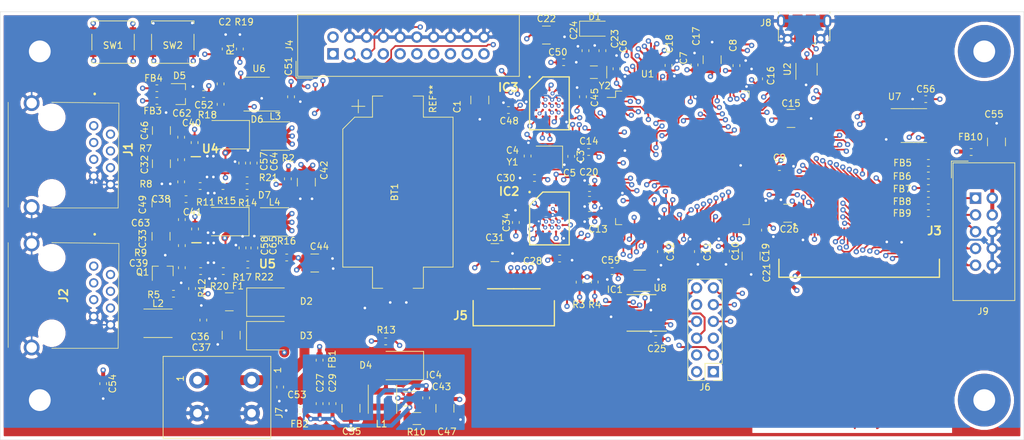
<source format=kicad_pcb>
(kicad_pcb (version 20171130) (host pcbnew "(5.1.4)-1")
  (layers (0 F.Cu signal) (1 In1.Cu signal) (2 In2.Cu signal) (31 B.Cu signal) (35 F.Paste user) (37 F.SilkS user) (38 B.Mask user) (39 F.Mask user) (44 Edge.Cuts user))
  (net 0 "")
  (net 1 "Net-(BT1-Pad1)")
  (net 2 GND)
  (net 3 RESET)
  (net 4 "Net-(C3-Pad1)")
  (net 5 "Net-(C4-Pad1)")
  (net 6 +3V3)
  (net 7 "Net-(C21-Pad2)")
  (net 8 "Net-(C23-Pad2)")
  (net 9 "Net-(C24-Pad2)")
  (net 10 LCD_LED-K)
  (net 11 "Net-(C27-Pad1)")
  (net 12 +BATT)
  (net 13 "Net-(C36-Pad1)")
  (net 14 "Net-(C38-Pad1)")
  (net 15 "Net-(C39-Pad1)")
  (net 16 "Net-(C40-Pad1)")
  (net 17 "Net-(C40-Pad2)")
  (net 18 "Net-(C41-Pad1)")
  (net 19 "Net-(C41-Pad2)")
  (net 20 LCD_LED-A)
  (net 21 +3.3VA)
  (net 22 Signal_LED)
  (net 23 "Net-(IC1-Pad7)")
  (net 24 "Net-(IC1-Pad8)")
  (net 25 "Net-(IC1-Pad9)")
  (net 26 TOUCH_INT)
  (net 27 I2C3_SDA)
  (net 28 I2C3_SCL)
  (net 29 "Net-(IC1-Pad15)")
  (net 30 "Net-(IC1-Pad16)")
  (net 31 USB_ID)
  (net 32 "Net-(J1-Pad3)")
  (net 33 JTAG_RES)
  (net 34 JTAG_TDI)
  (net 35 JTAG_TMS)
  (net 36 JTAG_TCK)
  (net 37 "Net-(J4-Pad11)")
  (net 38 JTAG_TDO)
  (net 39 "Net-(J4-Pad15)")
  (net 40 "Net-(J4-Pad17)")
  (net 41 "Net-(J4-Pad19)")
  (net 42 TOUCH_RESET)
  (net 43 LCD_37)
  (net 44 X-)
  (net 45 LCD_38)
  (net 46 Y+)
  (net 47 LCD_39)
  (net 48 X+)
  (net 49 LCD_40)
  (net 50 Y-)
  (net 51 "Net-(Q1-Pad1)")
  (net 52 "Net-(Q1-Pad3)")
  (net 53 Boot0)
  (net 54 3VA_EN)
  (net 55 "Net-(R7-Pad2)")
  (net 56 "Net-(R11-Pad1)")
  (net 57 "Net-(R12-Pad1)")
  (net 58 LCD_BL_CTRL)
  (net 59 "Net-(R14-Pad2)")
  (net 60 "Net-(R16-Pad2)")
  (net 61 LCD_R0)
  (net 62 LCD_R1)
  (net 63 LCD_B0)
  (net 64 LCD_G0)
  (net 65 LCD_G1)
  (net 66 OctoSPI_P2_IO0)
  (net 67 OctoSPI_P2_IO1)
  (net 68 OctoSPI_P2_IO2)
  (net 69 OctoSPI_P2_IO3)
  (net 70 OctoSPI_P2_CLK)
  (net 71 "Net-(U1-Pad15)")
  (net 72 "Net-(U1-Pad18)")
  (net 73 "Net-(U1-Pad19)")
  (net 74 OctoSPI_P1_CLK)
  (net 75 OctoSPI_P1_IO4)
  (net 76 OctoSPI_P1_IO5)
  (net 77 OctoSPI_P1_IO6)
  (net 78 "Net-(U1-Pad31)")
  (net 79 "Net-(U1-Pad32)")
  (net 80 "Net-(U1-Pad33)")
  (net 81 "Net-(U1-Pad34)")
  (net 82 OctoSPI_P1_NCS)
  (net 83 OctoSPI_P1_IO3)
  (net 84 OctoSPI_P1_IO2)
  (net 85 OctoSPI_P1_IO7)
  (net 86 OctoSPI_P1_IO1)
  (net 87 OctoSPI_P1_IO0)
  (net 88 "Net-(U1-Pad44)")
  (net 89 "Net-(U1-Pad45)")
  (net 90 OctoSPI_P2_DQS)
  (net 91 LCD_B1)
  (net 92 OctoSPI_P2_IO4)
  (net 93 OctoSPI_P2_IO5)
  (net 94 LCD_B6)
  (net 95 LCD_B7)
  (net 96 LCD_G2)
  (net 97 LCD_G3)
  (net 98 LCD_G4)
  (net 99 LCD_G5)
  (net 100 LCD_G6)
  (net 101 LCD_G7)
  (net 102 LCD_R2)
  (net 103 "Net-(U1-Pad66)")
  (net 104 "Net-(U1-Pad69)")
  (net 105 "Net-(U1-Pad72)")
  (net 106 "Net-(U1-Pad75)")
  (net 107 "Net-(U1-Pad76)")
  (net 108 "Net-(U1-Pad78)")
  (net 109 "Net-(U1-Pad79)")
  (net 110 LCD_R3)
  (net 111 LCD_R4)
  (net 112 LCD_R5)
  (net 113 LCD_R6)
  (net 114 LCD_R7)
  (net 115 "Net-(U1-Pad86)")
  (net 116 LCD_B2)
  (net 117 LCD_B3)
  (net 118 SPI1_SCK)
  (net 119 SPI1_MISO)
  (net 120 SPI1_MOSI)
  (net 121 SPI1_NSS)
  (net 122 OctoSPI_P1_DQS)
  (net 123 "Net-(U1-Pad98)")
  (net 124 "Net-(U1-Pad99)")
  (net 125 USB_SOF)
  (net 126 "Net-(U1-Pad103)")
  (net 127 USB_D-)
  (net 128 USB_D+)
  (net 129 "Net-(U1-Pad113)")
  (net 130 "Net-(U1-Pad114)")
  (net 131 "Net-(U1-Pad115)")
  (net 132 LCD_B4)
  (net 133 LCD_B5)
  (net 134 "Net-(U1-Pad118)")
  (net 135 LCD_CLK)
  (net 136 "Net-(U1-Pad120)")
  (net 137 LCD_EN)
  (net 138 LCD_DE)
  (net 139 "Net-(U1-Pad125)")
  (net 140 OctoSPI_P2_IO6)
  (net 141 OctoSPI_P2_IO7)
  (net 142 "Net-(U1-Pad128)")
  (net 143 OctoSPI_P2_NCS)
  (net 144 "Net-(U1-Pad132)")
  (net 145 LCD_HSYNC)
  (net 146 LCD_VSYNC)
  (net 147 PWR_Reset)
  (net 148 "Net-(IC2-PadC5)")
  (net 149 "Net-(IC2-PadB5)")
  (net 150 "Net-(IC2-PadB1)")
  (net 151 "Net-(IC2-PadA5)")
  (net 152 "Net-(IC2-PadA3)")
  (net 153 "Net-(IC2-PadA2)")
  (net 154 "Net-(IC3-PadC5)")
  (net 155 "Net-(IC3-PadC2)")
  (net 156 "Net-(IC3-PadB5)")
  (net 157 "Net-(IC3-PadB1)")
  (net 158 "Net-(IC3-PadA5)")
  (net 159 "Net-(IC3-PadA2)")
  (net 160 "Net-(J2-Pad6)")
  (net 161 "Net-(J2-Pad3)")
  (net 162 VrefCAN)
  (net 163 "Net-(C53-Pad1)")
  (net 164 Control+)
  (net 165 "Net-(D5-Pad2)")
  (net 166 "Net-(D5-Pad1)")
  (net 167 "Net-(FB3-Pad1)")
  (net 168 "Net-(FB4-Pad1)")
  (net 169 CAN_STB)
  (net 170 USART1_RX)
  (net 171 USART1_TX)
  (net 172 "Net-(D2-Pad1)")
  (net 173 "Net-(D4-Pad2)")
  (net 174 "Net-(J1-Pad6)")
  (net 175 "Net-(J8-Pad3)")
  (net 176 "Net-(J8-Pad1)")
  (net 177 "Net-(J8-Pad2)")
  (net 178 I2C2_SCL)
  (net 179 I2C2_SDA)
  (net 180 "Net-(C55-Pad1)")
  (net 181 EXT_1)
  (net 182 "Net-(FB5-Pad1)")
  (net 183 EXT_2)
  (net 184 "Net-(FB6-Pad1)")
  (net 185 EXT_3)
  (net 186 "Net-(FB7-Pad1)")
  (net 187 "Net-(FB8-Pad1)")
  (net 188 "Net-(FB9-Pad1)")
  (net 189 I2C4_SDA)
  (net 190 I2C4_SCL)
  (net 191 "Net-(C57-Pad2)")
  (net 192 "Net-(C58-Pad2)")
  (net 193 "Net-(U8-Pad5)")
  (net 194 "Net-(C64-Pad2)")
  (net 195 "Net-(C65-Pad2)")
  (net 196 "Net-(U5-Pad6)")
  (net 197 "Net-(C27-Pad2)")
  (net 198 "Net-(C43-Pad1)")
  (module Package_SON:WSON-6-1EP_2x2mm_P0.65mm_EP1x1.6mm (layer F.Cu) (at 123.9789 107.584 180)
    (fp_text reference IC4 (at -3.6815 3.5964 180) (layer F.SilkS))
    (fp_text value TPS61165DRVR)
    (pad 6 smd roundrect (at 0.8875 -0.65 180) (size 0.375 0.4) (layers F.Cu F.Paste F.Mask) (net 11 "Net-(C27-Pad1)"))
    (pad 5 smd roundrect (at 0.8875 0 180) (size 0.375 0.4) (layers F.Cu F.Paste F.Mask) (net 58 LCD_BL_CTRL))
    (pad 4 smd roundrect (at 0.8875 0.65 180) (size 0.375 0.4) (layers F.Cu F.Paste F.Mask) (net 173 "Net-(D4-Pad2)"))
    (pad 3 smd roundrect (at -0.8875 0.65 180) (size 0.375 0.4) (layers F.Cu F.Paste F.Mask) (net 197 "Net-(C27-Pad2)"))
    (pad 2 smd roundrect (at -0.8875 0 180) (size 0.375 0.4) (layers F.Cu F.Paste F.Mask) (net 198 "Net-(C43-Pad1)"))
    (pad 1 smd roundrect (at -0.8875 -0.65 180) (size 0.375 0.4) (layers F.Cu F.Paste F.Mask) (net 10 LCD_LED-K))
    (pad 7 smd roundrect (at 0 0 180) (size 1 1.6) (layers F.Cu F.Mask) (net 197 "Net-(C27-Pad2)"))
  )
  (module Resistor_SMD:R_1206_3216Metric (layer F.Cu) (at 125.098 110.5916 180)
    (fp_text reference R10 (at 0.0792 -2.032 180) (layer F.SilkS))
    (fp_text value 1R1)
    (pad 2 smd roundrect (at 1.4 0 180) (size 1.25 1.75) (layers F.Cu F.Paste F.Mask) (roundrect_rratio 0.2) (net 197 "Net-(C27-Pad2)"))
    (pad 1 smd roundrect (at -1.4 0 180) (size 1.25 1.75) (layers F.Cu F.Paste F.Mask) (roundrect_rratio 0.2) (net 10 LCD_LED-K))
  )
  (module Inductor_SMD:L_Coilcraft_XxL4020 (layer F.Cu) (at 103.547 80.8228)
    (fp_text reference L4 (at 0 -3) (layer F.SilkS))
    (fp_text value 10uH)
    (pad 2 smd rect (at 1.185 0) (size 0.98 3.4) (layers F.Cu F.Paste F.Mask) (net 21 +3.3VA))
    (pad 1 smd rect (at -1.185 0) (size 0.98 3.4) (layers F.Cu F.Paste F.Mask) (net 18 "Net-(C41-Pad1)"))
  )
  (module Inductor_SMD:L_Coilcraft_XxL4020 (layer F.Cu) (at 103.6486 67.818)
    (fp_text reference L3 (at 0 -3) (layer F.SilkS))
    (fp_text value 10uH)
    (pad 2 smd rect (at 1.185 0) (size 0.98 3.4) (layers F.Cu F.Paste F.Mask) (net 6 +3V3))
    (pad 1 smd rect (at -1.185 0) (size 0.98 3.4) (layers F.Cu F.Paste F.Mask) (net 16 "Net-(C40-Pad1)"))
  )
  (module Inductor_SMD:L_Coilcraft_XxL4020 (layer F.Cu) (at 85.8992 96.1644)
    (fp_text reference L2 (at 0 -3) (layer F.SilkS))
    (fp_text value 2uH2)
    (pad 2 smd rect (at 1.185 0) (size 0.98 3.4) (layers F.Cu F.Paste F.Mask) (net 13 "Net-(C36-Pad1)"))
    (pad 1 smd rect (at -1.185 0) (size 0.98 3.4) (layers F.Cu F.Paste F.Mask) (net 12 +BATT))
  )
  (module Inductor_SMD:L_Coilcraft_XxL4020 (layer F.Cu) (at 119.888 107.6618 90)
    (fp_text reference L1 (at -3.7426 -0.1524 180) (layer F.SilkS))
    (fp_text value 10uH)
    (pad 2 smd rect (at 1.185 0 90) (size 0.98 3.4) (layers F.Cu F.Paste F.Mask) (net 173 "Net-(D4-Pad2)"))
    (pad 1 smd rect (at -1.185 0 90) (size 0.98 3.4) (layers F.Cu F.Paste F.Mask) (net 11 "Net-(C27-Pad1)"))
  )
  (module Capacitor_SMD:C_0603_1608Metric (layer F.Cu) (at 89.5096 80.4672 90)
    (fp_text reference C63 (at -0.508 -6.2484 180) (layer F.SilkS))
    (fp_text value 100n)
    (pad 2 smd roundrect (at 0.7875 0 90) (size 0.875 0.95) (layers F.Cu F.Paste F.Mask) (net 2 GND))
    (pad 1 smd roundrect (at -0.7875 0 90) (size 0.875 0.95) (layers F.Cu F.Paste F.Mask) (net 12 +BATT))
  )
  (module Capacitor_SMD:C_0603_1608Metric (layer F.Cu) (at 89.408 67.9957 90)
    (fp_text reference C62 (at 3.6321 0.1016 180) (layer F.SilkS))
    (fp_text value 100n)
    (pad 2 smd roundrect (at 0.7875 0 90) (size 0.875 0.95) (layers F.Cu F.Paste F.Mask) (net 2 GND))
    (pad 1 smd roundrect (at -0.7875 0 90) (size 0.875 0.95) (layers F.Cu F.Paste F.Mask) (net 12 +BATT))
  )
  (module Capacitor_SMD:C_0603_1608Metric (layer F.Cu) (at 91.44 68.8085 270)
    (fp_text reference C40 (at -2.9717 0.4572 180) (layer F.SilkS))
    (fp_text value 100n)
    (pad 2 smd roundrect (at 0.7875 0 270) (size 0.875 0.95) (layers F.Cu F.Paste F.Mask) (net 17 "Net-(C40-Pad2)"))
    (pad 1 smd roundrect (at -0.7875 0 270) (size 0.875 0.95) (layers F.Cu F.Paste F.Mask) (net 16 "Net-(C40-Pad1)"))
  )
  (module Womo-Lin:SOP50P490X110-11N (layer F.Cu) (at 93.9165 85.471)
    (fp_text reference U5 (at 8.5471 1.7018) (layer F.SilkS) (effects (font (size 1.27 1.27) (thickness 0.254))))
    (fp_text value TPS54160DGQR hide)
    (pad 11 smd rect (at 0 0) (size 1.57 1.88) (layers F.Cu F.Paste F.Mask) (net 2 GND))
    (pad 10 smd rect (at 2.2 -1 90) (size 0.3 1.4) (layers F.Cu F.Paste F.Mask) (net 18 "Net-(C41-Pad1)"))
    (pad 9 smd rect (at 2.2 -0.5 90) (size 0.3 1.4) (layers F.Cu F.Paste F.Mask) (net 2 GND))
    (pad 8 smd rect (at 2.2 0 90) (size 0.3 1.4) (layers F.Cu F.Paste F.Mask) (net 192 "Net-(C58-Pad2)"))
    (pad 7 smd rect (at 2.2 0.5 90) (size 0.3 1.4) (layers F.Cu F.Paste F.Mask) (net 60 "Net-(R16-Pad2)"))
    (pad 6 smd rect (at 2.2 1 90) (size 0.3 1.4) (layers F.Cu F.Paste F.Mask) (net 196 "Net-(U5-Pad6)"))
    (pad 5 smd rect (at -2.2 1 90) (size 0.3 1.4) (layers F.Cu F.Paste F.Mask) (net 57 "Net-(R12-Pad1)"))
    (pad 4 smd rect (at -2.2 0.5 90) (size 0.3 1.4) (layers F.Cu F.Paste F.Mask) (net 15 "Net-(C39-Pad1)"))
    (pad 3 smd rect (at -2.2 0 90) (size 0.3 1.4) (layers F.Cu F.Paste F.Mask) (net 52 "Net-(Q1-Pad3)"))
    (pad 2 smd rect (at -2.2 -0.5 90) (size 0.3 1.4) (layers F.Cu F.Paste F.Mask) (net 12 +BATT))
    (pad 1 smd rect (at -2.2 -1 90) (size 0.3 1.4) (layers F.Cu F.Paste F.Mask) (net 19 "Net-(C41-Pad2)"))
  )
  (module Womo-Lin:SOP50P490X110-11N (layer F.Cu) (at 93.8276 72.4408)
    (fp_text reference U4 (at 0 -2.6924) (layer F.SilkS) (effects (font (size 1.27 1.27) (thickness 0.254))))
    (fp_text value TPS54160DGQR hide)
    (pad 11 smd rect (at 0 0) (size 1.57 1.88) (layers F.Cu F.Paste F.Mask) (net 2 GND))
    (pad 10 smd rect (at 2.2 -1 90) (size 0.3 1.4) (layers F.Cu F.Paste F.Mask) (net 16 "Net-(C40-Pad1)"))
    (pad 9 smd rect (at 2.2 -0.5 90) (size 0.3 1.4) (layers F.Cu F.Paste F.Mask) (net 2 GND))
    (pad 8 smd rect (at 2.2 0 90) (size 0.3 1.4) (layers F.Cu F.Paste F.Mask) (net 191 "Net-(C57-Pad2)"))
    (pad 7 smd rect (at 2.2 0.5 90) (size 0.3 1.4) (layers F.Cu F.Paste F.Mask) (net 59 "Net-(R14-Pad2)"))
    (pad 6 smd rect (at 2.2 1 90) (size 0.3 1.4) (layers F.Cu F.Paste F.Mask) (net 147 PWR_Reset))
    (pad 5 smd rect (at -2.2 1 90) (size 0.3 1.4) (layers F.Cu F.Paste F.Mask) (net 56 "Net-(R11-Pad1)"))
    (pad 4 smd rect (at -2.2 0.5 90) (size 0.3 1.4) (layers F.Cu F.Paste F.Mask) (net 14 "Net-(C38-Pad1)"))
    (pad 3 smd rect (at -2.2 0 90) (size 0.3 1.4) (layers F.Cu F.Paste F.Mask) (net 55 "Net-(R7-Pad2)"))
    (pad 2 smd rect (at -2.2 -0.5 90) (size 0.3 1.4) (layers F.Cu F.Paste F.Mask) (net 12 +BATT))
    (pad 1 smd rect (at -2.2 -1 90) (size 0.3 1.4) (layers F.Cu F.Paste F.Mask) (net 17 "Net-(C40-Pad2)"))
  )
  (module Womo-Lin:TS-1187A (layer F.Cu) (at 88.138 53.594)
    (fp_text reference SW2 (at 0 0.5) (layer F.SilkS))
    (fp_text value Reset)
    (pad 1 smd rect (at 3 -1.875) (size 1 0.75) (layers F.Cu F.Paste F.Mask) (net 2 GND))
    (pad 2 smd rect (at -3 1.875) (size 1 0.75) (layers F.Cu F.Paste F.Mask) (net 3 RESET))
    (pad 2 smd rect (at 3 1.875) (size 1 0.75) (layers F.Cu F.Paste F.Mask) (net 3 RESET))
    (pad 1 smd rect (at -3 -1.875) (size 1 0.75) (layers F.Cu F.Paste F.Mask) (net 2 GND))
  )
  (module Womo-Lin:TS-1187A (layer F.Cu) (at 79.0928 53.594)
    (fp_text reference SW1 (at 0 0.5) (layer F.SilkS))
    (fp_text value Boot)
    (pad 1 smd rect (at 3 -1.875) (size 1 0.75) (layers F.Cu F.Paste F.Mask) (net 53 Boot0))
    (pad 2 smd rect (at -3 1.875) (size 1 0.75) (layers F.Cu F.Paste F.Mask) (net 6 +3V3))
    (pad 2 smd rect (at 3 1.875) (size 1 0.75) (layers F.Cu F.Paste F.Mask) (net 6 +3V3))
    (pad 1 smd rect (at -3 -1.875) (size 1 0.75) (layers F.Cu F.Paste F.Mask) (net 53 Boot0))
  )
  (module Resistor_SMD:R_0603_1608Metric (layer F.Cu) (at 99.4919 87.2744)
    (fp_text reference R22 (at 2.4637 1.8796) (layer F.SilkS))
    (fp_text value 76K8)
    (pad 2 smd roundrect (at 0.7875 0) (size 0.875 0.95) (layers F.Cu F.Paste F.Mask) (net 195 "Net-(C65-Pad2)"))
    (pad 1 smd roundrect (at -0.7875 0) (size 0.875 0.95) (layers F.Cu F.Paste F.Mask) (net 192 "Net-(C58-Pad2)"))
  )
  (module Resistor_SMD:R_0603_1608Metric (layer F.Cu) (at 99.3903 74.5236)
    (fp_text reference R21 (at 3.2257 -0.4064) (layer F.SilkS))
    (fp_text value 76K8)
    (pad 2 smd roundrect (at 0.7875 0) (size 0.875 0.95) (layers F.Cu F.Paste F.Mask) (net 194 "Net-(C64-Pad2)"))
    (pad 1 smd roundrect (at -0.7875 0) (size 0.875 0.95) (layers F.Cu F.Paste F.Mask) (net 191 "Net-(C57-Pad2)"))
  )
  (module Resistor_SMD:R_0603_1608Metric (layer F.Cu) (at 105.5624 74.2949 270)
    (fp_text reference R2 (at -3.1241 -0.0508) (layer F.SilkS))
    (fp_text value 10K)
    (pad 2 smd roundrect (at 0.7875 0 270) (size 0.875 0.95) (layers F.Cu F.Paste F.Mask) (net 147 PWR_Reset))
    (pad 1 smd roundrect (at -0.7875 0 270) (size 0.875 0.95) (layers F.Cu F.Paste F.Mask) (net 6 +3V3))
  )
  (module Diode_SMD:D_SMB (layer F.Cu) (at 96.13 80.772 180)
    (fp_text reference D7 (at -5.8764 4.0132 180) (layer F.SilkS))
    (fp_text value B260A-13-F)
    (pad 2 smd rect (at 2.15 0 180) (size 2.5 2.3) (layers F.Cu F.Paste F.Mask) (net 2 GND))
    (pad 1 smd rect (at -2.15 0 180) (size 2.5 2.3) (layers F.Cu F.Paste F.Mask) (net 18 "Net-(C41-Pad1)"))
  )
  (module Diode_SMD:D_SMB (layer F.Cu) (at 96.1988 67.6148 180)
    (fp_text reference D6 (at -4.69 2.3368 180) (layer F.SilkS))
    (fp_text value B260A-13-F)
    (pad 2 smd rect (at 2.15 0 180) (size 2.5 2.3) (layers F.Cu F.Paste F.Mask) (net 2 GND))
    (pad 1 smd rect (at -2.15 0 180) (size 2.5 2.3) (layers F.Cu F.Paste F.Mask) (net 16 "Net-(C40-Pad1)"))
  )
  (module Capacitor_SMD:C_0603_1608Metric (layer F.Cu) (at 100.4824 84.7599 270)
    (fp_text reference C65 (at -0.3811 -2.8448 270) (layer F.SilkS))
    (fp_text value 2n7)
    (pad 2 smd roundrect (at 0.7875 0 270) (size 0.875 0.95) (layers F.Cu F.Paste F.Mask) (net 195 "Net-(C65-Pad2)"))
    (pad 1 smd roundrect (at -0.7875 0 270) (size 0.875 0.95) (layers F.Cu F.Paste F.Mask) (net 2 GND))
  )
  (module Capacitor_SMD:C_0603_1608Metric (layer F.Cu) (at 100.3808 71.9073 270)
    (fp_text reference C64 (at -0.2285 -3.0988 270) (layer F.SilkS))
    (fp_text value 2n7)
    (pad 2 smd roundrect (at 0.7875 0 270) (size 0.875 0.95) (layers F.Cu F.Paste F.Mask) (net 194 "Net-(C64-Pad2)"))
    (pad 1 smd roundrect (at -0.7875 0 270) (size 0.875 0.95) (layers F.Cu F.Paste F.Mask) (net 2 GND))
  )
  (module Womo-Lin:QJ.BS-6 (layer F.Cu) (at 122.2248 76.313 270)
    (fp_text reference BT1 (at 0 0.5 270) (layer F.SilkS))
    (fp_text value Battery_Cell)
    (fp_text user REF** (at -14.125 -5.3 270) (layer F.SilkS))
    (pad 2 smd rect (at 15 0 90) (size 2 4.2) (layers F.Cu F.Paste F.Mask) (net 2 GND))
    (pad 1 smd rect (at -15 0 90) (size 2 4.2) (layers F.Cu F.Paste F.Mask) (net 1 "Net-(BT1-Pad1)"))
  )
  (module Capacitor_SMD:C_0603_1608Metric (layer F.Cu) (at 155.321 57.6325 90)
    (fp_text reference C6 (at 3.4035 1.016 90) (layer F.SilkS))
    (fp_text value 100n)
    (pad 2 smd roundrect (at 0.7875 0 90) (size 0.875 0.95) (layers F.Cu F.Paste F.Mask) (net 2 GND))
    (pad 1 smd roundrect (at -0.7875 0 90) (size 0.875 0.95) (layers F.Cu F.Paste F.Mask) (net 6 +3V3))
  )
  (module Womo-Lin:615008138221 (layer F.Cu) (at 76.165999 87.509001 270)
    (fp_text reference J2 (at 4.445 4.57 90) (layer F.SilkS) (effects (font (size 1.27 1.27) (thickness 0.254))))
    (fp_text value 615008138221 hide)
    (pad MH4 thru_hole circle (at 12.32 9.4 270) (size 2.4 2.4) (drill 1.6) (layers *.Cu *.Mask) (net 2 GND))
    (pad MH3 thru_hole circle (at -3.43 9.4 270) (size 2.4 2.4) (drill 1.6) (layers *.Cu *.Mask) (net 2 GND))
    (pad MH2 np_thru_hole circle (at 10.16 6.35 270) (size 3.17 0) (drill 3.17) (layers *.Cu *.Mask))
    (pad MH1 np_thru_hole circle (at -1.27 6.35 270) (size 3.17 0) (drill 3.17) (layers *.Cu *.Mask))
    (pad 8 thru_hole circle (at 8.89 -2.54 270) (size 1.4 1.4) (drill 0.9) (layers *.Cu *.Mask) (net 2 GND))
    (pad 7 thru_hole circle (at 7.62 0 270) (size 1.4 1.4) (drill 0.9) (layers *.Cu *.Mask) (net 2 GND))
    (pad 6 thru_hole circle (at 6.35 -2.54 270) (size 1.4 1.4) (drill 0.9) (layers *.Cu *.Mask) (net 160 "Net-(J2-Pad6)"))
    (pad 5 thru_hole circle (at 5.08 0 270) (size 1.4 1.4) (drill 0.9) (layers *.Cu *.Mask) (net 168 "Net-(FB4-Pad1)"))
    (pad 4 thru_hole circle (at 3.81 -2.54 270) (size 1.4 1.4) (drill 0.9) (layers *.Cu *.Mask) (net 167 "Net-(FB3-Pad1)"))
    (pad 3 thru_hole circle (at 2.54 0 270) (size 1.4 1.4) (drill 0.9) (layers *.Cu *.Mask) (net 161 "Net-(J2-Pad3)"))
    (pad 2 thru_hole circle (at 1.27 -2.54 270) (size 1.4 1.4) (drill 0.9) (layers *.Cu *.Mask) (net 164 Control+))
    (pad 1 thru_hole circle (at 0 0 270) (size 1.4 1.4) (drill 0.9) (layers *.Cu *.Mask) (net 164 Control+))
  )
  (module Womo-Lin:615008138221 (layer F.Cu) (at 76.165999 66.259001 270)
    (fp_text reference J1 (at 3.590999 -5.215601 90) (layer F.SilkS) (effects (font (size 1.27 1.27) (thickness 0.254))))
    (fp_text value 615008138221 hide)
    (pad MH4 thru_hole circle (at 12.32 9.4 270) (size 2.4 2.4) (drill 1.6) (layers *.Cu *.Mask) (net 2 GND))
    (pad MH3 thru_hole circle (at -3.43 9.4 270) (size 2.4 2.4) (drill 1.6) (layers *.Cu *.Mask) (net 2 GND))
    (pad MH2 np_thru_hole circle (at 10.16 6.35 270) (size 3.17 0) (drill 3.17) (layers *.Cu *.Mask))
    (pad MH1 np_thru_hole circle (at -1.27 6.35 270) (size 3.17 0) (drill 3.17) (layers *.Cu *.Mask))
    (pad 8 thru_hole circle (at 8.89 -2.54 270) (size 1.4 1.4) (drill 0.9) (layers *.Cu *.Mask) (net 2 GND))
    (pad 7 thru_hole circle (at 7.62 0 270) (size 1.4 1.4) (drill 0.9) (layers *.Cu *.Mask) (net 2 GND))
    (pad 6 thru_hole circle (at 6.35 -2.54 270) (size 1.4 1.4) (drill 0.9) (layers *.Cu *.Mask) (net 174 "Net-(J1-Pad6)"))
    (pad 5 thru_hole circle (at 5.08 0 270) (size 1.4 1.4) (drill 0.9) (layers *.Cu *.Mask) (net 168 "Net-(FB4-Pad1)"))
    (pad 4 thru_hole circle (at 3.81 -2.54 270) (size 1.4 1.4) (drill 0.9) (layers *.Cu *.Mask) (net 167 "Net-(FB3-Pad1)"))
    (pad 3 thru_hole circle (at 2.54 0 270) (size 1.4 1.4) (drill 0.9) (layers *.Cu *.Mask) (net 32 "Net-(J1-Pad3)"))
    (pad 2 thru_hole circle (at 1.27 -2.54 270) (size 1.4 1.4) (drill 0.9) (layers *.Cu *.Mask) (net 164 Control+))
    (pad 1 thru_hole circle (at 0 0 270) (size 1.4 1.4) (drill 0.9) (layers *.Cu *.Mask) (net 164 Control+))
  )
  (module Package_TO_SOT_SMD:SOT-23-5 (layer F.Cu) (at 158.834 89.728 180)
    (fp_text reference U8 (at -3.091 -1.077) (layer F.SilkS))
    (fp_text value 24AA02E48T-I/OT)
    (pad 5 smd rect (at 1.1 -0.95 180) (size 1.06 0.65) (layers F.Cu F.Paste F.Mask) (net 193 "Net-(U8-Pad5)"))
    (pad 4 smd rect (at 1.1 0.95 180) (size 1.06 0.65) (layers F.Cu F.Paste F.Mask) (net 6 +3V3))
    (pad 3 smd rect (at -1.1 0.95 180) (size 1.06 0.65) (layers F.Cu F.Paste F.Mask) (net 189 I2C4_SDA))
    (pad 2 smd rect (at -1.1 0 180) (size 1.06 0.65) (layers F.Cu F.Paste F.Mask) (net 2 GND))
    (pad 1 smd rect (at -1.1 -0.95 180) (size 1.06 0.65) (layers F.Cu F.Paste F.Mask) (net 190 I2C4_SCL))
  )
  (module Capacitor_SMD:C_0603_1608Metric (layer F.Cu) (at 154.6605 88.265 180)
    (fp_text reference C59 (at 0.2285 1.651) (layer F.SilkS))
    (fp_text value 100n)
    (pad 2 smd roundrect (at 0.7875 0 180) (size 0.875 0.95) (layers F.Cu F.Paste F.Mask) (net 2 GND))
    (pad 1 smd roundrect (at -0.7875 0 180) (size 0.875 0.95) (layers F.Cu F.Paste F.Mask) (net 6 +3V3))
  )
  (module Resistor_SMD:R_0603_1608Metric (layer F.Cu) (at 92.3545 88.265)
    (fp_text reference R12 (at 0.2031 2.5654 90) (layer F.SilkS))
    (fp_text value 90k9)
    (pad 2 smd roundrect (at 0.7875 0) (size 0.875 0.95) (layers F.Cu F.Paste F.Mask) (net 2 GND))
    (pad 1 smd roundrect (at -0.7875 0) (size 0.875 0.95) (layers F.Cu F.Paste F.Mask) (net 57 "Net-(R12-Pad1)"))
  )
  (module Capacitor_SMD:C_0603_1608Metric (layer F.Cu) (at 98.6917 84.747 270)
    (fp_text reference C58 (at -0.3174 -3.3655 270) (layer F.SilkS))
    (fp_text value 6p8)
    (pad 2 smd roundrect (at 0.7875 0 270) (size 0.875 0.95) (layers F.Cu F.Paste F.Mask) (net 192 "Net-(C58-Pad2)"))
    (pad 1 smd roundrect (at -0.7875 0 270) (size 0.875 0.95) (layers F.Cu F.Paste F.Mask) (net 2 GND))
  )
  (module Capacitor_SMD:C_0603_1608Metric (layer F.Cu) (at 98.6536 71.9073 270)
    (fp_text reference C57 (at -0.2793 -3.302 270) (layer F.SilkS))
    (fp_text value 6p8)
    (pad 2 smd roundrect (at 0.7875 0 270) (size 0.875 0.95) (layers F.Cu F.Paste F.Mask) (net 191 "Net-(C57-Pad2)"))
    (pad 1 smd roundrect (at -0.7875 0 270) (size 0.875 0.95) (layers F.Cu F.Paste F.Mask) (net 2 GND))
  )
  (module Capacitor_SMD:C_0603_1608Metric (layer F.Cu) (at 202.146 62.23 180)
    (fp_text reference C56 (at 0 1.524 180) (layer F.SilkS))
    (fp_text value 100n)
    (pad 2 smd roundrect (at 0.7875 0 180) (size 0.875 0.95) (layers F.Cu F.Paste F.Mask) (net 2 GND))
    (pad 1 smd roundrect (at -0.7875 0 180) (size 0.875 0.95) (layers F.Cu F.Paste F.Mask) (net 6 +3V3))
  )
  (module Package_SO:SO-8_3.9x4.9mm_P1.27mm (layer F.Cu) (at 200.3425 66.2305)
    (fp_text reference U7 (at -2.921 -4.3815) (layer F.SilkS))
    (fp_text value AT25SF161-SHD-T)
    (pad 8 smd roundrect (at 2.575 -1.905) (size 1.75 0.6) (layers F.Cu F.Paste F.Mask) (net 6 +3V3))
    (pad 7 smd roundrect (at 2.575 -0.635) (size 1.75 0.6) (layers F.Cu F.Paste F.Mask) (net 6 +3V3))
    (pad 6 smd roundrect (at 2.575 0.635) (size 1.75 0.6) (layers F.Cu F.Paste F.Mask) (net 118 SPI1_SCK))
    (pad 5 smd roundrect (at 2.575 1.905) (size 1.75 0.6) (layers F.Cu F.Paste F.Mask) (net 120 SPI1_MOSI))
    (pad 4 smd roundrect (at -2.575 1.905) (size 1.75 0.6) (layers F.Cu F.Paste F.Mask) (net 2 GND))
    (pad 3 smd roundrect (at -2.575 0.635) (size 1.75 0.6) (layers F.Cu F.Paste F.Mask) (net 6 +3V3))
    (pad 2 smd roundrect (at -2.575 -0.635) (size 1.75 0.6) (layers F.Cu F.Paste F.Mask) (net 119 SPI1_MISO))
    (pad 1 smd roundrect (at -2.575 -1.905) (size 1.75 0.6) (layers F.Cu F.Paste F.Mask) (net 121 SPI1_NSS))
  )
  (module Capacitor_SMD:C_0603_1608Metric (layer F.Cu) (at 146.7105 86.36)
    (fp_text reference C28 (at -4.0895 0.381) (layer F.SilkS))
    (fp_text value 100n)
    (pad 2 smd roundrect (at 0.7875 0) (size 0.875 0.95) (layers F.Cu F.Paste F.Mask) (net 2 GND))
    (pad 1 smd roundrect (at -0.7875 0) (size 0.875 0.95) (layers F.Cu F.Paste F.Mask) (net 6 +3V3))
  )
  (module Inductor_SMD:L_0603_1608Metric (layer F.Cu) (at 209.0165 70.231)
    (fp_text reference FB10 (at -0.1015 -2.286) (layer F.SilkS))
    (fp_text value BLM18PG121SN1D)
    (pad 2 smd roundrect (at 0.7875 0) (size 0.875 0.95) (layers F.Cu F.Paste F.Mask) (net 180 "Net-(C55-Pad1)"))
    (pad 1 smd roundrect (at -0.7875 0) (size 0.875 0.95) (layers F.Cu F.Paste F.Mask) (net 6 +3V3))
  )
  (module Inductor_SMD:L_0603_1608Metric (layer F.Cu) (at 202.5397 79.502 180)
    (fp_text reference FB9 (at 3.9752 0 180) (layer F.SilkS))
    (fp_text value BLM18PG121SN1D)
    (pad 2 smd roundrect (at 0.7875 0 180) (size 0.875 0.95) (layers F.Cu F.Paste F.Mask) (net 27 I2C3_SDA))
    (pad 1 smd roundrect (at -0.7875 0 180) (size 0.875 0.95) (layers F.Cu F.Paste F.Mask) (net 188 "Net-(FB9-Pad1)"))
  )
  (module Inductor_SMD:L_0603_1608Metric (layer F.Cu) (at 202.5395 77.597 180)
    (fp_text reference FB8 (at 3.975 -0.127 180) (layer F.SilkS))
    (fp_text value BLM18PG121SN1D)
    (pad 2 smd roundrect (at 0.7875 0 180) (size 0.875 0.95) (layers F.Cu F.Paste F.Mask) (net 28 I2C3_SCL))
    (pad 1 smd roundrect (at -0.7875 0 180) (size 0.875 0.95) (layers F.Cu F.Paste F.Mask) (net 187 "Net-(FB8-Pad1)"))
  )
  (module Inductor_SMD:L_0603_1608Metric (layer F.Cu) (at 202.5397 75.692 180)
    (fp_text reference FB7 (at 3.9752 -0.127 180) (layer F.SilkS))
    (fp_text value BLM18PG121SN1D)
    (pad 2 smd roundrect (at 0.7875 0 180) (size 0.875 0.95) (layers F.Cu F.Paste F.Mask) (net 185 EXT_3))
    (pad 1 smd roundrect (at -0.7875 0 180) (size 0.875 0.95) (layers F.Cu F.Paste F.Mask) (net 186 "Net-(FB7-Pad1)"))
  )
  (module Inductor_SMD:L_0603_1608Metric (layer F.Cu) (at 202.5395 73.787 180)
    (fp_text reference FB6 (at 3.975 -0.127 180) (layer F.SilkS))
    (fp_text value BLM18PG121SN1D)
    (pad 2 smd roundrect (at 0.7875 0 180) (size 0.875 0.95) (layers F.Cu F.Paste F.Mask) (net 183 EXT_2))
    (pad 1 smd roundrect (at -0.7875 0 180) (size 0.875 0.95) (layers F.Cu F.Paste F.Mask) (net 184 "Net-(FB6-Pad1)"))
  )
  (module Inductor_SMD:L_0603_1608Metric (layer F.Cu) (at 202.5395 71.882 180)
    (fp_text reference FB5 (at 3.9115 0 180) (layer F.SilkS))
    (fp_text value BLM18PG121SN1D)
    (pad 2 smd roundrect (at 0.7875 0 180) (size 0.875 0.95) (layers F.Cu F.Paste F.Mask) (net 181 EXT_1))
    (pad 1 smd roundrect (at -0.7875 0 180) (size 0.875 0.95) (layers F.Cu F.Paste F.Mask) (net 182 "Net-(FB5-Pad1)"))
  )
  (module Capacitor_SMD:C_1210_3225Metric (layer F.Cu) (at 212.852 68.707 90)
    (fp_text reference C55 (at 4.191 -0.381 180) (layer F.SilkS))
    (fp_text value 1u)
    (pad 2 smd roundrect (at 1.4 0 90) (size 1.25 2.65) (layers F.Cu F.Paste F.Mask) (roundrect_rratio 0.2) (net 2 GND))
    (pad 1 smd roundrect (at -1.4 0 90) (size 1.25 2.65) (layers F.Cu F.Paste F.Mask) (roundrect_rratio 0.2) (net 180 "Net-(C55-Pad1)"))
  )
  (module Connector_IDC:IDC-Header_2x05_P2.54mm_Vertical (layer F.Cu) (at 209.677 77.216)
    (fp_text reference J9 (at 1.143 17.145) (layer F.SilkS))
    (fp_text value Conn_02x05_Odd_Even)
    (pad 10 thru_hole oval (at 2.54 10.16) (size 1.7272 1.7272) (drill 1.016) (layers *.Cu *.Mask) (net 2 GND))
    (pad 9 thru_hole oval (at 0 10.16) (size 1.7272 1.7272) (drill 1.016) (layers *.Cu *.Mask) (net 188 "Net-(FB9-Pad1)"))
    (pad 8 thru_hole oval (at 2.54 7.62) (size 1.7272 1.7272) (drill 1.016) (layers *.Cu *.Mask) (net 2 GND))
    (pad 7 thru_hole oval (at 0 7.62) (size 1.7272 1.7272) (drill 1.016) (layers *.Cu *.Mask) (net 187 "Net-(FB8-Pad1)"))
    (pad 6 thru_hole oval (at 2.54 5.08) (size 1.7272 1.7272) (drill 1.016) (layers *.Cu *.Mask) (net 2 GND))
    (pad 5 thru_hole oval (at 0 5.08) (size 1.7272 1.7272) (drill 1.016) (layers *.Cu *.Mask) (net 186 "Net-(FB7-Pad1)"))
    (pad 4 thru_hole oval (at 2.54 2.54) (size 1.7272 1.7272) (drill 1.016) (layers *.Cu *.Mask) (net 180 "Net-(C55-Pad1)"))
    (pad 3 thru_hole oval (at 0 2.54) (size 1.7272 1.7272) (drill 1.016) (layers *.Cu *.Mask) (net 184 "Net-(FB6-Pad1)"))
    (pad 2 thru_hole oval (at 2.54 0) (size 1.7272 1.7272) (drill 1.016) (layers *.Cu *.Mask) (net 180 "Net-(C55-Pad1)"))
    (pad 1 thru_hole rect (at 0 0) (size 1.7272 1.7272) (drill 1.016) (layers *.Cu *.Mask) (net 182 "Net-(FB5-Pad1)"))
  )
  (module WAGO:WAGO_Klemmleiste_Hebel4mm²Horizontal_RM5mm_2-pol (layer F.Cu) (at 100.076 104.775 270)
    (fp_text reference J7 (at 4.953 -4.1656 90) (layer F.SilkS))
    (fp_text value WAGO_Klemmleiste_2-pol)
    (fp_text user 1 (at -0.254 10.795 90) (layer F.SilkS))
    (fp_text user 1 (at -1.524 -3.937 90) (layer F.SilkS))
    (pad 2 thru_hole circle (at 5 8.2 270) (size 2.5 2.5) (drill 1.3) (layers *.Cu *.Mask) (net 2 GND))
    (pad 1 thru_hole circle (at 0 8.2 270) (size 2.5 2.5) (drill 1.3) (layers *.Cu *.Mask) (net 163 "Net-(C53-Pad1)"))
    (pad 2 thru_hole circle (at 5 0 270) (size 2.5 2.5) (drill 1.3) (layers *.Cu *.Mask) (net 2 GND))
    (pad 1 thru_hole circle (at 0 0 270) (size 2.5 2.5) (drill 1.3) (layers *.Cu *.Mask) (net 163 "Net-(C53-Pad1)"))
  )
  (module Capacitor_SMD:C_1210_3225Metric (layer F.Cu) (at 181.229 79.502 180)
    (fp_text reference C26 (at -0.254 -2.413 180) (layer F.SilkS))
    (fp_text value 1uF)
    (pad 2 smd roundrect (at 1.4 0 180) (size 1.25 2.65) (layers F.Cu F.Paste F.Mask) (roundrect_rratio 0.2) (net 2 GND))
    (pad 1 smd roundrect (at -1.4 0 180) (size 1.25 2.65) (layers F.Cu F.Paste F.Mask) (roundrect_rratio 0.2) (net 21 +3.3VA))
  )
  (module Capacitor_SMD:C_1210_3225Metric (layer F.Cu) (at 144.7008 52.5272)
    (fp_text reference C22 (at 0 -2.4892) (layer F.SilkS))
    (fp_text value 1u)
    (pad 2 smd roundrect (at 1.4 0) (size 1.25 2.65) (layers F.Cu F.Paste F.Mask) (roundrect_rratio 0.2) (net 2 GND))
    (pad 1 smd roundrect (at -1.4 0) (size 1.25 2.65) (layers F.Cu F.Paste F.Mask) (roundrect_rratio 0.2) (net 6 +3V3))
  )
  (module Capacitor_SMD:C_1210_3225Metric (layer F.Cu) (at 136.909 85.471)
    (fp_text reference C31 (at 0 -2.28 -180) (layer F.SilkS))
    (fp_text value 1u)
    (pad 2 smd roundrect (at 1.4 0) (size 1.25 2.65) (layers F.Cu F.Paste F.Mask) (roundrect_rratio 0.2) (net 2 GND))
    (pad 1 smd roundrect (at -1.4 0) (size 1.25 2.65) (layers F.Cu F.Paste F.Mask) (roundrect_rratio 0.2) (net 21 +3.3VA))
  )
  (module Capacitor_SMD:C_1210_3225Metric (layer F.Cu) (at 134.62 62.357 270)
    (fp_text reference C1 (at 1.016 3.429 90) (layer F.SilkS))
    (fp_text value 1u)
    (pad 2 smd roundrect (at 1.4 0 270) (size 1.25 2.65) (layers F.Cu F.Paste F.Mask) (roundrect_rratio 0.2) (net 2 GND))
    (pad 1 smd roundrect (at -1.4 0 270) (size 1.25 2.65) (layers F.Cu F.Paste F.Mask) (roundrect_rratio 0.2) (net 1 "Net-(BT1-Pad1)"))
  )
  (module Resistor_SMD:R_0603_1608Metric (layer F.Cu) (at 91.059 90.9065 90)
    (fp_text reference R20 (at 0.3301 4.1402 180) (layer F.SilkS))
    (fp_text value 100k)
    (pad 2 smd roundrect (at 0.7875 0 90) (size 0.875 0.95) (layers F.Cu F.Paste F.Mask) (net 2 GND))
    (pad 1 smd roundrect (at -0.7875 0 90) (size 0.875 0.95) (layers F.Cu F.Paste F.Mask) (net 54 3VA_EN))
  )
  (module Diode_SMD:D_SMB (layer F.Cu) (at 122.564 102.5652 180)
    (fp_text reference D4 (at 5.216 0.0508) (layer F.SilkS))
    (fp_text value B260A-13-F)
    (pad 2 smd rect (at 2.15 0 180) (size 2.5 2.3) (layers F.Cu F.Paste F.Mask) (net 173 "Net-(D4-Pad2)"))
    (pad 1 smd rect (at -2.15 0 180) (size 2.5 2.3) (layers F.Cu F.Paste F.Mask) (net 20 LCD_LED-A))
  )
  (module Capacitor_SMD:C_1210_3225Metric (layer F.Cu) (at 96.9772 97.9648 270)
    (fp_text reference C37 (at 1.8572 4.5212) (layer F.SilkS))
    (fp_text value 1u)
    (pad 2 smd roundrect (at 1.4 0 270) (size 1.25 2.65) (layers F.Cu F.Paste F.Mask) (roundrect_rratio 0.2) (net 2 GND))
    (pad 1 smd roundrect (at -1.4 0 270) (size 1.25 2.65) (layers F.Cu F.Paste F.Mask) (roundrect_rratio 0.2) (net 13 "Net-(C36-Pad1)"))
  )
  (module Diode_SMD:D_SMB (layer F.Cu) (at 102.861 98.044)
    (fp_text reference D3 (at 5.47 0) (layer F.SilkS))
    (fp_text value B260A-13-F)
    (pad 2 smd rect (at 2.15 0) (size 2.5 2.3) (layers F.Cu F.Paste F.Mask) (net 164 Control+))
    (pad 1 smd rect (at -2.15 0) (size 2.5 2.3) (layers F.Cu F.Paste F.Mask) (net 172 "Net-(D2-Pad1)"))
  )
  (module Diode_SMD:D_SMB (layer F.Cu) (at 102.879 92.964)
    (fp_text reference D2 (at 5.4774 -0.127 -180) (layer F.SilkS))
    (fp_text value B260A-13-F)
    (pad 2 smd rect (at 2.15 0) (size 2.5 2.3) (layers F.Cu F.Paste F.Mask) (net 163 "Net-(C53-Pad1)"))
    (pad 1 smd rect (at -2.15 0) (size 2.5 2.3) (layers F.Cu F.Paste F.Mask) (net 172 "Net-(D2-Pad1)"))
  )
  (module Fuse:Fuse_1210_3225Metric (layer F.Cu) (at 96.6948 92.9132)
    (fp_text reference F1 (at 1.2984 -2.3876 180) (layer F.SilkS))
    (fp_text value "PFUF.150.2  30V 1.5A")
    (pad 2 smd roundrect (at 1.4 0) (size 1.25 2.65) (layers F.Cu F.Paste F.Mask) (roundrect_rratio 0.2) (net 172 "Net-(D2-Pad1)"))
    (pad 1 smd roundrect (at -1.4 0) (size 1.25 2.65) (layers F.Cu F.Paste F.Mask) (roundrect_rratio 0.2) (net 13 "Net-(C36-Pad1)"))
  )
  (module Package_TO_SOT_SMD:SOT-23 (layer F.Cu) (at 89.297 61.468)
    (fp_text reference D5 (at -0.143 -2.794) (layer F.SilkS))
    (fp_text value NUP2105L)
    (pad 3 smd rect (at 1 0) (size 0.9 0.8) (layers F.Cu F.Paste F.Mask) (net 2 GND))
    (pad 2 smd rect (at -1 0.95) (size 0.9 0.8) (layers F.Cu F.Paste F.Mask) (net 165 "Net-(D5-Pad2)"))
    (pad 1 smd rect (at -1 -0.95) (size 0.9 0.8) (layers F.Cu F.Paste F.Mask) (net 166 "Net-(D5-Pad1)"))
  )
  (module Package_SO:SOIC-8_3.9x4.9mm_P1.27mm (layer F.Cu) (at 100.838 61.468 180)
    (fp_text reference U6 (at -0.3556 3.8608) (layer F.SilkS))
    (fp_text value SN65HVD231DR)
    (pad 8 smd roundrect (at 2.475 -1.905 180) (size 1.95 0.6) (layers F.Cu F.Paste F.Mask) (net 169 CAN_STB))
    (pad 7 smd roundrect (at 2.475 -0.635 180) (size 1.95 0.6) (layers F.Cu F.Paste F.Mask) (net 165 "Net-(D5-Pad2)"))
    (pad 6 smd roundrect (at 2.475 0.635 180) (size 1.95 0.6) (layers F.Cu F.Paste F.Mask) (net 166 "Net-(D5-Pad1)"))
    (pad 5 smd roundrect (at 2.475 1.905 180) (size 1.95 0.6) (layers F.Cu F.Paste F.Mask) (net 162 VrefCAN))
    (pad 4 smd roundrect (at -2.475 1.905 180) (size 1.95 0.6) (layers F.Cu F.Paste F.Mask) (net 170 USART1_RX))
    (pad 3 smd roundrect (at -2.475 0.635 180) (size 1.95 0.6) (layers F.Cu F.Paste F.Mask) (net 6 +3V3))
    (pad 2 smd roundrect (at -2.475 -0.635 180) (size 1.95 0.6) (layers F.Cu F.Paste F.Mask) (net 2 GND))
    (pad 1 smd roundrect (at -2.475 -1.905 180) (size 1.95 0.6) (layers F.Cu F.Paste F.Mask) (net 171 USART1_TX))
  )
  (module Resistor_SMD:R_0603_1608Metric (layer F.Cu) (at 95.377 59.9185 90)
    (fp_text reference R19 (at 9.3725 3.556 180) (layer F.SilkS))
    (fp_text value 60R)
    (pad 2 smd roundrect (at 0.7875 0 90) (size 0.875 0.95) (layers F.Cu F.Paste F.Mask) (net 166 "Net-(D5-Pad1)"))
    (pad 1 smd roundrect (at -0.7875 0 90) (size 0.875 0.95) (layers F.Cu F.Paste F.Mask) (net 162 VrefCAN))
  )
  (module Resistor_SMD:R_0603_1608Metric (layer F.Cu) (at 95.377 63.0175 90)
    (fp_text reference R18 (at -1.6001 -2.0066 180) (layer F.SilkS))
    (fp_text value 60R)
    (pad 2 smd roundrect (at 0.7875 0 90) (size 0.875 0.95) (layers F.Cu F.Paste F.Mask) (net 162 VrefCAN))
    (pad 1 smd roundrect (at -0.7875 0 90) (size 0.875 0.95) (layers F.Cu F.Paste F.Mask) (net 165 "Net-(D5-Pad2)"))
  )
  (module Inductor_SMD:L_0603_1608Metric (layer F.Cu) (at 85.725 60.579)
    (fp_text reference FB4 (at -0.508 -1.524) (layer F.SilkS))
    (fp_text value 100R)
    (pad 2 smd roundrect (at 0.7875 0) (size 0.875 0.95) (layers F.Cu F.Paste F.Mask) (net 166 "Net-(D5-Pad1)"))
    (pad 1 smd roundrect (at -0.7875 0) (size 0.875 0.95) (layers F.Cu F.Paste F.Mask) (net 168 "Net-(FB4-Pad1)"))
  )
  (module Inductor_SMD:L_0603_1608Metric (layer F.Cu) (at 85.725 62.484)
    (fp_text reference FB3 (at -0.635 1.524) (layer F.SilkS))
    (fp_text value 100R)
    (pad 2 smd roundrect (at 0.7875 0) (size 0.875 0.95) (layers F.Cu F.Paste F.Mask) (net 165 "Net-(D5-Pad2)"))
    (pad 1 smd roundrect (at -0.7875 0) (size 0.875 0.95) (layers F.Cu F.Paste F.Mask) (net 167 "Net-(FB3-Pad1)"))
  )
  (module Capacitor_SMD:C_0603_1608Metric (layer F.Cu) (at 77.597 105.3085 270)
    (fp_text reference C54 (at 0 -1.43 90) (layer F.SilkS))
    (fp_text value 100n)
    (pad 2 smd roundrect (at 0.7875 0 270) (size 0.875 0.95) (layers F.Cu F.Paste F.Mask) (net 2 GND))
    (pad 1 smd roundrect (at -0.7875 0 270) (size 0.875 0.95) (layers F.Cu F.Paste F.Mask) (net 164 Control+))
  )
  (module Capacitor_SMD:C_0603_1608Metric (layer F.Cu) (at 104.394 105.8165 270)
    (fp_text reference C53 (at 1.1683 -2.54 180) (layer F.SilkS))
    (fp_text value 100n)
    (pad 2 smd roundrect (at 0.7875 0 270) (size 0.875 0.95) (layers F.Cu F.Paste F.Mask) (net 2 GND))
    (pad 1 smd roundrect (at -0.7875 0 270) (size 0.875 0.95) (layers F.Cu F.Paste F.Mask) (net 163 "Net-(C53-Pad1)"))
  )
  (module Capacitor_SMD:C_0603_1608Metric (layer F.Cu) (at 92.8115 61.468 180)
    (fp_text reference C52 (at -0.0255 -1.651) (layer F.SilkS))
    (fp_text value 5n6)
    (pad 2 smd roundrect (at 0.7875 0 180) (size 0.875 0.95) (layers F.Cu F.Paste F.Mask) (net 2 GND))
    (pad 1 smd roundrect (at -0.7875 0 180) (size 0.875 0.95) (layers F.Cu F.Paste F.Mask) (net 162 VrefCAN))
  )
  (module Capacitor_SMD:C_0603_1608Metric (layer F.Cu) (at 106.045 61.8745 270)
    (fp_text reference C51 (at -4.6229 0.381 90) (layer F.SilkS))
    (fp_text value 100n)
    (pad 2 smd roundrect (at 0.7875 0 270) (size 0.875 0.95) (layers F.Cu F.Paste F.Mask) (net 2 GND))
    (pad 1 smd roundrect (at -0.7875 0 270) (size 0.875 0.95) (layers F.Cu F.Paste F.Mask) (net 6 +3V3))
  )
  (module Womo-Lin:52271-0679 (layer F.Cu) (at 139.762 89.39)
    (fp_text reference J5 (at -8.063 5.606) (layer F.SilkS) (effects (font (size 1.27 1.27) (thickness 0.254))))
    (fp_text value 52271-0679 hide)
    (pad 8 smd rect (at 5.65 2.05 90) (size 2.1 2.8) (layers F.Cu F.Paste))
    (pad 7 smd rect (at -5.65 2.05 90) (size 2.1 2.8) (layers F.Cu F.Paste))
    (pad 6 smd rect (at 2.5 0) (size 0.6 1.9) (layers F.Cu F.Paste) (net 42 TOUCH_RESET))
    (pad 5 smd rect (at 1.5 0) (size 0.6 1.9) (layers F.Cu F.Paste) (net 26 TOUCH_INT))
    (pad 4 smd rect (at 0.5 0) (size 0.6 1.9) (layers F.Cu F.Paste) (net 179 I2C2_SDA))
    (pad 3 smd rect (at -0.5 0) (size 0.6 1.9) (layers F.Cu F.Paste) (net 178 I2C2_SCL))
    (pad 2 smd rect (at -1.5 0) (size 0.6 1.9) (layers F.Cu F.Paste) (net 2 GND))
    (pad 1 smd rect (at -2.5 0) (size 0.6 1.9) (layers F.Cu F.Paste) (net 21 +3.3VA))
  )
  (module Womo-Lin:54104-4031 (layer F.Cu) (at 192.063 82.645)
    (fp_text reference J3 (at 11.391 -0.476) (layer F.SilkS) (effects (font (size 1.27 1.27) (thickness 0.254))))
    (fp_text value 54104-4031 hide)
    (pad 42 smd rect (at 11.85 2.318 90) (size 2.4 2.4) (layers F.Cu F.Paste))
    (pad 41 smd rect (at -11.85 2.318 90) (size 2.4 2.4) (layers F.Cu F.Paste))
    (pad 40 smd rect (at 9.75 -0.382) (size 0.3 1.2) (layers F.Cu F.Paste) (net 49 LCD_40))
    (pad 39 smd rect (at 9.25 -0.382) (size 0.3 1.2) (layers F.Cu F.Paste) (net 47 LCD_39))
    (pad 38 smd rect (at 8.75 -0.382) (size 0.3 1.2) (layers F.Cu F.Paste) (net 45 LCD_38))
    (pad 37 smd rect (at 8.25 -0.382) (size 0.3 1.2) (layers F.Cu F.Paste) (net 43 LCD_37))
    (pad 36 smd rect (at 7.75 -0.382) (size 0.3 1.2) (layers F.Cu F.Paste) (net 2 GND))
    (pad 35 smd rect (at 7.25 -0.382) (size 0.3 1.2) (layers F.Cu F.Paste) (net 2 GND))
    (pad 34 smd rect (at 6.75 -0.382) (size 0.3 1.2) (layers F.Cu F.Paste) (net 138 LCD_DE))
    (pad 33 smd rect (at 6.25 -0.382) (size 0.3 1.2) (layers F.Cu F.Paste) (net 146 LCD_VSYNC))
    (pad 32 smd rect (at 5.75 -0.382) (size 0.3 1.2) (layers F.Cu F.Paste) (net 145 LCD_HSYNC))
    (pad 31 smd rect (at 5.25 -0.382) (size 0.3 1.2) (layers F.Cu F.Paste) (net 137 LCD_EN))
    (pad 30 smd rect (at 4.75 -0.382) (size 0.3 1.2) (layers F.Cu F.Paste) (net 135 LCD_CLK))
    (pad 29 smd rect (at 4.25 -0.382) (size 0.3 1.2) (layers F.Cu F.Paste) (net 2 GND))
    (pad 28 smd rect (at 3.75 -0.382) (size 0.3 1.2) (layers F.Cu F.Paste) (net 95 LCD_B7))
    (pad 27 smd rect (at 3.25 -0.382) (size 0.3 1.2) (layers F.Cu F.Paste) (net 94 LCD_B6))
    (pad 26 smd rect (at 2.75 -0.382) (size 0.3 1.2) (layers F.Cu F.Paste) (net 133 LCD_B5))
    (pad 25 smd rect (at 2.25 -0.382) (size 0.3 1.2) (layers F.Cu F.Paste) (net 132 LCD_B4))
    (pad 24 smd rect (at 1.75 -0.382) (size 0.3 1.2) (layers F.Cu F.Paste) (net 117 LCD_B3))
    (pad 23 smd rect (at 1.25 -0.382) (size 0.3 1.2) (layers F.Cu F.Paste) (net 116 LCD_B2))
    (pad 22 smd rect (at 0.75 -0.382) (size 0.3 1.2) (layers F.Cu F.Paste) (net 91 LCD_B1))
    (pad 21 smd rect (at 0.25 -0.382) (size 0.3 1.2) (layers F.Cu F.Paste) (net 63 LCD_B0))
    (pad 20 smd rect (at -0.25 -0.382) (size 0.3 1.2) (layers F.Cu F.Paste) (net 101 LCD_G7))
    (pad 19 smd rect (at -0.75 -0.382) (size 0.3 1.2) (layers F.Cu F.Paste) (net 100 LCD_G6))
    (pad 18 smd rect (at -1.25 -0.382) (size 0.3 1.2) (layers F.Cu F.Paste) (net 99 LCD_G5))
    (pad 17 smd rect (at -1.75 -0.382) (size 0.3 1.2) (layers F.Cu F.Paste) (net 98 LCD_G4))
    (pad 16 smd rect (at -2.25 -0.382) (size 0.3 1.2) (layers F.Cu F.Paste) (net 97 LCD_G3))
    (pad 15 smd rect (at -2.75 -0.382) (size 0.3 1.2) (layers F.Cu F.Paste) (net 96 LCD_G2))
    (pad 14 smd rect (at -3.25 -0.382) (size 0.3 1.2) (layers F.Cu F.Paste) (net 65 LCD_G1))
    (pad 13 smd rect (at -3.75 -0.382) (size 0.3 1.2) (layers F.Cu F.Paste) (net 64 LCD_G0))
    (pad 12 smd rect (at -4.25 -0.382) (size 0.3 1.2) (layers F.Cu F.Paste) (net 114 LCD_R7))
    (pad 11 smd rect (at -4.75 -0.382) (size 0.3 1.2) (layers F.Cu F.Paste) (net 113 LCD_R6))
    (pad 10 smd rect (at -5.25 -0.382) (size 0.3 1.2) (layers F.Cu F.Paste) (net 112 LCD_R5))
    (pad 9 smd rect (at -5.75 -0.382) (size 0.3 1.2) (layers F.Cu F.Paste) (net 111 LCD_R4))
    (pad 8 smd rect (at -6.25 -0.382) (size 0.3 1.2) (layers F.Cu F.Paste) (net 110 LCD_R3))
    (pad 7 smd rect (at -6.75 -0.382) (size 0.3 1.2) (layers F.Cu F.Paste) (net 102 LCD_R2))
    (pad 6 smd rect (at -7.25 -0.382) (size 0.3 1.2) (layers F.Cu F.Paste) (net 62 LCD_R1))
    (pad 5 smd rect (at -7.75 -0.382) (size 0.3 1.2) (layers F.Cu F.Paste) (net 61 LCD_R0))
    (pad 4 smd rect (at -8.25 -0.382) (size 0.3 1.2) (layers F.Cu F.Paste) (net 21 +3.3VA))
    (pad 3 smd rect (at -8.75 -0.382) (size 0.3 1.2) (layers F.Cu F.Paste) (net 2 GND))
    (pad 2 smd rect (at -9.25 -0.382) (size 0.3 1.2) (layers F.Cu F.Paste) (net 20 LCD_LED-A))
    (pad 1 smd rect (at -9.75 -0.382) (size 0.3 1.2) (layers F.Cu F.Paste) (net 10 LCD_LED-K))
  )
  (module Womo-Lin:BGA24C100P5X5_600X800X35 (layer F.Cu) (at 145.161 62.865)
    (fp_text reference IC3 (at -6.223 -2.413) (layer F.SilkS) (effects (font (size 1.27 1.27) (thickness 0.254))))
    (fp_text value IS66WVH8M8BLL-100B1LI_0 hide)
    (pad E5 smd circle (at 2 2 90) (size 0.37 0.37) (layers F.Cu F.Paste) (net 2 GND))
    (pad E4 smd circle (at 1 2 90) (size 0.37 0.37) (layers F.Cu F.Paste) (net 6 +3V3))
    (pad E3 smd circle (at 0 2 90) (size 0.37 0.37) (layers F.Cu F.Paste) (net 93 OctoSPI_P2_IO5))
    (pad E2 smd circle (at -1 2 90) (size 0.37 0.37) (layers F.Cu F.Paste) (net 140 OctoSPI_P2_IO6))
    (pad E1 smd circle (at -2 2 90) (size 0.37 0.37) (layers F.Cu F.Paste) (net 141 OctoSPI_P2_IO7))
    (pad D5 smd circle (at 2 1 90) (size 0.37 0.37) (layers F.Cu F.Paste) (net 92 OctoSPI_P2_IO4))
    (pad D4 smd circle (at 1 1 90) (size 0.37 0.37) (layers F.Cu F.Paste) (net 69 OctoSPI_P2_IO3))
    (pad D3 smd circle (at 0 1 90) (size 0.37 0.37) (layers F.Cu F.Paste) (net 66 OctoSPI_P2_IO0))
    (pad D2 smd circle (at -1 1 90) (size 0.37 0.37) (layers F.Cu F.Paste) (net 67 OctoSPI_P2_IO1))
    (pad D1 smd circle (at -2 1 90) (size 0.37 0.37) (layers F.Cu F.Paste) (net 6 +3V3))
    (pad C5 smd circle (at 2 0 90) (size 0.37 0.37) (layers F.Cu F.Paste) (net 154 "Net-(IC3-PadC5)"))
    (pad C4 smd circle (at 1 0 90) (size 0.37 0.37) (layers F.Cu F.Paste) (net 68 OctoSPI_P2_IO2))
    (pad C3 smd circle (at 0 0 90) (size 0.37 0.37) (layers F.Cu F.Paste) (net 90 OctoSPI_P2_DQS))
    (pad C2 smd circle (at -1 0 90) (size 0.37 0.37) (layers F.Cu F.Paste) (net 155 "Net-(IC3-PadC2)"))
    (pad C1 smd circle (at -2 0 90) (size 0.37 0.37) (layers F.Cu F.Paste) (net 2 GND))
    (pad B5 smd circle (at 2 -1 90) (size 0.37 0.37) (layers F.Cu F.Paste) (net 156 "Net-(IC3-PadB5)"))
    (pad B4 smd circle (at 1 -1 90) (size 0.37 0.37) (layers F.Cu F.Paste) (net 6 +3V3))
    (pad B3 smd circle (at 0 -1 90) (size 0.37 0.37) (layers F.Cu F.Paste) (net 2 GND))
    (pad B2 smd circle (at -1 -1 90) (size 0.37 0.37) (layers F.Cu F.Paste) (net 70 OctoSPI_P2_CLK))
    (pad B1 smd circle (at -2 -1 90) (size 0.37 0.37) (layers F.Cu F.Paste) (net 157 "Net-(IC3-PadB1)"))
    (pad A5 smd circle (at 2 -2 90) (size 0.37 0.37) (layers F.Cu F.Paste) (net 158 "Net-(IC3-PadA5)"))
    (pad A4 smd circle (at 1 -2 90) (size 0.37 0.37) (layers F.Cu F.Paste) (net 3 RESET))
    (pad A3 smd circle (at 0 -2 90) (size 0.37 0.37) (layers F.Cu F.Paste) (net 143 OctoSPI_P2_NCS))
    (pad A2 smd circle (at -1 -2 90) (size 0.37 0.37) (layers F.Cu F.Paste) (net 159 "Net-(IC3-PadA2)"))
  )
  (module Womo-Lin:BGA24C100P5X5_600X800X35 (layer F.Cu) (at 145.161 80.296)
    (fp_text reference IC2 (at -6.096 -4.096) (layer F.SilkS) (effects (font (size 1.27 1.27) (thickness 0.254))))
    (fp_text value MX25LM51245GXDI00 hide)
    (pad E5 smd circle (at 2 2 90) (size 0.37 0.37) (layers F.Cu F.Paste) (net 2 GND))
    (pad E4 smd circle (at 1 2 90) (size 0.37 0.37) (layers F.Cu F.Paste) (net 6 +3V3))
    (pad E3 smd circle (at 0 2 90) (size 0.37 0.37) (layers F.Cu F.Paste) (net 76 OctoSPI_P1_IO5))
    (pad E2 smd circle (at -1 2 90) (size 0.37 0.37) (layers F.Cu F.Paste) (net 77 OctoSPI_P1_IO6))
    (pad E1 smd circle (at -2 2 90) (size 0.37 0.37) (layers F.Cu F.Paste) (net 85 OctoSPI_P1_IO7))
    (pad D5 smd circle (at 2 1 90) (size 0.37 0.37) (layers F.Cu F.Paste) (net 75 OctoSPI_P1_IO4))
    (pad D4 smd circle (at 1 1 90) (size 0.37 0.37) (layers F.Cu F.Paste) (net 83 OctoSPI_P1_IO3))
    (pad D3 smd circle (at 0 1 90) (size 0.37 0.37) (layers F.Cu F.Paste) (net 87 OctoSPI_P1_IO0))
    (pad D2 smd circle (at -1 1 90) (size 0.37 0.37) (layers F.Cu F.Paste) (net 86 OctoSPI_P1_IO1))
    (pad D1 smd circle (at -2 1 90) (size 0.37 0.37) (layers F.Cu F.Paste) (net 6 +3V3))
    (pad C5 smd circle (at 2 0 90) (size 0.37 0.37) (layers F.Cu F.Paste) (net 148 "Net-(IC2-PadC5)"))
    (pad C4 smd circle (at 1 0 90) (size 0.37 0.37) (layers F.Cu F.Paste) (net 84 OctoSPI_P1_IO2))
    (pad C3 smd circle (at 0 0 90) (size 0.37 0.37) (layers F.Cu F.Paste) (net 122 OctoSPI_P1_DQS))
    (pad C2 smd circle (at -1 0 90) (size 0.37 0.37) (layers F.Cu F.Paste) (net 82 OctoSPI_P1_NCS))
    (pad C1 smd circle (at -2 0 90) (size 0.37 0.37) (layers F.Cu F.Paste) (net 2 GND))
    (pad B5 smd circle (at 2 -1 90) (size 0.37 0.37) (layers F.Cu F.Paste) (net 149 "Net-(IC2-PadB5)"))
    (pad B4 smd circle (at 1 -1 90) (size 0.37 0.37) (layers F.Cu F.Paste) (net 6 +3V3))
    (pad B3 smd circle (at 0 -1 90) (size 0.37 0.37) (layers F.Cu F.Paste) (net 2 GND))
    (pad B2 smd circle (at -1 -1 90) (size 0.37 0.37) (layers F.Cu F.Paste) (net 74 OctoSPI_P1_CLK))
    (pad B1 smd circle (at -2 -1 90) (size 0.37 0.37) (layers F.Cu F.Paste) (net 150 "Net-(IC2-PadB1)"))
    (pad A5 smd circle (at 2 -2 90) (size 0.37 0.37) (layers F.Cu F.Paste) (net 151 "Net-(IC2-PadA5)"))
    (pad A4 smd circle (at 1 -2 90) (size 0.37 0.37) (layers F.Cu F.Paste) (net 3 RESET))
    (pad A3 smd circle (at 0 -2 90) (size 0.37 0.37) (layers F.Cu F.Paste) (net 152 "Net-(IC2-PadA3)"))
    (pad A2 smd circle (at -1 -2 90) (size 0.37 0.37) (layers F.Cu F.Paste) (net 153 "Net-(IC2-PadA2)"))
  )
  (module Capacitor_SMD:C_0603_1608Metric (layer F.Cu) (at 96.139 54.6355 90)
    (fp_text reference C2 (at 4.0895 -0.127 180) (layer F.SilkS))
    (fp_text value 100n)
    (pad 2 smd roundrect (at 0.7875 0 90) (size 0.875 0.95) (layers F.Cu F.Paste F.Mask) (net 2 GND))
    (pad 1 smd roundrect (at -0.7875 0 90) (size 0.875 0.95) (layers F.Cu F.Paste F.Mask) (net 3 RESET))
  )
  (module Capacitor_SMD:C_0603_1608Metric (layer F.Cu) (at 148.463 70.8915 270)
    (fp_text reference C3 (at 0 -1.43 270) (layer F.SilkS))
    (fp_text value 6p8)
    (pad 2 smd roundrect (at 0.7875 0 270) (size 0.875 0.95) (layers F.Cu F.Paste F.Mask) (net 2 GND))
    (pad 1 smd roundrect (at -0.7875 0 270) (size 0.875 0.95) (layers F.Cu F.Paste F.Mask) (net 4 "Net-(C3-Pad1)"))
  )
  (module Capacitor_SMD:C_0603_1608Metric (layer F.Cu) (at 141.859 70.8405 90)
    (fp_text reference C4 (at 0.8635 -2.286) (layer F.SilkS))
    (fp_text value 6p8)
    (pad 2 smd roundrect (at 0.7875 0 90) (size 0.875 0.95) (layers F.Cu F.Paste F.Mask) (net 2 GND))
    (pad 1 smd roundrect (at -0.7875 0 90) (size 0.875 0.95) (layers F.Cu F.Paste F.Mask) (net 5 "Net-(C4-Pad1)"))
  )
  (module Capacitor_SMD:C_0603_1608Metric (layer F.Cu) (at 151.2315 75.692 180)
    (fp_text reference C5 (at 3.0225 2.286) (layer F.SilkS))
    (fp_text value 1u)
    (pad 2 smd roundrect (at 0.7875 0 180) (size 0.875 0.95) (layers F.Cu F.Paste F.Mask) (net 2 GND))
    (pad 1 smd roundrect (at -0.7875 0 180) (size 0.875 0.95) (layers F.Cu F.Paste F.Mask) (net 6 +3V3))
  )
  (module Capacitor_SMD:C_0603_1608Metric (layer F.Cu) (at 167.132 57.0485 90)
    (fp_text reference C7 (at 1.0415 -1.651 90) (layer F.SilkS))
    (fp_text value 100n)
    (pad 2 smd roundrect (at 0.7875 0 90) (size 0.875 0.95) (layers F.Cu F.Paste F.Mask) (net 2 GND))
    (pad 1 smd roundrect (at -0.7875 0 90) (size 0.875 0.95) (layers F.Cu F.Paste F.Mask) (net 6 +3V3))
  )
  (module Capacitor_SMD:C_0603_1608Metric (layer F.Cu) (at 173.482 57.15 90)
    (fp_text reference C8 (at 3.048 -0.508 90) (layer F.SilkS))
    (fp_text value 100n)
    (pad 2 smd roundrect (at 0.7875 0 90) (size 0.875 0.95) (layers F.Cu F.Paste F.Mask) (net 2 GND))
    (pad 1 smd roundrect (at -0.7875 0 90) (size 0.875 0.95) (layers F.Cu F.Paste F.Mask) (net 6 +3V3))
  )
  (module Capacitor_SMD:C_0603_1608Metric (layer F.Cu) (at 179.9845 72.517)
    (fp_text reference C9 (at 0 -1.43) (layer F.SilkS))
    (fp_text value 100n)
    (pad 2 smd roundrect (at 0.7875 0) (size 0.875 0.95) (layers F.Cu F.Paste F.Mask) (net 2 GND))
    (pad 1 smd roundrect (at -0.7875 0) (size 0.875 0.95) (layers F.Cu F.Paste F.Mask) (net 6 +3V3))
  )
  (module Capacitor_SMD:C_0603_1608Metric (layer F.Cu) (at 171.8945 85.2425 270)
    (fp_text reference C10 (at 0 -1.43 90) (layer F.SilkS))
    (fp_text value 100n)
    (pad 2 smd roundrect (at 0.7875 0 270) (size 0.875 0.95) (layers F.Cu F.Paste F.Mask) (net 2 GND))
    (pad 1 smd roundrect (at -0.7875 0 270) (size 0.875 0.95) (layers F.Cu F.Paste F.Mask) (net 6 +3V3))
  )
  (module Capacitor_SMD:C_0603_1608Metric (layer F.Cu) (at 167.64 85.306 270)
    (fp_text reference C11 (at 0 -1.43 90) (layer F.SilkS))
    (fp_text value 100n)
    (pad 2 smd roundrect (at 0.7875 0 270) (size 0.875 0.95) (layers F.Cu F.Paste F.Mask) (net 2 GND))
    (pad 1 smd roundrect (at -0.7875 0 270) (size 0.875 0.95) (layers F.Cu F.Paste F.Mask) (net 6 +3V3))
  )
  (module Capacitor_SMD:C_0603_1608Metric (layer F.Cu) (at 162.052 85.3185 270)
    (fp_text reference C12 (at 0 -1.43 90) (layer F.SilkS))
    (fp_text value 100n)
    (pad 2 smd roundrect (at 0.7875 0 270) (size 0.875 0.95) (layers F.Cu F.Paste F.Mask) (net 2 GND))
    (pad 1 smd roundrect (at -0.7875 0 270) (size 0.875 0.95) (layers F.Cu F.Paste F.Mask) (net 6 +3V3))
  )
  (module Capacitor_SMD:C_0603_1608Metric (layer F.Cu) (at 151.2315 79.756 180)
    (fp_text reference C13 (at -1.2955 -2.159) (layer F.SilkS))
    (fp_text value 100n)
    (pad 2 smd roundrect (at 0.7875 0 180) (size 0.875 0.95) (layers F.Cu F.Paste F.Mask) (net 2 GND))
    (pad 1 smd roundrect (at -0.7875 0 180) (size 0.875 0.95) (layers F.Cu F.Paste F.Mask) (net 6 +3V3))
  )
  (module Capacitor_SMD:C_0603_1608Metric (layer F.Cu) (at 151.1045 70.231 180)
    (fp_text reference C14 (at -0.0255 1.651) (layer F.SilkS))
    (fp_text value 100n)
    (pad 2 smd roundrect (at 0.7875 0 180) (size 0.875 0.95) (layers F.Cu F.Paste F.Mask) (net 2 GND))
    (pad 1 smd roundrect (at -0.7875 0 180) (size 0.875 0.95) (layers F.Cu F.Paste F.Mask) (net 6 +3V3))
  )
  (module Capacitor_SMD:C_1210_3225Metric (layer F.Cu) (at 181.74 65.151)
    (fp_text reference C15 (at 0 -2.28) (layer F.SilkS))
    (fp_text value 10u)
    (pad 2 smd roundrect (at 1.4 0) (size 1.25 2.65) (layers F.Cu F.Paste F.Mask) (roundrect_rratio 0.2) (net 2 GND))
    (pad 1 smd roundrect (at -1.4 0) (size 1.25 2.65) (layers F.Cu F.Paste F.Mask) (roundrect_rratio 0.2) (net 6 +3V3))
  )
  (module Capacitor_SMD:C_0603_1608Metric (layer F.Cu) (at 176.911 59.1565 90)
    (fp_text reference C16 (at 0.4825 1.778 90) (layer F.SilkS))
    (fp_text value 10n)
    (pad 2 smd roundrect (at 0.7875 0 90) (size 0.875 0.95) (layers F.Cu F.Paste F.Mask) (net 2 GND))
    (pad 1 smd roundrect (at -0.7875 0 90) (size 0.875 0.95) (layers F.Cu F.Paste F.Mask) (net 6 +3V3))
  )
  (module Capacitor_SMD:C_1210_3225Metric (layer F.Cu) (at 169.799 56.258 90)
    (fp_text reference C17 (at 3.553 -2.413 90) (layer F.SilkS))
    (fp_text value 10uF)
    (pad 2 smd roundrect (at 1.4 0 90) (size 1.25 2.65) (layers F.Cu F.Paste F.Mask) (roundrect_rratio 0.2) (net 2 GND))
    (pad 1 smd roundrect (at -1.4 0 90) (size 1.25 2.65) (layers F.Cu F.Paste F.Mask) (roundrect_rratio 0.2) (net 6 +3V3))
  )
  (module Capacitor_SMD:C_0603_1608Metric (layer F.Cu) (at 163.195 57.1245 270)
    (fp_text reference C18 (at -3.2765 -0.127 90) (layer F.SilkS))
    (fp_text value 100n)
    (pad 2 smd roundrect (at 0.7875 0 270) (size 0.875 0.95) (layers F.Cu F.Paste F.Mask) (net 6 +3V3))
    (pad 1 smd roundrect (at -0.7875 0 270) (size 0.875 0.95) (layers F.Cu F.Paste F.Mask) (net 2 GND))
  )
  (module Capacitor_SMD:C_0603_1608Metric (layer F.Cu) (at 177.8 82.0675 90)
    (fp_text reference C19 (at -3.4035 0.127 -90) (layer F.SilkS))
    (fp_text value 100n)
    (pad 2 smd roundrect (at 0.7875 0 90) (size 0.875 0.95) (layers F.Cu F.Paste F.Mask) (net 6 +3V3))
    (pad 1 smd roundrect (at -0.7875 0 90) (size 0.875 0.95) (layers F.Cu F.Paste F.Mask) (net 2 GND))
  )
  (module Capacitor_SMD:C_0603_1608Metric (layer F.Cu) (at 151.2315 77.47)
    (fp_text reference C20 (at -0.1015 -4.191) (layer F.SilkS))
    (fp_text value 100n)
    (pad 2 smd roundrect (at 0.7875 0) (size 0.875 0.95) (layers F.Cu F.Paste F.Mask) (net 6 +3V3))
    (pad 1 smd roundrect (at -0.7875 0) (size 0.875 0.95) (layers F.Cu F.Paste F.Mask) (net 2 GND))
  )
  (module Capacitor_SMD:C_1210_3225Metric (layer F.Cu) (at 175.7045 85.982 90)
    (fp_text reference C21 (at -2.537 2.3495 90) (layer F.SilkS))
    (fp_text value 2u2)
    (pad 2 smd roundrect (at 1.4 0 90) (size 1.25 2.65) (layers F.Cu F.Paste F.Mask) (roundrect_rratio 0.2) (net 7 "Net-(C21-Pad2)"))
    (pad 1 smd roundrect (at -1.4 0 90) (size 1.25 2.65) (layers F.Cu F.Paste F.Mask) (roundrect_rratio 0.2) (net 2 GND))
  )
  (module Capacitor_SMD:C_0603_1608Metric (layer F.Cu) (at 153.1874 54.8894 270)
    (fp_text reference C23 (at -1.8034 -1.8796 270) (layer F.SilkS))
    (fp_text value 3p3)
    (pad 2 smd roundrect (at 0.7875 0 270) (size 0.875 0.95) (layers F.Cu F.Paste F.Mask) (net 8 "Net-(C23-Pad2)"))
    (pad 1 smd roundrect (at -0.7875 0 270) (size 0.875 0.95) (layers F.Cu F.Paste F.Mask) (net 2 GND))
  )
  (module Capacitor_SMD:C_0603_1608Metric (layer F.Cu) (at 150.622 54.8895 270)
    (fp_text reference C24 (at -3.0735 1.778 90) (layer F.SilkS))
    (fp_text value 3p3)
    (pad 2 smd roundrect (at 0.7875 0 270) (size 0.875 0.95) (layers F.Cu F.Paste F.Mask) (net 9 "Net-(C24-Pad2)"))
    (pad 1 smd roundrect (at -0.7875 0 270) (size 0.875 0.95) (layers F.Cu F.Paste F.Mask) (net 2 GND))
  )
  (module Capacitor_SMD:C_0603_1608Metric (layer F.Cu) (at 161.252 98.552)
    (fp_text reference C25 (at 0.165 1.4605) (layer F.SilkS))
    (fp_text value 100n)
    (pad 2 smd roundrect (at 0.7875 0) (size 0.875 0.95) (layers F.Cu F.Paste F.Mask) (net 21 +3.3VA))
    (pad 1 smd roundrect (at -0.7875 0) (size 0.875 0.95) (layers F.Cu F.Paste F.Mask) (net 2 GND))
  )
  (module Capacitor_SMD:C_0603_1608Metric (layer F.Cu) (at 110.363 108.3309 270)
    (fp_text reference C27 (at -3.1241 -0.0762 90) (layer F.SilkS))
    (fp_text value 100n)
    (pad 2 smd roundrect (at 0.7875 0 270) (size 0.875 0.95) (layers F.Cu F.Paste F.Mask) (net 197 "Net-(C27-Pad2)"))
    (pad 1 smd roundrect (at -0.7875 0 270) (size 0.875 0.95) (layers F.Cu F.Paste F.Mask) (net 11 "Net-(C27-Pad1)"))
  )
  (module Capacitor_SMD:C_0603_1608Metric (layer F.Cu) (at 112.3188 108.3309 270)
    (fp_text reference C29 (at -3.1241 0 90) (layer F.SilkS))
    (fp_text value 10n)
    (pad 2 smd roundrect (at 0.7875 0 270) (size 0.875 0.95) (layers F.Cu F.Paste F.Mask) (net 197 "Net-(C27-Pad2)"))
    (pad 1 smd roundrect (at -0.7875 0 270) (size 0.875 0.95) (layers F.Cu F.Paste F.Mask) (net 11 "Net-(C27-Pad1)"))
  )
  (module Capacitor_SMD:C_0603_1608Metric (layer F.Cu) (at 142.9005 74.168 180)
    (fp_text reference C30 (at 4.3435 0 180) (layer F.SilkS))
    (fp_text value 100n)
    (pad 2 smd roundrect (at 0.7875 0 180) (size 0.875 0.95) (layers F.Cu F.Paste F.Mask) (net 2 GND))
    (pad 1 smd roundrect (at -0.7875 0 180) (size 0.875 0.95) (layers F.Cu F.Paste F.Mask) (net 6 +3V3))
  )
  (module Capacitor_SMD:C_1210_3225Metric (layer F.Cu) (at 86.4108 72.006 270)
    (fp_text reference C32 (at 0.13 2.54 270) (layer F.SilkS))
    (fp_text value 2u2)
    (pad 2 smd roundrect (at 1.4 0 270) (size 1.25 2.65) (layers F.Cu F.Paste F.Mask) (roundrect_rratio 0.2) (net 2 GND))
    (pad 1 smd roundrect (at -1.4 0 270) (size 1.25 2.65) (layers F.Cu F.Paste F.Mask) (roundrect_rratio 0.2) (net 12 +BATT))
  )
  (module Capacitor_SMD:C_1210_3225Metric (layer F.Cu) (at 86.36 82.9975 270)
    (fp_text reference C33 (at 0.378 2.794 270) (layer F.SilkS))
    (fp_text value 2u2)
    (pad 2 smd roundrect (at 1.4 0 270) (size 1.25 2.65) (layers F.Cu F.Paste F.Mask) (roundrect_rratio 0.2) (net 2 GND))
    (pad 1 smd roundrect (at -1.4 0 270) (size 1.25 2.65) (layers F.Cu F.Paste F.Mask) (roundrect_rratio 0.2) (net 12 +BATT))
  )
  (module Capacitor_SMD:C_0603_1608Metric (layer F.Cu) (at 140.081 80.899 90)
    (fp_text reference C34 (at 0 -1.43 90) (layer F.SilkS))
    (fp_text value 100n)
    (pad 2 smd roundrect (at 0.7875 0 90) (size 0.875 0.95) (layers F.Cu F.Paste F.Mask) (net 2 GND))
    (pad 1 smd roundrect (at -0.7875 0 90) (size 0.875 0.95) (layers F.Cu F.Paste F.Mask) (net 6 +3V3))
  )
  (module Capacitor_SMD:C_1210_3225Metric (layer F.Cu) (at 115.1128 109.0392 270)
    (fp_text reference C35 (at 3.4828 -0.1016 180) (layer F.SilkS))
    (fp_text value 4u7)
    (pad 2 smd roundrect (at 1.4 0 270) (size 1.25 2.65) (layers F.Cu F.Paste F.Mask) (roundrect_rratio 0.2) (net 197 "Net-(C27-Pad2)"))
    (pad 1 smd roundrect (at -1.4 0 270) (size 1.25 2.65) (layers F.Cu F.Paste F.Mask) (roundrect_rratio 0.2) (net 11 "Net-(C27-Pad1)"))
  )
  (module Capacitor_SMD:C_0603_1608Metric (layer F.Cu) (at 92.7608 95.6819 90)
    (fp_text reference C36 (at -2.5145 -0.508 180) (layer F.SilkS))
    (fp_text value 100n)
    (pad 2 smd roundrect (at 0.7875 0 90) (size 0.875 0.95) (layers F.Cu F.Paste F.Mask) (net 2 GND))
    (pad 1 smd roundrect (at -0.7875 0 90) (size 0.875 0.95) (layers F.Cu F.Paste F.Mask) (net 13 "Net-(C36-Pad1)"))
  )
  (module Capacitor_SMD:C_0603_1608Metric (layer F.Cu) (at 90.1445 77.3684 180)
    (fp_text reference C38 (at 3.7845 0 180) (layer F.SilkS))
    (fp_text value 10n)
    (pad 2 smd roundrect (at 0.7875 0 180) (size 0.875 0.95) (layers F.Cu F.Paste F.Mask) (net 2 GND))
    (pad 1 smd roundrect (at -0.7875 0 180) (size 0.875 0.95) (layers F.Cu F.Paste F.Mask) (net 14 "Net-(C38-Pad1)"))
  )
  (module Capacitor_SMD:C_0603_1608Metric (layer F.Cu) (at 89.5096 87.7569 270)
    (fp_text reference C39 (at -0.6857 6.5532) (layer F.SilkS))
    (fp_text value 10n)
    (pad 2 smd roundrect (at 0.7875 0 270) (size 0.875 0.95) (layers F.Cu F.Paste F.Mask) (net 2 GND))
    (pad 1 smd roundrect (at -0.7875 0 270) (size 0.875 0.95) (layers F.Cu F.Paste F.Mask) (net 15 "Net-(C39-Pad1)"))
  )
  (module Capacitor_SMD:C_0603_1608Metric (layer F.Cu) (at 91.5035 81.8895 270)
    (fp_text reference C41 (at -2.5655 0.381 180) (layer F.SilkS))
    (fp_text value 100n)
    (pad 2 smd roundrect (at 0.7875 0 270) (size 0.875 0.95) (layers F.Cu F.Paste F.Mask) (net 19 "Net-(C41-Pad2)"))
    (pad 1 smd roundrect (at -0.7875 0 270) (size 0.875 0.95) (layers F.Cu F.Paste F.Mask) (net 18 "Net-(C41-Pad1)"))
  )
  (module Capacitor_SMD:C_1210_3225Metric (layer F.Cu) (at 108.3564 74.806 270)
    (fp_text reference C42 (at -1.8064 -2.6924 270) (layer F.SilkS))
    (fp_text value 22uF)
    (pad 2 smd roundrect (at 1.4 0 270) (size 1.25 2.65) (layers F.Cu F.Paste F.Mask) (roundrect_rratio 0.2) (net 2 GND))
    (pad 1 smd roundrect (at -1.4 0 270) (size 1.25 2.65) (layers F.Cu F.Paste F.Mask) (roundrect_rratio 0.2) (net 6 +3V3))
  )
  (module Capacitor_SMD:C_0603_1608Metric (layer F.Cu) (at 126.492 107.4673 90)
    (fp_text reference C43 (at 1.7017 2.3368) (layer F.SilkS))
    (fp_text value 220n)
    (pad 2 smd roundrect (at 0.7875 0 90) (size 0.875 0.95) (layers F.Cu F.Paste F.Mask) (net 197 "Net-(C27-Pad2)"))
    (pad 1 smd roundrect (at -0.7875 0 90) (size 0.875 0.95) (layers F.Cu F.Paste F.Mask) (net 198 "Net-(C43-Pad1)"))
  )
  (module Capacitor_SMD:C_1210_3225Metric (layer F.Cu) (at 109.6264 87.0428)
    (fp_text reference C44 (at 0.7112 -2.5116) (layer F.SilkS))
    (fp_text value 47u)
    (pad 2 smd roundrect (at 1.4 0) (size 1.25 2.65) (layers F.Cu F.Paste F.Mask) (roundrect_rratio 0.2) (net 2 GND))
    (pad 1 smd roundrect (at -1.4 0) (size 1.25 2.65) (layers F.Cu F.Paste F.Mask) (roundrect_rratio 0.2) (net 21 +3.3VA))
  )
  (module Capacitor_SMD:C_0603_1608Metric (layer F.Cu) (at 150.241 61.8745 90)
    (fp_text reference C45 (at -0.1015 1.778 90) (layer F.SilkS))
    (fp_text value 100n)
    (pad 2 smd roundrect (at 0.7875 0 90) (size 0.875 0.95) (layers F.Cu F.Paste F.Mask) (net 2 GND))
    (pad 1 smd roundrect (at -0.7875 0 90) (size 0.875 0.95) (layers F.Cu F.Paste F.Mask) (net 6 +3V3))
  )
  (module Capacitor_SMD:C_1210_3225Metric (layer F.Cu) (at 86.4108 66.9768 90)
    (fp_text reference C46 (at 0 -2.54 90) (layer F.SilkS))
    (fp_text value 10u)
    (pad 2 smd roundrect (at 1.4 0 90) (size 1.25 2.65) (layers F.Cu F.Paste F.Mask) (roundrect_rratio 0.2) (net 2 GND))
    (pad 1 smd roundrect (at -1.4 0 90) (size 1.25 2.65) (layers F.Cu F.Paste F.Mask) (roundrect_rratio 0.2) (net 12 +BATT))
  )
  (module Capacitor_SMD:C_1210_3225Metric (layer F.Cu) (at 129.3368 109.0392 270)
    (fp_text reference C47 (at 3.5336 -0.3048 180) (layer F.SilkS))
    (fp_text value 1u)
    (pad 2 smd roundrect (at 1.4 0 270) (size 1.25 2.65) (layers F.Cu F.Paste F.Mask) (roundrect_rratio 0.2) (net 10 LCD_LED-K))
    (pad 1 smd roundrect (at -1.4 0 270) (size 1.25 2.65) (layers F.Cu F.Paste F.Mask) (roundrect_rratio 0.2) (net 20 LCD_LED-A))
  )
  (module Capacitor_SMD:C_0603_1608Metric (layer F.Cu) (at 138.9635 63.881 180)
    (fp_text reference C48 (at -0.1015 -1.651 180) (layer F.SilkS))
    (fp_text value 100n)
    (pad 2 smd roundrect (at 0.7875 0 180) (size 0.875 0.95) (layers F.Cu F.Paste F.Mask) (net 2 GND))
    (pad 1 smd roundrect (at -0.7875 0 180) (size 0.875 0.95) (layers F.Cu F.Paste F.Mask) (net 6 +3V3))
  )
  (module Capacitor_SMD:C_1210_3225Metric (layer F.Cu) (at 86.36 77.975 90)
    (fp_text reference C49 (at -0.2316 -2.794 90) (layer F.SilkS))
    (fp_text value 10u)
    (pad 2 smd roundrect (at 1.4 0 90) (size 1.25 2.65) (layers F.Cu F.Paste F.Mask) (roundrect_rratio 0.2) (net 2 GND))
    (pad 1 smd roundrect (at -1.4 0 90) (size 1.25 2.65) (layers F.Cu F.Paste F.Mask) (roundrect_rratio 0.2) (net 12 +BATT))
  )
  (module Capacitor_SMD:C_0603_1608Metric (layer F.Cu) (at 147.3199 56.642)
    (fp_text reference C50 (at -0.8889 -1.524) (layer F.SilkS))
    (fp_text value 100n)
    (pad 2 smd roundrect (at 0.7875 0) (size 0.875 0.95) (layers F.Cu F.Paste F.Mask) (net 2 GND))
    (pad 1 smd roundrect (at -0.7875 0) (size 0.875 0.95) (layers F.Cu F.Paste F.Mask) (net 6 +3V3))
  )
  (module LED_SMD:LED_1206_3216Metric (layer F.Cu) (at 152.016 51.562)
    (fp_text reference D1 (at 0 -1.82) (layer F.SilkS))
    (fp_text value LED)
    (pad 2 smd roundrect (at 1.4 0) (size 1.25 1.75) (layers F.Cu F.Paste F.Mask) (roundrect_rratio 0.2) (net 22 Signal_LED))
    (pad 1 smd roundrect (at -1.4 0) (size 1.25 1.75) (layers F.Cu F.Paste F.Mask) (roundrect_rratio 0.2) (net 2 GND))
  )
  (module Inductor_SMD:L_0603_1608Metric (layer F.Cu) (at 110.363 101.7525 90)
    (fp_text reference FB1 (at 0.1525 1.905 90) (layer F.SilkS))
    (fp_text value 100R)
    (pad 2 smd roundrect (at 0.7875 0 90) (size 0.875 0.95) (layers F.Cu F.Paste F.Mask) (net 21 +3.3VA))
    (pad 1 smd roundrect (at -0.7875 0 90) (size 0.875 0.95) (layers F.Cu F.Paste F.Mask) (net 11 "Net-(C27-Pad1)"))
  )
  (module Inductor_SMD:L_0603_1608Metric (layer F.Cu) (at 107.4165 109.3724)
    (fp_text reference FB2 (at -0.0761 2.032) (layer F.SilkS))
    (fp_text value 100R)
    (pad 2 smd roundrect (at 0.7875 0) (size 0.875 0.95) (layers F.Cu F.Paste F.Mask) (net 197 "Net-(C27-Pad2)"))
    (pad 1 smd roundrect (at -0.7875 0) (size 0.875 0.95) (layers F.Cu F.Paste F.Mask) (net 2 GND))
  )
  (module Package_SO:TSSOP-16_4.4x5mm_P0.65mm (layer F.Cu) (at 159.102 94.559 180)
    (fp_text reference IC1 (at 4.035 3.5 180) (layer F.SilkS))
    (fp_text value TSC2007)
    (pad 16 smd rect (at 2.95 -2.275 180) (size 1.5 0.45) (layers F.Cu F.Paste F.Mask) (net 30 "Net-(IC1-Pad16)"))
    (pad 15 smd rect (at 2.95 -1.625 180) (size 1.5 0.45) (layers F.Cu F.Paste F.Mask) (net 29 "Net-(IC1-Pad15)"))
    (pad 14 smd rect (at 2.95 -0.975 180) (size 1.5 0.45) (layers F.Cu F.Paste F.Mask) (net 2 GND))
    (pad 13 smd rect (at 2.95 -0.325 180) (size 1.5 0.45) (layers F.Cu F.Paste F.Mask) (net 2 GND))
    (pad 12 smd rect (at 2.95 0.325 180) (size 1.5 0.45) (layers F.Cu F.Paste F.Mask) (net 178 I2C2_SCL))
    (pad 11 smd rect (at 2.95 0.975 180) (size 1.5 0.45) (layers F.Cu F.Paste F.Mask) (net 179 I2C2_SDA))
    (pad 10 smd rect (at 2.95 1.625 180) (size 1.5 0.45) (layers F.Cu F.Paste F.Mask) (net 26 TOUCH_INT))
    (pad 9 smd rect (at 2.95 2.275 180) (size 1.5 0.45) (layers F.Cu F.Paste F.Mask) (net 25 "Net-(IC1-Pad9)"))
    (pad 8 smd rect (at -2.95 2.275 180) (size 1.5 0.45) (layers F.Cu F.Paste F.Mask) (net 24 "Net-(IC1-Pad8)"))
    (pad 7 smd rect (at -2.95 1.625 180) (size 1.5 0.45) (layers F.Cu F.Paste F.Mask) (net 23 "Net-(IC1-Pad7)"))
    (pad 6 smd rect (at -2.95 0.975 180) (size 1.5 0.45) (layers F.Cu F.Paste F.Mask) (net 2 GND))
    (pad 5 smd rect (at -2.95 0.325 180) (size 1.5 0.45) (layers F.Cu F.Paste F.Mask) (net 50 Y-))
    (pad 4 smd rect (at -2.95 -0.325 180) (size 1.5 0.45) (layers F.Cu F.Paste F.Mask) (net 44 X-))
    (pad 3 smd rect (at -2.95 -0.975 180) (size 1.5 0.45) (layers F.Cu F.Paste F.Mask) (net 46 Y+))
    (pad 2 smd rect (at -2.95 -1.625 180) (size 1.5 0.45) (layers F.Cu F.Paste F.Mask) (net 48 X+))
    (pad 1 smd rect (at -2.95 -2.275 180) (size 1.5 0.45) (layers F.Cu F.Paste F.Mask) (net 21 +3.3VA))
  )
  (module Connector_USB:USB_Micro-B_Molex-105017-0001 (layer F.Cu) (at 183.729 51.6235 180)
    (fp_text reference J8 (at 5.802 0.9505) (layer F.SilkS))
    (fp_text value USB_B_Micro)
    (pad 6 smd rect (at -2.9 1.2375 180) (size 1.2 1.9) (layers F.Cu F.Mask) (net 2 GND))
    (pad 6 smd rect (at 2.9 1.2375 180) (size 1.2 1.9) (layers F.Cu F.Mask) (net 2 GND))
    (pad 6 thru_hole oval (at 3.5 1.2375 180) (size 1.2 1.9) (drill oval 0.6 1.3) (layers *.Cu *.Mask) (net 2 GND))
    (pad 6 thru_hole oval (at -3.5 1.2375) (size 1.2 1.9) (drill oval 0.6 1.3) (layers *.Cu *.Mask) (net 2 GND))
    (pad 6 smd rect (at -1 1.2375 180) (size 1.5 1.9) (layers F.Cu F.Paste F.Mask) (net 2 GND))
    (pad 6 thru_hole circle (at 2.5 -1.4625 180) (size 1.45 1.45) (drill 0.85) (layers *.Cu *.Mask) (net 2 GND))
    (pad 3 smd rect (at 0 -1.4625 180) (size 0.4 1.35) (layers F.Cu F.Paste F.Mask) (net 175 "Net-(J8-Pad3)"))
    (pad 4 smd rect (at 0.65 -1.4625 180) (size 0.4 1.35) (layers F.Cu F.Paste F.Mask) (net 31 USB_ID))
    (pad 5 smd rect (at 1.3 -1.4625 180) (size 0.4 1.35) (layers F.Cu F.Paste F.Mask) (net 2 GND))
    (pad 1 smd rect (at -1.3 -1.4625 180) (size 0.4 1.35) (layers F.Cu F.Paste F.Mask) (net 176 "Net-(J8-Pad1)"))
    (pad 2 smd rect (at -0.65 -1.4625 180) (size 0.4 1.35) (layers F.Cu F.Paste F.Mask) (net 177 "Net-(J8-Pad2)"))
    (pad 6 thru_hole circle (at -2.5 -1.4625 180) (size 1.45 1.45) (drill 0.85) (layers *.Cu *.Mask) (net 2 GND))
    (pad 6 smd rect (at 1 1.2375 180) (size 1.5 1.9) (layers F.Cu F.Paste F.Mask) (net 2 GND))
  )
  (module Connector_IDC:IDC-Header_2x10_P2.54mm_Vertical (layer F.Cu) (at 112.395 55.372 90)
    (fp_text reference J4 (at 1.27 -6.604 90) (layer F.SilkS))
    (fp_text value Conn_ARM_JTAG_SWD_20)
    (pad 20 thru_hole oval (at 2.54 22.86 90) (size 1.7272 1.7272) (drill 1.016) (layers *.Cu *.Mask) (net 2 GND))
    (pad 19 thru_hole oval (at 0 22.86 90) (size 1.7272 1.7272) (drill 1.016) (layers *.Cu *.Mask) (net 41 "Net-(J4-Pad19)"))
    (pad 18 thru_hole oval (at 2.54 20.32 90) (size 1.7272 1.7272) (drill 1.016) (layers *.Cu *.Mask) (net 2 GND))
    (pad 17 thru_hole oval (at 0 20.32 90) (size 1.7272 1.7272) (drill 1.016) (layers *.Cu *.Mask) (net 40 "Net-(J4-Pad17)"))
    (pad 16 thru_hole oval (at 2.54 17.78 90) (size 1.7272 1.7272) (drill 1.016) (layers *.Cu *.Mask) (net 2 GND))
    (pad 15 thru_hole oval (at 0 17.78 90) (size 1.7272 1.7272) (drill 1.016) (layers *.Cu *.Mask) (net 39 "Net-(J4-Pad15)"))
    (pad 14 thru_hole oval (at 2.54 15.24 90) (size 1.7272 1.7272) (drill 1.016) (layers *.Cu *.Mask) (net 2 GND))
    (pad 13 thru_hole oval (at 0 15.24 90) (size 1.7272 1.7272) (drill 1.016) (layers *.Cu *.Mask) (net 38 JTAG_TDO))
    (pad 12 thru_hole oval (at 2.54 12.7 90) (size 1.7272 1.7272) (drill 1.016) (layers *.Cu *.Mask) (net 2 GND))
    (pad 11 thru_hole oval (at 0 12.7 90) (size 1.7272 1.7272) (drill 1.016) (layers *.Cu *.Mask) (net 37 "Net-(J4-Pad11)"))
    (pad 10 thru_hole oval (at 2.54 10.16 90) (size 1.7272 1.7272) (drill 1.016) (layers *.Cu *.Mask) (net 2 GND))
    (pad 9 thru_hole oval (at 0 10.16 90) (size 1.7272 1.7272) (drill 1.016) (layers *.Cu *.Mask) (net 36 JTAG_TCK))
    (pad 8 thru_hole oval (at 2.54 7.62 90) (size 1.7272 1.7272) (drill 1.016) (layers *.Cu *.Mask) (net 2 GND))
    (pad 7 thru_hole oval (at 0 7.62 90) (size 1.7272 1.7272) (drill 1.016) (layers *.Cu *.Mask) (net 35 JTAG_TMS))
    (pad 6 thru_hole oval (at 2.54 5.08 90) (size 1.7272 1.7272) (drill 1.016) (layers *.Cu *.Mask) (net 2 GND))
    (pad 5 thru_hole oval (at 0 5.08 90) (size 1.7272 1.7272) (drill 1.016) (layers *.Cu *.Mask) (net 34 JTAG_TDI))
    (pad 4 thru_hole oval (at 2.54 2.54 90) (size 1.7272 1.7272) (drill 1.016) (layers *.Cu *.Mask) (net 2 GND))
    (pad 3 thru_hole oval (at 0 2.54 90) (size 1.7272 1.7272) (drill 1.016) (layers *.Cu *.Mask) (net 33 JTAG_RES))
    (pad 2 thru_hole oval (at 2.54 0 90) (size 1.7272 1.7272) (drill 1.016) (layers *.Cu *.Mask) (net 6 +3V3))
    (pad 1 thru_hole rect (at 0 0 90) (size 1.7272 1.7272) (drill 1.016) (layers *.Cu *.Mask) (net 6 +3V3))
  )
  (module Connector_PinHeader_2.54mm:PinHeader_2x06_P2.54mm_Vertical (layer F.Cu) (at 169.9895 103.505 180)
    (fp_text reference J6 (at 1.27 -2.33) (layer F.SilkS))
    (fp_text value Conn_02x06_Odd_Even)
    (pad 12 thru_hole oval (at 2.54 12.7 180) (size 1.7 1.7) (drill 1) (layers *.Cu *.Mask) (net 50 Y-))
    (pad 11 thru_hole oval (at 0 12.7 180) (size 1.7 1.7) (drill 1) (layers *.Cu *.Mask) (net 49 LCD_40))
    (pad 10 thru_hole oval (at 2.54 10.16 180) (size 1.7 1.7) (drill 1) (layers *.Cu *.Mask) (net 48 X+))
    (pad 9 thru_hole oval (at 0 10.16 180) (size 1.7 1.7) (drill 1) (layers *.Cu *.Mask) (net 47 LCD_39))
    (pad 8 thru_hole oval (at 2.54 7.62 180) (size 1.7 1.7) (drill 1) (layers *.Cu *.Mask) (net 46 Y+))
    (pad 7 thru_hole oval (at 0 7.62 180) (size 1.7 1.7) (drill 1) (layers *.Cu *.Mask) (net 45 LCD_38))
    (pad 6 thru_hole oval (at 2.54 5.08 180) (size 1.7 1.7) (drill 1) (layers *.Cu *.Mask) (net 44 X-))
    (pad 5 thru_hole oval (at 0 5.08 180) (size 1.7 1.7) (drill 1) (layers *.Cu *.Mask) (net 43 LCD_37))
    (pad 4 thru_hole oval (at 2.54 2.54 180) (size 1.7 1.7) (drill 1) (layers *.Cu *.Mask) (net 42 TOUCH_RESET))
    (pad 3 thru_hole oval (at 0 2.54 180) (size 1.7 1.7) (drill 1) (layers *.Cu *.Mask) (net 179 I2C2_SDA))
    (pad 2 thru_hole oval (at 2.54 0 180) (size 1.7 1.7) (drill 1) (layers *.Cu *.Mask) (net 26 TOUCH_INT))
    (pad 1 thru_hole rect (at 0 0 180) (size 1.7 1.7) (drill 1) (layers *.Cu *.Mask) (net 178 I2C2_SCL))
  )
  (module Package_TO_SOT_SMD:SOT-23 (layer F.Cu) (at 86.6115 88.281 90)
    (fp_text reference Q1 (at -0.143 -3.048 180) (layer F.SilkS))
    (fp_text value 2N7002)
    (pad 3 smd rect (at 1 0 90) (size 0.9 0.8) (layers F.Cu F.Paste F.Mask) (net 52 "Net-(Q1-Pad3)"))
    (pad 2 smd rect (at -1 0.95 90) (size 0.9 0.8) (layers F.Cu F.Paste F.Mask) (net 2 GND))
    (pad 1 smd rect (at -1 -0.95 90) (size 0.9 0.8) (layers F.Cu F.Paste F.Mask) (net 51 "Net-(Q1-Pad1)"))
  )
  (module Resistor_SMD:R_0603_1608Metric (layer F.Cu) (at 98.298 54.6355 90)
    (fp_text reference R1 (at 0 -1.43 90) (layer F.SilkS))
    (fp_text value 10K)
    (pad 2 smd roundrect (at 0.7875 0 90) (size 0.875 0.95) (layers F.Cu F.Paste F.Mask) (net 2 GND))
    (pad 1 smd roundrect (at -0.7875 0 90) (size 0.875 0.95) (layers F.Cu F.Paste F.Mask) (net 53 Boot0))
  )
  (module Resistor_SMD:R_0603_1608Metric (layer F.Cu) (at 149.733 89.9415 270)
    (fp_text reference R3 (at 3.4035 0.127) (layer F.SilkS))
    (fp_text value 10K)
    (pad 2 smd roundrect (at 0.7875 0 270) (size 0.875 0.95) (layers F.Cu F.Paste F.Mask) (net 178 I2C2_SCL))
    (pad 1 smd roundrect (at -0.7875 0 270) (size 0.875 0.95) (layers F.Cu F.Paste F.Mask) (net 21 +3.3VA))
  )
  (module Resistor_SMD:R_0603_1608Metric (layer F.Cu) (at 152.019 89.916 270)
    (fp_text reference R4 (at 3.429 0) (layer F.SilkS))
    (fp_text value 10K)
    (pad 2 smd roundrect (at 0.7875 0 270) (size 0.875 0.95) (layers F.Cu F.Paste F.Mask) (net 179 I2C2_SDA))
    (pad 1 smd roundrect (at -0.7875 0 270) (size 0.875 0.95) (layers F.Cu F.Paste F.Mask) (net 21 +3.3VA))
  )
  (module Resistor_SMD:R_0603_1608Metric (layer F.Cu) (at 88.2395 91.694)
    (fp_text reference R5 (at -2.9971 0.1524) (layer F.SilkS))
    (fp_text value 10k)
    (pad 2 smd roundrect (at 0.7875 0) (size 0.875 0.95) (layers F.Cu F.Paste F.Mask) (net 54 3VA_EN))
    (pad 1 smd roundrect (at -0.7875 0) (size 0.875 0.95) (layers F.Cu F.Paste F.Mask) (net 51 "Net-(Q1-Pad1)"))
  )
  (module Resistor_SMD:R_0603_1608Metric (layer F.Cu) (at 89.408 71.3993 270)
    (fp_text reference R7 (at -1.7017 5.3848 180) (layer F.SilkS))
    (fp_text value 332k)
    (pad 2 smd roundrect (at 0.7875 0 270) (size 0.875 0.95) (layers F.Cu F.Paste F.Mask) (net 55 "Net-(R7-Pad2)"))
    (pad 1 smd roundrect (at -0.7875 0 270) (size 0.875 0.95) (layers F.Cu F.Paste F.Mask) (net 12 +BATT))
  )
  (module Resistor_SMD:R_0603_1608Metric (layer F.Cu) (at 89.408 74.7521 270)
    (fp_text reference R8 (at 0.3303 5.334) (layer F.SilkS))
    (fp_text value 61k9)
    (pad 2 smd roundrect (at 0.7875 0 270) (size 0.875 0.95) (layers F.Cu F.Paste F.Mask) (net 2 GND))
    (pad 1 smd roundrect (at -0.7875 0 270) (size 0.875 0.95) (layers F.Cu F.Paste F.Mask) (net 55 "Net-(R7-Pad2)"))
  )
  (module Resistor_SMD:R_0603_1608Metric (layer F.Cu) (at 89.5096 84.4041 270)
    (fp_text reference R9 (at 1.0923 6.2484 180) (layer F.SilkS))
    (fp_text value 332k)
    (pad 2 smd roundrect (at 0.7875 0 270) (size 0.875 0.95) (layers F.Cu F.Paste F.Mask) (net 52 "Net-(Q1-Pad3)"))
    (pad 1 smd roundrect (at -0.7875 0 270) (size 0.875 0.95) (layers F.Cu F.Paste F.Mask) (net 12 +BATT))
  )
  (module Resistor_SMD:R_0603_1608Metric (layer F.Cu) (at 92.2781 75.3872)
    (fp_text reference R11 (at 0.8383 2.4384) (layer F.SilkS))
    (fp_text value 90k9)
    (pad 2 smd roundrect (at 0.7875 0) (size 0.875 0.95) (layers F.Cu F.Paste F.Mask) (net 2 GND))
    (pad 1 smd roundrect (at -0.7875 0) (size 0.875 0.95) (layers F.Cu F.Paste F.Mask) (net 56 "Net-(R11-Pad1)"))
  )
  (module Resistor_SMD:R_0603_1608Metric (layer F.Cu) (at 120.3705 98.9076)
    (fp_text reference R13 (at 0.0763 -1.7272) (layer F.SilkS))
    (fp_text value 10K)
    (pad 2 smd roundrect (at 0.7875 0) (size 0.875 0.95) (layers F.Cu F.Paste F.Mask) (net 58 LCD_BL_CTRL))
    (pad 1 smd roundrect (at -0.7875 0) (size 0.875 0.95) (layers F.Cu F.Paste F.Mask) (net 21 +3.3VA))
  )
  (module Resistor_SMD:R_0603_1608Metric (layer F.Cu) (at 99.3901 76.4032 180)
    (fp_text reference R14 (at -0.0763 -1.524) (layer F.SilkS))
    (fp_text value 31K6)
    (pad 2 smd roundrect (at 0.7875 0 180) (size 0.875 0.95) (layers F.Cu F.Paste F.Mask) (net 59 "Net-(R14-Pad2)"))
    (pad 1 smd roundrect (at -0.7875 0 180) (size 0.875 0.95) (layers F.Cu F.Paste F.Mask) (net 6 +3V3))
  )
  (module Resistor_SMD:R_0603_1608Metric (layer F.Cu) (at 95.7325 75.3872 180)
    (fp_text reference R15 (at -0.5335 -2.2352 180) (layer F.SilkS))
    (fp_text value 10K)
    (pad 2 smd roundrect (at 0.7875 0 180) (size 0.875 0.95) (layers F.Cu F.Paste F.Mask) (net 2 GND))
    (pad 1 smd roundrect (at -0.7875 0 180) (size 0.875 0.95) (layers F.Cu F.Paste F.Mask) (net 59 "Net-(R14-Pad2)"))
  )
  (module Resistor_SMD:R_0603_1608Metric (layer F.Cu) (at 105.3845 86.2076 180)
    (fp_text reference R16 (at 0.0253 2.4892) (layer F.SilkS))
    (fp_text value 31k6)
    (pad 2 smd roundrect (at 0.7875 0 180) (size 0.875 0.95) (layers F.Cu F.Paste F.Mask) (net 60 "Net-(R16-Pad2)"))
    (pad 1 smd roundrect (at -0.7875 0 180) (size 0.875 0.95) (layers F.Cu F.Paste F.Mask) (net 21 +3.3VA))
  )
  (module Resistor_SMD:R_0603_1608Metric (layer F.Cu) (at 95.7835 88.265 180)
    (fp_text reference R17 (at -2.8701 -0.9398 180) (layer F.SilkS))
    (fp_text value 10k)
    (pad 2 smd roundrect (at 0.7875 0 180) (size 0.875 0.95) (layers F.Cu F.Paste F.Mask) (net 2 GND))
    (pad 1 smd roundrect (at -0.7875 0 180) (size 0.875 0.95) (layers F.Cu F.Paste F.Mask) (net 60 "Net-(R16-Pad2)"))
  )
  (module Package_QFP:LQFP-144_20x20mm_P0.5mm (layer F.Cu) (at 165.295 71.1255)
    (fp_text reference U1 (at -5.275 -12.7055) (layer F.SilkS))
    (fp_text value STM32L4R9ZITx)
    (pad 144 smd roundrect (at -8.75 -10.6625) (size 0.3 1.475) (layers F.Cu F.Paste F.Mask) (net 6 +3V3))
    (pad 143 smd roundrect (at -8.25 -10.6625) (size 0.3 1.475) (layers F.Cu F.Paste F.Mask) (net 2 GND))
    (pad 142 smd roundrect (at -7.75 -10.6625) (size 0.3 1.475) (layers F.Cu F.Paste F.Mask) (net 146 LCD_VSYNC))
    (pad 141 smd roundrect (at -7.25 -10.6625) (size 0.3 1.475) (layers F.Cu F.Paste F.Mask) (net 145 LCD_HSYNC))
    (pad 140 smd roundrect (at -6.75 -10.6625) (size 0.3 1.475) (layers F.Cu F.Paste F.Mask) (net 183 EXT_2))
    (pad 139 smd roundrect (at -6.25 -10.6625) (size 0.3 1.475) (layers F.Cu F.Paste F.Mask) (net 181 EXT_1))
    (pad 138 smd roundrect (at -5.75 -10.6625) (size 0.3 1.475) (layers F.Cu F.Paste F.Mask) (net 53 Boot0))
    (pad 137 smd roundrect (at -5.25 -10.6625) (size 0.3 1.475) (layers F.Cu F.Paste F.Mask) (net 170 USART1_RX))
    (pad 136 smd roundrect (at -4.75 -10.6625) (size 0.3 1.475) (layers F.Cu F.Paste F.Mask) (net 171 USART1_TX))
    (pad 135 smd roundrect (at -4.25 -10.6625) (size 0.3 1.475) (layers F.Cu F.Paste F.Mask) (net 54 3VA_EN))
    (pad 134 smd roundrect (at -3.75 -10.6625) (size 0.3 1.475) (layers F.Cu F.Paste F.Mask) (net 33 JTAG_RES))
    (pad 133 smd roundrect (at -3.25 -10.6625) (size 0.3 1.475) (layers F.Cu F.Paste F.Mask) (net 38 JTAG_TDO))
    (pad 132 smd roundrect (at -2.75 -10.6625) (size 0.3 1.475) (layers F.Cu F.Paste F.Mask) (net 144 "Net-(U1-Pad132)"))
    (pad 131 smd roundrect (at -2.25 -10.6625) (size 0.3 1.475) (layers F.Cu F.Paste F.Mask) (net 6 +3V3))
    (pad 130 smd roundrect (at -1.75 -10.6625) (size 0.3 1.475) (layers F.Cu F.Paste F.Mask) (net 2 GND))
    (pad 129 smd roundrect (at -1.25 -10.6625) (size 0.3 1.475) (layers F.Cu F.Paste F.Mask) (net 143 OctoSPI_P2_NCS))
    (pad 128 smd roundrect (at -0.75 -10.6625) (size 0.3 1.475) (layers F.Cu F.Paste F.Mask) (net 142 "Net-(U1-Pad128)"))
    (pad 127 smd roundrect (at -0.25 -10.6625) (size 0.3 1.475) (layers F.Cu F.Paste F.Mask) (net 141 OctoSPI_P2_IO7))
    (pad 126 smd roundrect (at 0.25 -10.6625) (size 0.3 1.475) (layers F.Cu F.Paste F.Mask) (net 140 OctoSPI_P2_IO6))
    (pad 125 smd roundrect (at 0.75 -10.6625) (size 0.3 1.475) (layers F.Cu F.Paste F.Mask) (net 139 "Net-(U1-Pad125)"))
    (pad 124 smd roundrect (at 1.25 -10.6625) (size 0.3 1.475) (layers F.Cu F.Paste F.Mask) (net 138 LCD_DE))
    (pad 123 smd roundrect (at 1.75 -10.6625) (size 0.3 1.475) (layers F.Cu F.Paste F.Mask) (net 6 +3V3))
    (pad 122 smd roundrect (at 2.25 -10.6625) (size 0.3 1.475) (layers F.Cu F.Paste F.Mask) (net 2 GND))
    (pad 121 smd roundrect (at 2.75 -10.6625) (size 0.3 1.475) (layers F.Cu F.Paste F.Mask) (net 137 LCD_EN))
    (pad 120 smd roundrect (at 3.25 -10.6625) (size 0.3 1.475) (layers F.Cu F.Paste F.Mask) (net 136 "Net-(U1-Pad120)"))
    (pad 119 smd roundrect (at 3.75 -10.6625) (size 0.3 1.475) (layers F.Cu F.Paste F.Mask) (net 135 LCD_CLK))
    (pad 118 smd roundrect (at 4.25 -10.6625) (size 0.3 1.475) (layers F.Cu F.Paste F.Mask) (net 134 "Net-(U1-Pad118)"))
    (pad 117 smd roundrect (at 4.75 -10.6625) (size 0.3 1.475) (layers F.Cu F.Paste F.Mask) (net 133 LCD_B5))
    (pad 116 smd roundrect (at 5.25 -10.6625) (size 0.3 1.475) (layers F.Cu F.Paste F.Mask) (net 132 LCD_B4))
    (pad 115 smd roundrect (at 5.75 -10.6625) (size 0.3 1.475) (layers F.Cu F.Paste F.Mask) (net 131 "Net-(U1-Pad115)"))
    (pad 114 smd roundrect (at 6.25 -10.6625) (size 0.3 1.475) (layers F.Cu F.Paste F.Mask) (net 130 "Net-(U1-Pad114)"))
    (pad 113 smd roundrect (at 6.75 -10.6625) (size 0.3 1.475) (layers F.Cu F.Paste F.Mask) (net 129 "Net-(U1-Pad113)"))
    (pad 112 smd roundrect (at 7.25 -10.6625) (size 0.3 1.475) (layers F.Cu F.Paste F.Mask) (net 34 JTAG_TDI))
    (pad 111 smd roundrect (at 7.75 -10.6625) (size 0.3 1.475) (layers F.Cu F.Paste F.Mask) (net 36 JTAG_TCK))
    (pad 110 smd roundrect (at 8.25 -10.6625) (size 0.3 1.475) (layers F.Cu F.Paste F.Mask) (net 6 +3V3))
    (pad 109 smd roundrect (at 8.75 -10.6625) (size 0.3 1.475) (layers F.Cu F.Paste F.Mask) (net 2 GND))
    (pad 108 smd roundrect (at 10.6625 -8.75) (size 1.475 0.3) (layers F.Cu F.Paste F.Mask) (net 6 +3V3))
    (pad 107 smd roundrect (at 10.6625 -8.25) (size 1.475 0.3) (layers F.Cu F.Paste F.Mask) (net 35 JTAG_TMS))
    (pad 106 smd roundrect (at 10.6625 -7.75) (size 1.475 0.3) (layers F.Cu F.Paste F.Mask) (net 128 USB_D+))
    (pad 105 smd roundrect (at 10.6625 -7.25) (size 1.475 0.3) (layers F.Cu F.Paste F.Mask) (net 127 USB_D-))
    (pad 104 smd roundrect (at 10.6625 -6.75) (size 1.475 0.3) (layers F.Cu F.Paste F.Mask) (net 31 USB_ID))
    (pad 103 smd roundrect (at 10.6625 -6.25) (size 1.475 0.3) (layers F.Cu F.Paste F.Mask) (net 126 "Net-(U1-Pad103)"))
    (pad 102 smd roundrect (at 10.6625 -5.75) (size 1.475 0.3) (layers F.Cu F.Paste F.Mask) (net 125 USB_SOF))
    (pad 101 smd roundrect (at 10.6625 -5.25) (size 1.475 0.3) (layers F.Cu F.Paste F.Mask) (net 42 TOUCH_RESET))
    (pad 100 smd roundrect (at 10.6625 -4.75) (size 1.475 0.3) (layers F.Cu F.Paste F.Mask) (net 26 TOUCH_INT))
    (pad 99 smd roundrect (at 10.6625 -4.25) (size 1.475 0.3) (layers F.Cu F.Paste F.Mask) (net 124 "Net-(U1-Pad99)"))
    (pad 98 smd roundrect (at 10.6625 -3.75) (size 1.475 0.3) (layers F.Cu F.Paste F.Mask) (net 123 "Net-(U1-Pad98)"))
    (pad 97 smd roundrect (at 10.6625 -3.25) (size 1.475 0.3) (layers F.Cu F.Paste F.Mask) (net 27 I2C3_SDA))
    (pad 96 smd roundrect (at 10.6625 -2.75) (size 1.475 0.3) (layers F.Cu F.Paste F.Mask) (net 28 I2C3_SCL))
    (pad 95 smd roundrect (at 10.6625 -2.25) (size 1.475 0.3) (layers F.Cu F.Paste F.Mask) (net 122 OctoSPI_P1_DQS))
    (pad 94 smd roundrect (at 10.6625 -1.75) (size 1.475 0.3) (layers F.Cu F.Paste F.Mask) (net 121 SPI1_NSS))
    (pad 93 smd roundrect (at 10.6625 -1.25) (size 1.475 0.3) (layers F.Cu F.Paste F.Mask) (net 120 SPI1_MOSI))
    (pad 92 smd roundrect (at 10.6625 -0.75) (size 1.475 0.3) (layers F.Cu F.Paste F.Mask) (net 119 SPI1_MISO))
    (pad 91 smd roundrect (at 10.6625 -0.25) (size 1.475 0.3) (layers F.Cu F.Paste F.Mask) (net 118 SPI1_SCK))
    (pad 90 smd roundrect (at 10.6625 0.25) (size 1.475 0.3) (layers F.Cu F.Paste F.Mask) (net 117 LCD_B3))
    (pad 89 smd roundrect (at 10.6625 0.75) (size 1.475 0.3) (layers F.Cu F.Paste F.Mask) (net 116 LCD_B2))
    (pad 88 smd roundrect (at 10.6625 1.25) (size 1.475 0.3) (layers F.Cu F.Paste F.Mask) (net 6 +3V3))
    (pad 87 smd roundrect (at 10.6625 1.75) (size 1.475 0.3) (layers F.Cu F.Paste F.Mask) (net 2 GND))
    (pad 86 smd roundrect (at 10.6625 2.25) (size 1.475 0.3) (layers F.Cu F.Paste F.Mask) (net 115 "Net-(U1-Pad86)"))
    (pad 85 smd roundrect (at 10.6625 2.75) (size 1.475 0.3) (layers F.Cu F.Paste F.Mask) (net 114 LCD_R7))
    (pad 84 smd roundrect (at 10.6625 3.25) (size 1.475 0.3) (layers F.Cu F.Paste F.Mask) (net 113 LCD_R6))
    (pad 83 smd roundrect (at 10.6625 3.75) (size 1.475 0.3) (layers F.Cu F.Paste F.Mask) (net 112 LCD_R5))
    (pad 82 smd roundrect (at 10.6625 4.25) (size 1.475 0.3) (layers F.Cu F.Paste F.Mask) (net 111 LCD_R4))
    (pad 81 smd roundrect (at 10.6625 4.75) (size 1.475 0.3) (layers F.Cu F.Paste F.Mask) (net 110 LCD_R3))
    (pad 80 smd roundrect (at 10.6625 5.25) (size 1.475 0.3) (layers F.Cu F.Paste F.Mask) (net 7 "Net-(C21-Pad2)"))
    (pad 79 smd roundrect (at 10.6625 5.75) (size 1.475 0.3) (layers F.Cu F.Paste F.Mask) (net 109 "Net-(U1-Pad79)"))
    (pad 78 smd roundrect (at 10.6625 6.25) (size 1.475 0.3) (layers F.Cu F.Paste F.Mask) (net 108 "Net-(U1-Pad78)"))
    (pad 77 smd roundrect (at 10.6625 6.75) (size 1.475 0.3) (layers F.Cu F.Paste F.Mask) (net 2 GND))
    (pad 76 smd roundrect (at 10.6625 7.25) (size 1.475 0.3) (layers F.Cu F.Paste F.Mask) (net 107 "Net-(U1-Pad76)"))
    (pad 75 smd roundrect (at 10.6625 7.75) (size 1.475 0.3) (layers F.Cu F.Paste F.Mask) (net 106 "Net-(U1-Pad75)"))
    (pad 74 smd roundrect (at 10.6625 8.25) (size 1.475 0.3) (layers F.Cu F.Paste F.Mask) (net 7 "Net-(C21-Pad2)"))
    (pad 73 smd roundrect (at 10.6625 8.75) (size 1.475 0.3) (layers F.Cu F.Paste F.Mask) (net 6 +3V3))
    (pad 72 smd roundrect (at 8.75 10.6625) (size 0.3 1.475) (layers F.Cu F.Paste F.Mask) (net 105 "Net-(U1-Pad72)"))
    (pad 71 smd roundrect (at 8.25 10.6625) (size 0.3 1.475) (layers F.Cu F.Paste F.Mask) (net 179 I2C2_SDA))
    (pad 70 smd roundrect (at 7.75 10.6625) (size 0.3 1.475) (layers F.Cu F.Paste F.Mask) (net 178 I2C2_SCL))
    (pad 69 smd roundrect (at 7.25 10.6625) (size 0.3 1.475) (layers F.Cu F.Paste F.Mask) (net 104 "Net-(U1-Pad69)"))
    (pad 68 smd roundrect (at 6.75 10.6625) (size 0.3 1.475) (layers F.Cu F.Paste F.Mask) (net 6 +3V3))
    (pad 67 smd roundrect (at 6.25 10.6625) (size 0.3 1.475) (layers F.Cu F.Paste F.Mask) (net 2 GND))
    (pad 66 smd roundrect (at 5.75 10.6625) (size 0.3 1.475) (layers F.Cu F.Paste F.Mask) (net 103 "Net-(U1-Pad66)"))
    (pad 65 smd roundrect (at 5.25 10.6625) (size 0.3 1.475) (layers F.Cu F.Paste F.Mask) (net 185 EXT_3))
    (pad 64 smd roundrect (at 4.75 10.6625) (size 0.3 1.475) (layers F.Cu F.Paste F.Mask) (net 102 LCD_R2))
    (pad 63 smd roundrect (at 4.25 10.6625) (size 0.3 1.475) (layers F.Cu F.Paste F.Mask) (net 101 LCD_G7))
    (pad 62 smd roundrect (at 3.75 10.6625) (size 0.3 1.475) (layers F.Cu F.Paste F.Mask) (net 100 LCD_G6))
    (pad 61 smd roundrect (at 3.25 10.6625) (size 0.3 1.475) (layers F.Cu F.Paste F.Mask) (net 99 LCD_G5))
    (pad 60 smd roundrect (at 2.75 10.6625) (size 0.3 1.475) (layers F.Cu F.Paste F.Mask) (net 98 LCD_G4))
    (pad 59 smd roundrect (at 2.25 10.6625) (size 0.3 1.475) (layers F.Cu F.Paste F.Mask) (net 97 LCD_G3))
    (pad 58 smd roundrect (at 1.75 10.6625) (size 0.3 1.475) (layers F.Cu F.Paste F.Mask) (net 6 +3V3))
    (pad 57 smd roundrect (at 1.25 10.6625) (size 0.3 1.475) (layers F.Cu F.Paste F.Mask) (net 2 GND))
    (pad 56 smd roundrect (at 0.75 10.6625) (size 0.3 1.475) (layers F.Cu F.Paste F.Mask) (net 96 LCD_G2))
    (pad 55 smd roundrect (at 0.25 10.6625) (size 0.3 1.475) (layers F.Cu F.Paste F.Mask) (net 95 LCD_B7))
    (pad 54 smd roundrect (at -0.25 10.6625) (size 0.3 1.475) (layers F.Cu F.Paste F.Mask) (net 94 LCD_B6))
    (pad 53 smd roundrect (at -0.75 10.6625) (size 0.3 1.475) (layers F.Cu F.Paste F.Mask) (net 93 OctoSPI_P2_IO5))
    (pad 52 smd roundrect (at -1.25 10.6625) (size 0.3 1.475) (layers F.Cu F.Paste F.Mask) (net 92 OctoSPI_P2_IO4))
    (pad 51 smd roundrect (at -1.75 10.6625) (size 0.3 1.475) (layers F.Cu F.Paste F.Mask) (net 189 I2C4_SDA))
    (pad 50 smd roundrect (at -2.25 10.6625) (size 0.3 1.475) (layers F.Cu F.Paste F.Mask) (net 190 I2C4_SCL))
    (pad 49 smd roundrect (at -2.75 10.6625) (size 0.3 1.475) (layers F.Cu F.Paste F.Mask) (net 91 LCD_B1))
    (pad 48 smd roundrect (at -3.25 10.6625) (size 0.3 1.475) (layers F.Cu F.Paste F.Mask) (net 6 +3V3))
    (pad 47 smd roundrect (at -3.75 10.6625) (size 0.3 1.475) (layers F.Cu F.Paste F.Mask) (net 2 GND))
    (pad 46 smd roundrect (at -4.25 10.6625) (size 0.3 1.475) (layers F.Cu F.Paste F.Mask) (net 90 OctoSPI_P2_DQS))
    (pad 45 smd roundrect (at -4.75 10.6625) (size 0.3 1.475) (layers F.Cu F.Paste F.Mask) (net 89 "Net-(U1-Pad45)"))
    (pad 44 smd roundrect (at -5.25 10.6625) (size 0.3 1.475) (layers F.Cu F.Paste F.Mask) (net 88 "Net-(U1-Pad44)"))
    (pad 43 smd roundrect (at -5.75 10.6625) (size 0.3 1.475) (layers F.Cu F.Paste F.Mask) (net 87 OctoSPI_P1_IO0))
    (pad 42 smd roundrect (at -6.25 10.6625) (size 0.3 1.475) (layers F.Cu F.Paste F.Mask) (net 86 OctoSPI_P1_IO1))
    (pad 41 smd roundrect (at -6.75 10.6625) (size 0.3 1.475) (layers F.Cu F.Paste F.Mask) (net 85 OctoSPI_P1_IO7))
    (pad 40 smd roundrect (at -7.25 10.6625) (size 0.3 1.475) (layers F.Cu F.Paste F.Mask) (net 84 OctoSPI_P1_IO2))
    (pad 39 smd roundrect (at -7.75 10.6625) (size 0.3 1.475) (layers F.Cu F.Paste F.Mask) (net 83 OctoSPI_P1_IO3))
    (pad 38 smd roundrect (at -8.25 10.6625) (size 0.3 1.475) (layers F.Cu F.Paste F.Mask) (net 58 LCD_BL_CTRL))
    (pad 37 smd roundrect (at -8.75 10.6625) (size 0.3 1.475) (layers F.Cu F.Paste F.Mask) (net 82 OctoSPI_P1_NCS))
    (pad 36 smd roundrect (at -10.6625 8.75) (size 1.475 0.3) (layers F.Cu F.Paste F.Mask) (net 6 +3V3))
    (pad 35 smd roundrect (at -10.6625 8.25) (size 1.475 0.3) (layers F.Cu F.Paste F.Mask) (net 2 GND))
    (pad 34 smd roundrect (at -10.6625 7.75) (size 1.475 0.3) (layers F.Cu F.Paste F.Mask) (net 81 "Net-(U1-Pad34)"))
    (pad 33 smd roundrect (at -10.6625 7.25) (size 1.475 0.3) (layers F.Cu F.Paste F.Mask) (net 80 "Net-(U1-Pad33)"))
    (pad 32 smd roundrect (at -10.6625 6.75) (size 1.475 0.3) (layers F.Cu F.Paste F.Mask) (net 79 "Net-(U1-Pad32)"))
    (pad 31 smd roundrect (at -10.6625 6.25) (size 1.475 0.3) (layers F.Cu F.Paste F.Mask) (net 78 "Net-(U1-Pad31)"))
    (pad 30 smd roundrect (at -10.6625 5.75) (size 1.475 0.3) (layers F.Cu F.Paste F.Mask) (net 6 +3V3))
    (pad 29 smd roundrect (at -10.6625 5.25) (size 1.475 0.3) (layers F.Cu F.Paste F.Mask) (net 6 +3V3))
    (pad 28 smd roundrect (at -10.6625 4.75) (size 1.475 0.3) (layers F.Cu F.Paste F.Mask) (net 2 GND))
    (pad 27 smd roundrect (at -10.6625 4.25) (size 1.475 0.3) (layers F.Cu F.Paste F.Mask) (net 77 OctoSPI_P1_IO6))
    (pad 26 smd roundrect (at -10.6625 3.75) (size 1.475 0.3) (layers F.Cu F.Paste F.Mask) (net 76 OctoSPI_P1_IO5))
    (pad 25 smd roundrect (at -10.6625 3.25) (size 1.475 0.3) (layers F.Cu F.Paste F.Mask) (net 75 OctoSPI_P1_IO4))
    (pad 24 smd roundrect (at -10.6625 2.75) (size 1.475 0.3) (layers F.Cu F.Paste F.Mask) (net 169 CAN_STB))
    (pad 23 smd roundrect (at -10.6625 2.25) (size 1.475 0.3) (layers F.Cu F.Paste F.Mask) (net 3 RESET))
    (pad 22 smd roundrect (at -10.6625 1.75) (size 1.475 0.3) (layers F.Cu F.Paste F.Mask) (net 5 "Net-(C4-Pad1)"))
    (pad 21 smd roundrect (at -10.6625 1.25) (size 1.475 0.3) (layers F.Cu F.Paste F.Mask) (net 4 "Net-(C3-Pad1)"))
    (pad 20 smd roundrect (at -10.6625 0.75) (size 1.475 0.3) (layers F.Cu F.Paste F.Mask) (net 74 OctoSPI_P1_CLK))
    (pad 19 smd roundrect (at -10.6625 0.25) (size 1.475 0.3) (layers F.Cu F.Paste F.Mask) (net 73 "Net-(U1-Pad19)"))
    (pad 18 smd roundrect (at -10.6625 -0.25) (size 1.475 0.3) (layers F.Cu F.Paste F.Mask) (net 72 "Net-(U1-Pad18)"))
    (pad 17 smd roundrect (at -10.6625 -0.75) (size 1.475 0.3) (layers F.Cu F.Paste F.Mask) (net 6 +3V3))
    (pad 16 smd roundrect (at -10.6625 -1.25) (size 1.475 0.3) (layers F.Cu F.Paste F.Mask) (net 2 GND))
    (pad 15 smd roundrect (at -10.6625 -1.75) (size 1.475 0.3) (layers F.Cu F.Paste F.Mask) (net 71 "Net-(U1-Pad15)"))
    (pad 14 smd roundrect (at -10.6625 -2.25) (size 1.475 0.3) (layers F.Cu F.Paste F.Mask) (net 70 OctoSPI_P2_CLK))
    (pad 13 smd roundrect (at -10.6625 -2.75) (size 1.475 0.3) (layers F.Cu F.Paste F.Mask) (net 69 OctoSPI_P2_IO3))
    (pad 12 smd roundrect (at -10.6625 -3.25) (size 1.475 0.3) (layers F.Cu F.Paste F.Mask) (net 68 OctoSPI_P2_IO2))
    (pad 11 smd roundrect (at -10.6625 -3.75) (size 1.475 0.3) (layers F.Cu F.Paste F.Mask) (net 67 OctoSPI_P2_IO1))
    (pad 10 smd roundrect (at -10.6625 -4.25) (size 1.475 0.3) (layers F.Cu F.Paste F.Mask) (net 66 OctoSPI_P2_IO0))
    (pad 9 smd roundrect (at -10.6625 -4.75) (size 1.475 0.3) (layers F.Cu F.Paste F.Mask) (net 9 "Net-(C24-Pad2)"))
    (pad 8 smd roundrect (at -10.6625 -5.25) (size 1.475 0.3) (layers F.Cu F.Paste F.Mask) (net 8 "Net-(C23-Pad2)"))
    (pad 7 smd roundrect (at -10.6625 -5.75) (size 1.475 0.3) (layers F.Cu F.Paste F.Mask) (net 22 Signal_LED))
    (pad 6 smd roundrect (at -10.6625 -6.25) (size 1.475 0.3) (layers F.Cu F.Paste F.Mask) (net 1 "Net-(BT1-Pad1)"))
    (pad 5 smd roundrect (at -10.6625 -6.75) (size 1.475 0.3) (layers F.Cu F.Paste F.Mask) (net 65 LCD_G1))
    (pad 4 smd roundrect (at -10.6625 -7.25) (size 1.475 0.3) (layers F.Cu F.Paste F.Mask) (net 64 LCD_G0))
    (pad 3 smd roundrect (at -10.6625 -7.75) (size 1.475 0.3) (layers F.Cu F.Paste F.Mask) (net 63 LCD_B0))
    (pad 2 smd roundrect (at -10.6625 -8.25) (size 1.475 0.3) (layers F.Cu F.Paste F.Mask) (net 62 LCD_R1))
    (pad 1 smd roundrect (at -10.6625 -8.75) (size 1.475 0.3) (layers F.Cu F.Paste F.Mask) (net 61 LCD_R0))
  )
  (module Package_TO_SOT_SMD:SOT-23-6 (layer F.Cu) (at 184.089 57.701 90)
    (fp_text reference U2 (at 0 -2.9 90) (layer F.SilkS))
    (fp_text value USBLC6-2SC6)
    (pad 5 smd rect (at 1.1 0 90) (size 1.06 0.65) (layers F.Cu F.Paste F.Mask) (net 176 "Net-(J8-Pad1)"))
    (pad 6 smd rect (at 1.1 -0.95 90) (size 1.06 0.65) (layers F.Cu F.Paste F.Mask) (net 175 "Net-(J8-Pad3)"))
    (pad 4 smd rect (at 1.1 0.95 90) (size 1.06 0.65) (layers F.Cu F.Paste F.Mask) (net 177 "Net-(J8-Pad2)"))
    (pad 3 smd rect (at -1.1 0.95 90) (size 1.06 0.65) (layers F.Cu F.Paste F.Mask) (net 127 USB_D-))
    (pad 2 smd rect (at -1.1 0 90) (size 1.06 0.65) (layers F.Cu F.Paste F.Mask) (net 2 GND))
    (pad 1 smd rect (at -1.1 -0.95 90) (size 1.06 0.65) (layers F.Cu F.Paste F.Mask) (net 128 USB_D+))
  )
  (module Crystal:Crystal_SMD_3225-4Pin_3.2x2.5mm (layer F.Cu) (at 145.161 70.993 180)
    (fp_text reference Y1 (at 5.588 -0.762 180) (layer F.SilkS))
    (fp_text value X322516MLB4SI)
    (pad 4 smd rect (at -1.1 -0.85 180) (size 1.4 1.2) (layers F.Cu F.Paste F.Mask) (net 2 GND))
    (pad 3 smd rect (at 1.1 -0.85 180) (size 1.4 1.2) (layers F.Cu F.Paste F.Mask) (net 5 "Net-(C4-Pad1)"))
    (pad 2 smd rect (at 1.1 0.85 180) (size 1.4 1.2) (layers F.Cu F.Paste F.Mask) (net 2 GND))
    (pad 1 smd rect (at -1.1 0.85 180) (size 1.4 1.2) (layers F.Cu F.Paste F.Mask) (net 4 "Net-(C3-Pad1)"))
  )
  (module Crystal:Crystal_SMD_MicroCrystal_CC7V-T1A-2Pin_3.2x1.5mm (layer F.Cu) (at 151.892 58.146 180)
    (fp_text reference Y2 (at -1.651 -2.052 180) (layer F.SilkS))
    (fp_text value Q13FC1350000400)
    (pad 2 smd rect (at 1.25 0 180) (size 1 1.8) (layers F.Cu F.Paste F.Mask) (net 9 "Net-(C24-Pad2)"))
    (pad 1 smd rect (at -1.25 0 180) (size 1 1.8) (layers F.Cu F.Paste F.Mask) (net 8 "Net-(C23-Pad2)"))
  )
  (gr_text "(c) RFguy 04/2020" (at 190.246 107.315) (layer F.Cu) (effects (font (size 1.5 1.5) (thickness 0.3))))
  (gr_text "WomoLIN Display Rev 2.0" (at 191.008 110.871) (layer F.Cu) (effects (font (size 1.5 1.5) (thickness 0.3))))
  (gr_line (start 62 113.8) (end 62 49) (layer Edge.Cuts) (width 0.05))
  (gr_line (start 217 113.8) (end 62 113.8) (layer Edge.Cuts) (width 0.05))
  (gr_line (start 217 49) (end 217 113.8) (layer Edge.Cuts) (width 0.05))
  (gr_line (start 62 49) (end 217 49) (layer Edge.Cuts) (width 0.05))
  (via (at 211 55) (size 8) (drill 3.3) (layers F.Cu B.Cu) (net 0))
  (via (at 211 107.8) (size 8) (drill 3.3) (layers F.Cu B.Cu) (net 0))
  (via (at 152.850563 64.319437) (size 0.8) (drill 0.4) (layers F.Cu B.Cu) (net 1))
  (segment (start 153.406626 64.8755) (end 154.6325 64.8755) (width 0.25) (layer F.Cu) (net 1))
  (segment (start 152.850563 64.319437) (end 153.406626 64.8755) (width 0.25) (layer F.Cu) (net 1))
  (via (at 139.319 61.214) (size 0.8) (drill 0.4) (layers F.Cu B.Cu) (net 1))
  (segment (start 134.877 61.214) (end 134.62 60.957) (width 0.25) (layer F.Cu) (net 1))
  (segment (start 139.319 61.214) (end 134.877 61.214) (width 0.25) (layer F.Cu) (net 1))
  (segment (start 134.264 61.313) (end 134.62 60.957) (width 0.3) (layer F.Cu) (net 1))
  (segment (start 124.079 61.313) (end 134.264 61.313) (width 0.3) (layer F.Cu) (net 1))
  (via (at 68 107.8) (size 8) (drill 3.3) (layers F.Cu B.Cu) (net 2))
  (via (at 68 55) (size 8) (drill 3.3) (layers F.Cu B.Cu) (net 2))
  (via (at 86.487 75.057) (size 0.8) (drill 0.4) (layers F.Cu B.Cu) (net 2))
  (segment (start 87.122 75.692) (end 86.487 75.057) (width 0.3) (layer F.Cu) (net 2))
  (segment (start 87.122 76.6004) (end 87.122 75.692) (width 0.3) (layer F.Cu) (net 2))
  (segment (start 86.487 75.057) (end 84.4296 75.057) (width 0.3) (layer B.Cu) (net 2))
  (via (at 87.757 75.057) (size 0.8) (drill 0.4) (layers F.Cu B.Cu) (net 2))
  (segment (start 87.122 74.422) (end 87.757 75.057) (width 0.3) (layer F.Cu) (net 2))
  (segment (start 87.122 73.406) (end 87.122 74.422) (width 0.3) (layer F.Cu) (net 2))
  (segment (start 87.757 75.057) (end 86.487 75.057) (width 0.3) (layer B.Cu) (net 2))
  (via (at 93.3196 74.0156) (size 0.8) (drill 0.4) (layers F.Cu B.Cu) (net 2))
  (via (at 87.122 64.262) (size 0.8) (drill 0.4) (layers F.Cu B.Cu) (net 2))
  (segment (start 87.122 65.532) (end 87.122 64.262) (width 0.3) (layer F.Cu) (net 2))
  (segment (start 87.484001 71.736001) (end 87.884 72.136) (width 0.3) (layer B.Cu) (net 2))
  (segment (start 86.722001 70.974001) (end 87.484001 71.736001) (width 0.3) (layer B.Cu) (net 2))
  (segment (start 86.722001 64.661999) (end 86.722001 70.974001) (width 0.3) (layer B.Cu) (net 2))
  (segment (start 87.122 64.262) (end 86.722001 64.661999) (width 0.3) (layer B.Cu) (net 2))
  (via (at 86.995 85.852) (size 0.8) (drill 0.4) (layers F.Cu B.Cu) (net 2))
  (segment (start 87.122 85.725) (end 86.995 85.852) (width 0.3) (layer F.Cu) (net 2))
  (segment (start 87.122 84.461) (end 87.122 85.725) (width 0.3) (layer F.Cu) (net 2))
  (via (at 93.472 86.995) (size 0.8) (drill 0.4) (layers F.Cu B.Cu) (net 2))
  (segment (start 89.342 89.977) (end 89.408 90.043) (width 0.3) (layer F.Cu) (net 2))
  (via (at 89.408 90.043) (size 0.8) (drill 0.4) (layers F.Cu B.Cu) (net 2))
  (segment (start 86.995 87.63) (end 89.408 90.043) (width 0.3) (layer B.Cu) (net 2))
  (segment (start 86.995 85.852) (end 86.995 87.63) (width 0.3) (layer B.Cu) (net 2))
  (segment (start 89.484 90.119) (end 89.408 90.043) (width 0.3) (layer F.Cu) (net 2))
  (segment (start 91.059 90.119) (end 89.484 90.119) (width 0.3) (layer F.Cu) (net 2))
  (via (at 174.117 72.263) (size 0.8) (drill 0.4) (layers F.Cu B.Cu) (net 2))
  (segment (start 174.7295 72.8755) (end 174.117 72.263) (width 0.3) (layer F.Cu) (net 2))
  (segment (start 175.9575 72.8755) (end 174.7295 72.8755) (width 0.3) (layer F.Cu) (net 2))
  (via (at 182.118 72.39) (size 0.8) (drill 0.4) (layers F.Cu B.Cu) (net 2))
  (segment (start 181.991 72.517) (end 182.118 72.39) (width 0.3) (layer F.Cu) (net 2))
  (segment (start 180.772 72.517) (end 181.991 72.517) (width 0.3) (layer F.Cu) (net 2))
  (segment (start 174.244 72.39) (end 174.117 72.263) (width 0.3) (layer B.Cu) (net 2))
  (segment (start 182.118 72.39) (end 174.244 72.39) (width 0.3) (layer B.Cu) (net 2))
  (segment (start 179.829 77.854) (end 180.213 77.47) (width 0.3) (layer F.Cu) (net 2))
  (via (at 180.213 77.47) (size 0.8) (drill 0.4) (layers F.Cu B.Cu) (net 2))
  (segment (start 179.829 79.502) (end 179.829 77.854) (width 0.3) (layer F.Cu) (net 2))
  (segment (start 180.213 77.47) (end 183.261 80.518) (width 0.3) (layer B.Cu) (net 2))
  (via (at 179.07 83.058) (size 0.8) (drill 0.4) (layers F.Cu B.Cu) (net 2))
  (segment (start 178.867 82.855) (end 179.07 83.058) (width 0.3) (layer F.Cu) (net 2))
  (segment (start 177.8 82.855) (end 178.867 82.855) (width 0.3) (layer F.Cu) (net 2))
  (segment (start 180.213 78.035685) (end 180.213 77.47) (width 0.3) (layer B.Cu) (net 2))
  (segment (start 179.635685 83.058) (end 180.213 82.480685) (width 0.3) (layer B.Cu) (net 2))
  (segment (start 180.213 82.480685) (end 180.213 78.035685) (width 0.3) (layer B.Cu) (net 2))
  (segment (start 179.07 83.058) (end 179.635685 83.058) (width 0.3) (layer B.Cu) (net 2))
  (via (at 177.927 77.597) (size 0.8) (drill 0.4) (layers F.Cu B.Cu) (net 2))
  (segment (start 177.6485 77.8755) (end 177.927 77.597) (width 0.3) (layer F.Cu) (net 2))
  (segment (start 175.9575 77.8755) (end 177.6485 77.8755) (width 0.3) (layer F.Cu) (net 2))
  (segment (start 180.086 77.597) (end 180.213 77.47) (width 0.3) (layer B.Cu) (net 2))
  (segment (start 177.927 77.597) (end 180.086 77.597) (width 0.3) (layer B.Cu) (net 2))
  (segment (start 182.118 75.565) (end 182.118 72.39) (width 0.3) (layer B.Cu) (net 2))
  (segment (start 180.213 77.47) (end 182.118 75.565) (width 0.3) (layer B.Cu) (net 2))
  (segment (start 196.313 83.774716) (end 196.241358 83.846358) (width 0.25) (layer F.Cu) (net 2))
  (via (at 196.241358 83.846358) (size 0.8) (drill 0.4) (layers F.Cu B.Cu) (net 2))
  (segment (start 196.313 82.263) (end 196.313 83.774716) (width 0.25) (layer F.Cu) (net 2))
  (segment (start 196.241358 83.846358) (end 194.691 82.296) (width 0.25) (layer B.Cu) (net 2))
  (segment (start 194.691 82.296) (end 184.15 82.296) (width 0.25) (layer B.Cu) (net 2))
  (segment (start 183.261 82.931) (end 183.261 83.439) (width 0.3) (layer B.Cu) (net 2))
  (segment (start 183.515 82.931) (end 183.261 82.931) (width 0.25) (layer B.Cu) (net 2))
  (segment (start 184.15 82.296) (end 183.515 82.931) (width 0.25) (layer B.Cu) (net 2))
  (segment (start 183.261 80.518) (end 183.261 82.931) (width 0.3) (layer B.Cu) (net 2))
  (via (at 167.27 61.849) (size 0.8) (drill 0.4) (layers F.Cu B.Cu) (net 2))
  (segment (start 167.545 61.574) (end 167.27 61.849) (width 0.3) (layer F.Cu) (net 2))
  (segment (start 167.545 60.463) (end 167.545 61.574) (width 0.3) (layer F.Cu) (net 2))
  (segment (start 212.217 82.296) (end 212.217 84.836) (width 0.3) (layer B.Cu) (net 2))
  (segment (start 212.217 87.376) (end 212.217 84.836) (width 0.3) (layer B.Cu) (net 2))
  (via (at 212.8774 65.8876) (size 0.8) (drill 0.4) (layers F.Cu B.Cu) (net 2))
  (segment (start 212.852 65.913) (end 212.8774 65.8876) (width 0.3) (layer F.Cu) (net 2))
  (segment (start 212.852 67.307) (end 212.852 65.913) (width 0.3) (layer F.Cu) (net 2))
  (segment (start 212.8774 66.453285) (end 214.3252 67.901085) (width 0.3) (layer B.Cu) (net 2))
  (segment (start 212.8774 65.8876) (end 212.8774 66.453285) (width 0.3) (layer B.Cu) (net 2))
  (segment (start 214.3252 80.1878) (end 212.217 82.296) (width 0.3) (layer B.Cu) (net 2))
  (segment (start 214.3252 67.901085) (end 214.3252 80.1878) (width 0.3) (layer B.Cu) (net 2))
  (via (at 145.572001 62.316998) (size 0.6) (drill 0.3) (layers F.Cu B.Cu) (net 2))
  (segment (start 145.161 61.905997) (end 145.572001 62.316998) (width 0.25) (layer F.Cu) (net 2))
  (segment (start 145.161 61.865) (end 145.161 61.905997) (width 0.25) (layer F.Cu) (net 2))
  (segment (start 145.872 62.016999) (end 145.572001 62.316998) (width 0.25) (layer B.Cu) (net 2))
  (segment (start 146.205297 61.683702) (end 145.872 62.016999) (width 0.25) (layer B.Cu) (net 2))
  (segment (start 146.866236 61.683702) (end 146.205297 61.683702) (width 0.25) (layer B.Cu) (net 2))
  (segment (start 147.438021 62.255487) (end 146.866236 61.683702) (width 0.25) (layer B.Cu) (net 2))
  (segment (start 147.438021 64.887001) (end 147.438021 62.255487) (width 0.25) (layer B.Cu) (net 2))
  (segment (start 154.6325 69.8755) (end 156.1085 69.8755) (width 0.25) (layer F.Cu) (net 2))
  (segment (start 150.368 70.282) (end 150.317 70.231) (width 0.25) (layer F.Cu) (net 2))
  (segment (start 150.317 70.231) (end 150.317 70.155) (width 0.25) (layer F.Cu) (net 2))
  (segment (start 147.574 72.263) (end 148.18099 71.65601) (width 0.25) (layer B.Cu) (net 2))
  (segment (start 144.061 70.143) (end 143.803 70.143) (width 0.25) (layer F.Cu) (net 2))
  (segment (start 145.923 72.263) (end 147.574 72.263) (width 0.25) (layer B.Cu) (net 2))
  (segment (start 142.875 69.215) (end 145.923 72.263) (width 0.25) (layer B.Cu) (net 2))
  (segment (start 143.161 62.865) (end 142.494 62.865) (width 0.25) (layer F.Cu) (net 2))
  (segment (start 144.938705 61.683702) (end 145.272002 62.016999) (width 0.25) (layer B.Cu) (net 2))
  (segment (start 143.675298 61.683702) (end 144.938705 61.683702) (width 0.25) (layer B.Cu) (net 2))
  (segment (start 145.272002 62.016999) (end 145.572001 62.316998) (width 0.25) (layer B.Cu) (net 2))
  (segment (start 142.24 63.119) (end 143.675298 61.683702) (width 0.25) (layer B.Cu) (net 2))
  (segment (start 150.317 70.231) (end 150.10196 70.231) (width 0.25) (layer F.Cu) (net 2))
  (segment (start 151.765 69.977) (end 151.52304 69.73504) (width 0.25) (layer B.Cu) (net 2))
  (segment (start 156.21 69.977) (end 151.765 69.977) (width 0.25) (layer B.Cu) (net 2))
  (segment (start 147.759249 62.255487) (end 147.438021 62.255487) (width 0.3) (layer B.Cu) (net 2))
  (segment (start 148.927736 61.087) (end 147.759249 62.255487) (width 0.3) (layer B.Cu) (net 2))
  (via (at 156.591 70.02003) (size 0.8) (drill 0.4) (layers F.Cu B.Cu) (net 2))
  (segment (start 156.44647 69.8755) (end 156.591 70.02003) (width 0.25) (layer F.Cu) (net 2))
  (segment (start 156.1085 69.8755) (end 156.44647 69.8755) (width 0.25) (layer F.Cu) (net 2))
  (segment (start 144.061 70.143) (end 143.549 70.143) (width 0.25) (layer F.Cu) (net 2))
  (segment (start 141.949 70.143) (end 141.859 70.053) (width 0.25) (layer F.Cu) (net 2))
  (segment (start 144.061 70.143) (end 141.949 70.143) (width 0.25) (layer F.Cu) (net 2))
  (segment (start 141.868999 68.716999) (end 141.986 68.834) (width 0.25) (layer B.Cu) (net 2))
  (via (at 141.986 68.834) (size 0.8) (drill 0.4) (layers F.Cu B.Cu) (net 2))
  (segment (start 141.868999 68.462999) (end 141.868999 68.716999) (width 0.25) (layer B.Cu) (net 2))
  (segment (start 141.986 69.926) (end 141.859 70.053) (width 0.25) (layer F.Cu) (net 2))
  (segment (start 141.986 68.834) (end 141.986 69.926) (width 0.25) (layer F.Cu) (net 2))
  (segment (start 142.385999 69.233999) (end 141.986 68.834) (width 0.25) (layer B.Cu) (net 2))
  (segment (start 142.856001 69.233999) (end 142.385999 69.233999) (width 0.25) (layer B.Cu) (net 2))
  (segment (start 142.875 69.215) (end 142.856001 69.233999) (width 0.25) (layer B.Cu) (net 2))
  (via (at 141.6558 62.6364) (size 0.8) (drill 0.4) (layers F.Cu B.Cu) (net 2))
  (segment (start 141.8844 62.865) (end 141.6558 62.6364) (width 0.25) (layer F.Cu) (net 2))
  (segment (start 142.494 62.865) (end 141.8844 62.865) (width 0.25) (layer F.Cu) (net 2))
  (segment (start 142.1384 63.119) (end 142.24 63.119) (width 0.25) (layer B.Cu) (net 2))
  (segment (start 141.6558 62.6364) (end 142.1384 63.119) (width 0.25) (layer B.Cu) (net 2))
  (via (at 138.2014 62.7634) (size 0.8) (drill 0.4) (layers F.Cu B.Cu) (net 2))
  (segment (start 138.176 62.7888) (end 138.2014 62.7634) (width 0.25) (layer F.Cu) (net 2))
  (segment (start 138.176 63.881) (end 138.176 62.7888) (width 0.25) (layer F.Cu) (net 2))
  (segment (start 140.393399 62.419399) (end 141.089401 62.419399) (width 0.25) (layer B.Cu) (net 2))
  (segment (start 141.306402 62.6364) (end 141.6558 62.6364) (width 0.25) (layer B.Cu) (net 2))
  (segment (start 140.049398 62.7634) (end 140.393399 62.419399) (width 0.25) (layer B.Cu) (net 2))
  (segment (start 141.089401 62.419399) (end 141.306402 62.6364) (width 0.25) (layer B.Cu) (net 2))
  (segment (start 138.2014 62.7634) (end 140.049398 62.7634) (width 0.25) (layer B.Cu) (net 2))
  (via (at 149.5552 69.83504) (size 0.8) (drill 0.4) (layers F.Cu B.Cu) (net 2))
  (segment (start 149.9616 70.231) (end 149.479 69.7484) (width 0.25) (layer F.Cu) (net 2))
  (segment (start 150.317 70.231) (end 149.9616 70.231) (width 0.25) (layer F.Cu) (net 2))
  (segment (start 149.49236 69.73504) (end 151.52304 69.73504) (width 0.25) (layer B.Cu) (net 2))
  (segment (start 149.479 69.7484) (end 149.49236 69.73504) (width 0.25) (layer B.Cu) (net 2))
  (via (at 149.9108 71.75601) (size 0.8) (drill 0.4) (layers F.Cu B.Cu) (net 2))
  (segment (start 149.83379 71.679) (end 149.9108 71.75601) (width 0.25) (layer F.Cu) (net 2))
  (segment (start 148.463 71.679) (end 149.83379 71.679) (width 0.25) (layer F.Cu) (net 2))
  (segment (start 148.28099 71.75601) (end 148.18099 71.65601) (width 0.25) (layer B.Cu) (net 2))
  (segment (start 149.9108 71.75601) (end 148.28099 71.75601) (width 0.25) (layer B.Cu) (net 2))
  (segment (start 149.9108 70.19064) (end 149.5552 69.83504) (width 0.25) (layer B.Cu) (net 2))
  (segment (start 149.9108 71.75601) (end 149.9108 70.19064) (width 0.25) (layer B.Cu) (net 2))
  (via (at 147.4216 72.163001) (size 0.8) (drill 0.4) (layers F.Cu B.Cu) (net 2))
  (segment (start 147.101599 71.843) (end 147.4216 72.163001) (width 0.25) (layer F.Cu) (net 2))
  (segment (start 146.261 71.843) (end 147.101599 71.843) (width 0.25) (layer F.Cu) (net 2))
  (via (at 147.7518 65.68498) (size 0.8) (drill 0.4) (layers F.Cu B.Cu) (net 2))
  (segment (start 147.7518 65.119295) (end 147.519506 64.887001) (width 0.25) (layer B.Cu) (net 2))
  (segment (start 147.519506 64.887001) (end 147.438021 64.887001) (width 0.25) (layer B.Cu) (net 2))
  (segment (start 147.7518 65.68498) (end 147.7518 65.119295) (width 0.25) (layer B.Cu) (net 2))
  (segment (start 147.161 65.09418) (end 147.7518 65.68498) (width 0.25) (layer F.Cu) (net 2))
  (segment (start 147.161 64.865) (end 147.161 65.09418) (width 0.25) (layer F.Cu) (net 2))
  (via (at 149.352 60.4774) (size 0.8) (drill 0.4) (layers F.Cu B.Cu) (net 2))
  (segment (start 149.9616 61.087) (end 149.352 60.4774) (width 0.25) (layer F.Cu) (net 2))
  (segment (start 150.241 61.087) (end 149.9616 61.087) (width 0.25) (layer F.Cu) (net 2))
  (segment (start 148.952001 61.062735) (end 148.927736 61.087) (width 0.25) (layer B.Cu) (net 2))
  (segment (start 148.952001 60.877399) (end 148.952001 61.062735) (width 0.25) (layer B.Cu) (net 2))
  (segment (start 149.352 60.4774) (end 148.952001 60.877399) (width 0.25) (layer B.Cu) (net 2))
  (via (at 149.479 54.229) (size 0.8) (drill 0.4) (layers F.Cu B.Cu) (net 2))
  (segment (start 149.606 54.102) (end 149.479 54.229) (width 0.3) (layer F.Cu) (net 2))
  (segment (start 150.622 54.102) (end 149.606 54.102) (width 0.3) (layer F.Cu) (net 2))
  (via (at 149.225 56.642) (size 0.8) (drill 0.4) (layers F.Cu B.Cu) (net 2))
  (segment (start 149.479 56.388) (end 149.225 56.642) (width 0.3) (layer B.Cu) (net 2))
  (segment (start 149.479 54.229) (end 149.479 56.388) (width 0.3) (layer B.Cu) (net 2))
  (segment (start 149.225 56.642) (end 148.1074 56.642) (width 0.3) (layer F.Cu) (net 2))
  (segment (start 152.0191 54.1019) (end 152.019 54.102) (width 0.3) (layer F.Cu) (net 2))
  (via (at 152.019 54.102) (size 0.8) (drill 0.4) (layers F.Cu B.Cu) (net 2))
  (segment (start 153.1874 54.1019) (end 152.0191 54.1019) (width 0.3) (layer F.Cu) (net 2))
  (segment (start 149.606 54.102) (end 149.479 54.229) (width 0.3) (layer B.Cu) (net 2))
  (segment (start 152.019 54.102) (end 149.606 54.102) (width 0.3) (layer B.Cu) (net 2))
  (segment (start 149.352 56.769) (end 149.225 56.642) (width 0.3) (layer B.Cu) (net 2))
  (segment (start 149.352 60.4774) (end 149.352 56.769) (width 0.3) (layer B.Cu) (net 2))
  (via (at 156.21 76.454) (size 0.8) (drill 0.4) (layers F.Cu B.Cu) (net 2))
  (segment (start 155.6315 75.8755) (end 156.21 76.454) (width 0.3) (layer F.Cu) (net 2))
  (segment (start 154.6325 75.8755) (end 155.6315 75.8755) (width 0.3) (layer F.Cu) (net 2))
  (segment (start 150.444 74.6) (end 150.495 74.549) (width 0.3) (layer F.Cu) (net 2))
  (via (at 150.495 74.549) (size 0.8) (drill 0.4) (layers F.Cu B.Cu) (net 2))
  (segment (start 150.444 75.692) (end 150.444 74.6) (width 0.3) (layer F.Cu) (net 2))
  (segment (start 149.9108 73.9648) (end 149.9108 71.75601) (width 0.3) (layer B.Cu) (net 2))
  (segment (start 150.495 74.549) (end 149.9108 73.9648) (width 0.3) (layer B.Cu) (net 2))
  (via (at 150.495 78.486) (size 0.8) (drill 0.4) (layers F.Cu B.Cu) (net 2))
  (segment (start 150.444 78.435) (end 150.495 78.486) (width 0.3) (layer F.Cu) (net 2))
  (segment (start 150.444 77.47) (end 150.444 78.435) (width 0.3) (layer F.Cu) (net 2))
  (segment (start 150.495 78.486) (end 150.495 74.549) (width 0.3) (layer B.Cu) (net 2))
  (via (at 150.495 80.772) (size 0.8) (drill 0.4) (layers F.Cu B.Cu) (net 2))
  (segment (start 150.444 80.721) (end 150.495 80.772) (width 0.3) (layer F.Cu) (net 2))
  (segment (start 150.444 79.756) (end 150.444 80.721) (width 0.3) (layer F.Cu) (net 2))
  (via (at 153.035 78.74) (size 0.8) (drill 0.4) (layers F.Cu B.Cu) (net 2))
  (segment (start 153.6705 79.3755) (end 153.035 78.74) (width 0.3) (layer F.Cu) (net 2))
  (segment (start 154.6325 79.3755) (end 153.6705 79.3755) (width 0.3) (layer F.Cu) (net 2))
  (segment (start 153.035 78.74) (end 152.146 79.629) (width 0.3) (layer B.Cu) (net 2))
  (segment (start 150.495 79.629) (end 150.495 78.486) (width 0.3) (layer B.Cu) (net 2))
  (segment (start 152.146 79.629) (end 150.495 79.629) (width 0.3) (layer B.Cu) (net 2))
  (segment (start 150.495 80.772) (end 150.495 79.629) (width 0.3) (layer B.Cu) (net 2))
  (segment (start 153.924 78.74) (end 156.21 76.454) (width 0.3) (layer B.Cu) (net 2))
  (segment (start 153.035 78.74) (end 153.924 78.74) (width 0.3) (layer B.Cu) (net 2))
  (via (at 147.32 83.312) (size 0.8) (drill 0.4) (layers F.Cu B.Cu) (net 2))
  (segment (start 147.161 83.153) (end 147.32 83.312) (width 0.25) (layer F.Cu) (net 2))
  (segment (start 147.161 82.296) (end 147.161 83.153) (width 0.25) (layer F.Cu) (net 2))
  (segment (start 149.86 80.772) (end 150.495 80.772) (width 0.25) (layer B.Cu) (net 2))
  (segment (start 147.32 83.312) (end 149.86 80.772) (width 0.25) (layer B.Cu) (net 2))
  (via (at 143.54072 80.725876) (size 0.6) (drill 0.3) (layers F.Cu B.Cu) (net 2))
  (segment (start 143.161 80.346156) (end 143.54072 80.725876) (width 0.25) (layer F.Cu) (net 2))
  (segment (start 143.161 80.296) (end 143.161 80.346156) (width 0.25) (layer F.Cu) (net 2))
  (segment (start 143.54072 80.725876) (end 141.685876 80.725876) (width 0.25) (layer B.Cu) (net 2))
  (via (at 145.660632 79.763824) (size 0.6) (drill 0.3) (layers F.Cu B.Cu) (net 2))
  (segment (start 145.192808 79.296) (end 145.660632 79.763824) (width 0.25) (layer F.Cu) (net 2))
  (segment (start 145.161 79.296) (end 145.192808 79.296) (width 0.25) (layer F.Cu) (net 2))
  (segment (start 143.840719 80.425877) (end 143.54072 80.725876) (width 0.25) (layer B.Cu) (net 2))
  (segment (start 144.119597 80.146999) (end 143.840719 80.425877) (width 0.25) (layer B.Cu) (net 2))
  (segment (start 145.277457 80.146999) (end 144.119597 80.146999) (width 0.25) (layer B.Cu) (net 2))
  (segment (start 145.660632 79.763824) (end 145.277457 80.146999) (width 0.25) (layer B.Cu) (net 2))
  (segment (start 140.081 79.121) (end 140.0175 79.0575) (width 0.25) (layer F.Cu) (net 2))
  (via (at 140.0175 79.0575) (size 0.8) (drill 0.4) (layers F.Cu B.Cu) (net 2))
  (segment (start 140.081 80.1115) (end 140.081 79.121) (width 0.25) (layer F.Cu) (net 2))
  (segment (start 140.0175 79.0575) (end 139.827 78.867) (width 0.25) (layer B.Cu) (net 2))
  (segment (start 141.685876 80.725876) (end 140.0175 79.0575) (width 0.25) (layer B.Cu) (net 2))
  (via (at 148.59 86.614) (size 0.8) (drill 0.4) (layers F.Cu B.Cu) (net 2))
  (segment (start 148.336 86.36) (end 148.59 86.614) (width 0.25) (layer F.Cu) (net 2))
  (segment (start 147.498 86.36) (end 148.336 86.36) (width 0.25) (layer F.Cu) (net 2))
  (segment (start 147.32 85.344) (end 147.32 83.312) (width 0.25) (layer B.Cu) (net 2))
  (segment (start 148.59 86.614) (end 147.32 85.344) (width 0.25) (layer B.Cu) (net 2))
  (segment (start 147.7518 68.03164) (end 147.7518 65.68498) (width 0.25) (layer B.Cu) (net 2))
  (segment (start 149.5552 69.83504) (end 147.7518 68.03164) (width 0.25) (layer B.Cu) (net 2))
  (segment (start 138.262 85.518) (end 138.309 85.471) (width 0.3) (layer F.Cu) (net 2))
  (segment (start 138.262 89.39) (end 138.262 85.518) (width 0.3) (layer F.Cu) (net 2))
  (via (at 139.573 85.598) (size 0.8) (drill 0.4) (layers F.Cu B.Cu) (net 2))
  (segment (start 139.446 85.471) (end 139.573 85.598) (width 0.3) (layer F.Cu) (net 2))
  (segment (start 138.309 85.471) (end 139.446 85.471) (width 0.3) (layer F.Cu) (net 2))
  (segment (start 141.616999 84.119686) (end 141.616999 81.014001) (width 0.3) (layer B.Cu) (net 2))
  (segment (start 140.138685 85.598) (end 141.616999 84.119686) (width 0.3) (layer B.Cu) (net 2))
  (segment (start 139.573 85.598) (end 140.138685 85.598) (width 0.3) (layer B.Cu) (net 2))
  (segment (start 141.685876 80.945124) (end 141.685876 80.725876) (width 0.3) (layer B.Cu) (net 2))
  (segment (start 141.616999 81.014001) (end 141.685876 80.945124) (width 0.3) (layer B.Cu) (net 2))
  (segment (start 149.486824 79.763824) (end 150.495 80.772) (width 0.3) (layer B.Cu) (net 2))
  (segment (start 145.660632 79.763824) (end 149.486824 79.763824) (width 0.3) (layer B.Cu) (net 2))
  (via (at 196.1515 68.326) (size 0.8) (drill 0.4) (layers F.Cu B.Cu) (net 2))
  (segment (start 196.342 68.1355) (end 196.1515 68.326) (width 0.3) (layer F.Cu) (net 2))
  (segment (start 197.7675 68.1355) (end 196.342 68.1355) (width 0.3) (layer F.Cu) (net 2))
  (segment (start 212.477401 66.287599) (end 212.8774 65.8876) (width 0.3) (layer B.Cu) (net 2))
  (segment (start 209.942999 68.822001) (end 212.477401 66.287599) (width 0.3) (layer B.Cu) (net 2))
  (segment (start 196.647501 68.822001) (end 209.942999 68.822001) (width 0.3) (layer B.Cu) (net 2))
  (segment (start 196.1515 68.326) (end 196.647501 68.822001) (width 0.3) (layer B.Cu) (net 2))
  (via (at 200.152 62.23) (size 0.8) (drill 0.4) (layers F.Cu B.Cu) (net 2))
  (segment (start 201.3585 62.23) (end 200.152 62.23) (width 0.3) (layer F.Cu) (net 2))
  (segment (start 196.1515 67.760315) (end 196.1515 68.326) (width 0.3) (layer B.Cu) (net 2))
  (segment (start 199.586315 62.23) (end 196.1515 65.664815) (width 0.3) (layer B.Cu) (net 2))
  (segment (start 196.1515 65.664815) (end 196.1515 67.760315) (width 0.3) (layer B.Cu) (net 2))
  (segment (start 200.152 62.23) (end 199.586315 62.23) (width 0.3) (layer B.Cu) (net 2))
  (via (at 161.798 80.3275) (size 0.8) (drill 0.4) (layers F.Cu B.Cu) (net 2))
  (segment (start 161.545 80.5805) (end 161.798 80.3275) (width 0.3) (layer F.Cu) (net 2))
  (segment (start 161.545 81.788) (end 161.545 80.5805) (width 0.3) (layer F.Cu) (net 2))
  (segment (start 156.775685 76.454) (end 156.21 76.454) (width 0.3) (layer B.Cu) (net 2))
  (segment (start 157.358815 76.454) (end 156.775685 76.454) (width 0.3) (layer B.Cu) (net 2))
  (segment (start 161.232315 80.3275) (end 157.358815 76.454) (width 0.3) (layer B.Cu) (net 2))
  (segment (start 161.798 80.3275) (end 161.232315 80.3275) (width 0.3) (layer B.Cu) (net 2))
  (via (at 162.052 87.376) (size 0.8) (drill 0.4) (layers F.Cu B.Cu) (net 2))
  (segment (start 162.052 86.106) (end 162.052 87.376) (width 0.3) (layer F.Cu) (net 2))
  (segment (start 149.352 87.376) (end 148.59 86.614) (width 0.3) (layer B.Cu) (net 2))
  (via (at 166.481003 83.439) (size 0.8) (drill 0.4) (layers F.Cu B.Cu) (net 2))
  (segment (start 166.545 83.375003) (end 166.481003 83.439) (width 0.3) (layer F.Cu) (net 2))
  (segment (start 166.545 81.788) (end 166.545 83.375003) (width 0.3) (layer F.Cu) (net 2))
  (segment (start 162.617685 87.376) (end 162.052 87.376) (width 0.3) (layer B.Cu) (net 2))
  (segment (start 162.654002 87.376) (end 162.617685 87.376) (width 0.3) (layer B.Cu) (net 2))
  (segment (start 166.231001 83.689002) (end 166.231001 83.799001) (width 0.3) (layer B.Cu) (net 2))
  (segment (start 166.481003 83.439) (end 166.231001 83.689002) (width 0.3) (layer B.Cu) (net 2))
  (via (at 175.7045 88.773) (size 0.8) (drill 0.4) (layers F.Cu B.Cu) (net 2))
  (segment (start 175.7045 87.382) (end 175.7045 88.773) (width 0.3) (layer F.Cu) (net 2))
  (segment (start 173.4185 88.773) (end 171.8945 87.249) (width 0.3) (layer B.Cu) (net 2))
  (via (at 171.8945 87.249) (size 0.8) (drill 0.4) (layers F.Cu B.Cu) (net 2))
  (segment (start 175.7045 88.773) (end 173.4185 88.773) (width 0.3) (layer B.Cu) (net 2))
  (segment (start 171.8945 87.249) (end 171.8945 86.03) (width 0.3) (layer F.Cu) (net 2))
  (via (at 170.815 83.3755) (size 0.8) (drill 0.4) (layers F.Cu B.Cu) (net 2))
  (segment (start 171.545 82.6455) (end 170.815 83.3755) (width 0.3) (layer F.Cu) (net 2))
  (segment (start 171.545 81.788) (end 171.545 82.6455) (width 0.3) (layer F.Cu) (net 2))
  (segment (start 166.544503 83.3755) (end 166.481003 83.439) (width 0.3) (layer B.Cu) (net 2))
  (segment (start 170.815 83.3755) (end 166.544503 83.3755) (width 0.3) (layer B.Cu) (net 2))
  (via (at 167.64 87.249) (size 0.8) (drill 0.4) (layers F.Cu B.Cu) (net 2))
  (segment (start 167.64 86.0935) (end 167.64 87.249) (width 0.3) (layer F.Cu) (net 2))
  (segment (start 167.64 87.249) (end 171.8945 87.249) (width 0.3) (layer B.Cu) (net 2))
  (segment (start 167.074315 87.249) (end 164.930566 85.105251) (width 0.3) (layer B.Cu) (net 2))
  (segment (start 164.930566 85.105251) (end 164.924751 85.105251) (width 0.3) (layer B.Cu) (net 2))
  (segment (start 167.64 87.249) (end 167.074315 87.249) (width 0.3) (layer B.Cu) (net 2))
  (segment (start 164.924751 85.105251) (end 162.654002 87.376) (width 0.3) (layer B.Cu) (net 2))
  (segment (start 166.231001 83.799001) (end 164.924751 85.105251) (width 0.3) (layer B.Cu) (net 2))
  (segment (start 179.07 85.4075) (end 179.07 83.058) (width 0.3) (layer B.Cu) (net 2))
  (segment (start 175.7045 88.773) (end 179.07 85.4075) (width 0.3) (layer B.Cu) (net 2))
  (segment (start 183.313 83.306626) (end 183.550805 83.544431) (width 0.25) (layer F.Cu) (net 2))
  (via (at 183.550805 83.544431) (size 0.8) (drill 0.4) (layers F.Cu B.Cu) (net 2))
  (segment (start 183.313 82.263) (end 183.313 83.306626) (width 0.25) (layer F.Cu) (net 2))
  (segment (start 199.313 83.07009) (end 198.559636 83.823454) (width 0.25) (layer F.Cu) (net 2))
  (segment (start 199.313 82.263) (end 199.313 83.07009) (width 0.25) (layer F.Cu) (net 2))
  (segment (start 199.813 82.57009) (end 198.559636 83.823454) (width 0.25) (layer F.Cu) (net 2))
  (segment (start 199.813 82.263) (end 199.813 82.57009) (width 0.25) (layer F.Cu) (net 2))
  (segment (start 198.438399 83.846358) (end 198.488863 83.896822) (width 0.25) (layer B.Cu) (net 2))
  (segment (start 198.559636 83.826049) (end 198.488863 83.896822) (width 0.25) (layer F.Cu) (net 2))
  (segment (start 199.4329 83.51847) (end 199.054548 83.896822) (width 0.3) (layer B.Cu) (net 2))
  (segment (start 198.559636 83.823454) (end 198.559636 83.826049) (width 0.25) (layer F.Cu) (net 2))
  (segment (start 212.217 84.836) (end 210.89947 83.51847) (width 0.3) (layer B.Cu) (net 2))
  (segment (start 196.241358 83.846358) (end 198.438399 83.846358) (width 0.25) (layer B.Cu) (net 2))
  (segment (start 199.054548 83.896822) (end 198.488863 83.896822) (width 0.3) (layer B.Cu) (net 2))
  (via (at 198.488863 83.896822) (size 0.8) (drill 0.4) (layers F.Cu B.Cu) (net 2))
  (segment (start 210.89947 83.51847) (end 199.4329 83.51847) (width 0.3) (layer B.Cu) (net 2))
  (via (at 160.528 97.409) (size 0.8) (drill 0.4) (layers F.Cu B.Cu) (net 2))
  (segment (start 160.4645 97.4725) (end 160.528 97.409) (width 0.3) (layer F.Cu) (net 2))
  (segment (start 160.4645 98.552) (end 160.4645 97.4725) (width 0.3) (layer F.Cu) (net 2))
  (via (at 160.528 94.1705) (size 0.8) (drill 0.4) (layers F.Cu B.Cu) (net 2))
  (segment (start 160.528 97.409) (end 160.528 94.1705) (width 0.3) (layer B.Cu) (net 2))
  (segment (start 161.1145 93.584) (end 162.052 93.584) (width 0.3) (layer F.Cu) (net 2))
  (segment (start 160.528 94.1705) (end 161.1145 93.584) (width 0.3) (layer F.Cu) (net 2))
  (segment (start 154.798 94.884) (end 154.4955 95.1865) (width 0.3) (layer F.Cu) (net 2))
  (via (at 154.4955 95.1865) (size 0.8) (drill 0.4) (layers F.Cu B.Cu) (net 2))
  (segment (start 156.152 94.884) (end 154.798 94.884) (width 0.3) (layer F.Cu) (net 2))
  (segment (start 160.128001 94.570499) (end 160.528 94.1705) (width 0.3) (layer B.Cu) (net 2))
  (segment (start 159.112001 95.586499) (end 160.128001 94.570499) (width 0.3) (layer B.Cu) (net 2))
  (segment (start 154.895499 95.586499) (end 159.112001 95.586499) (width 0.3) (layer B.Cu) (net 2))
  (segment (start 154.4955 95.1865) (end 154.895499 95.586499) (width 0.3) (layer B.Cu) (net 2))
  (segment (start 154.843 95.534) (end 154.4955 95.1865) (width 0.3) (layer F.Cu) (net 2))
  (segment (start 156.152 95.534) (end 154.843 95.534) (width 0.3) (layer F.Cu) (net 2))
  (segment (start 160.528 88.9) (end 160.528 94.1705) (width 0.3) (layer B.Cu) (net 2))
  (segment (start 162.052 87.376) (end 160.528 88.9) (width 0.3) (layer B.Cu) (net 2))
  (segment (start 77.435999 75.149001) (end 78.705999 75.149001) (width 0.25) (layer B.Cu) (net 2))
  (segment (start 76.165999 73.879001) (end 77.435999 75.149001) (width 0.25) (layer B.Cu) (net 2))
  (segment (start 84.337599 75.149001) (end 78.705999 75.149001) (width 0.25) (layer B.Cu) (net 2))
  (segment (start 84.4296 75.057) (end 84.337599 75.149001) (width 0.25) (layer B.Cu) (net 2))
  (segment (start 66.765999 78.579001) (end 68.069998 79.883) (width 0.25) (layer B.Cu) (net 2))
  (segment (start 68.069998 79.883) (end 73.66 79.883) (width 0.25) (layer B.Cu) (net 2))
  (segment (start 76.165999 77.377001) (end 76.165999 73.879001) (width 0.25) (layer B.Cu) (net 2))
  (segment (start 73.66 79.883) (end 76.165999 77.377001) (width 0.25) (layer B.Cu) (net 2))
  (segment (start 77.435999 96.399001) (end 78.705999 96.399001) (width 0.25) (layer B.Cu) (net 2))
  (segment (start 76.165999 95.129001) (end 77.435999 96.399001) (width 0.25) (layer B.Cu) (net 2))
  (via (at 184.023 60.071) (size 0.8) (drill 0.4) (layers F.Cu B.Cu) (net 2))
  (segment (start 184.089 58.801) (end 184.089 60.005) (width 0.25) (layer F.Cu) (net 2))
  (segment (start 184.089 60.005) (end 184.023 60.071) (width 0.25) (layer F.Cu) (net 2))
  (via (at 175.006 60.325) (size 0.8) (drill 0.4) (layers F.Cu B.Cu) (net 2))
  (segment (start 184.023 60.071) (end 175.26 60.071) (width 0.25) (layer B.Cu) (net 2))
  (segment (start 175.26 60.071) (end 175.006 60.325) (width 0.25) (layer B.Cu) (net 2))
  (segment (start 174.183 60.325) (end 174.045 60.463) (width 0.25) (layer F.Cu) (net 2))
  (segment (start 175.006 60.325) (end 174.183 60.325) (width 0.25) (layer F.Cu) (net 2))
  (via (at 161.671 89.535) (size 0.8) (drill 0.4) (layers F.Cu B.Cu) (net 2))
  (segment (start 159.934 89.728) (end 161.478 89.728) (width 0.25) (layer F.Cu) (net 2))
  (segment (start 161.478 89.728) (end 161.671 89.535) (width 0.25) (layer F.Cu) (net 2))
  (segment (start 161.671 87.757) (end 162.052 87.376) (width 0.25) (layer B.Cu) (net 2))
  (segment (start 161.671 89.535) (end 161.671 87.757) (width 0.25) (layer B.Cu) (net 2))
  (via (at 153.924 89.535) (size 0.8) (drill 0.4) (layers F.Cu B.Cu) (net 2))
  (segment (start 153.873 88.265) (end 153.873 89.484) (width 0.25) (layer F.Cu) (net 2))
  (segment (start 153.873 89.484) (end 153.924 89.535) (width 0.25) (layer F.Cu) (net 2))
  (segment (start 153.289 88.9) (end 153.289 87.376) (width 0.25) (layer B.Cu) (net 2))
  (segment (start 153.924 89.535) (end 153.289 88.9) (width 0.25) (layer B.Cu) (net 2))
  (segment (start 162.052 87.376) (end 153.289 87.376) (width 0.3) (layer B.Cu) (net 2))
  (segment (start 153.289 87.376) (end 149.352 87.376) (width 0.3) (layer B.Cu) (net 2))
  (via (at 156.591 58.801) (size 0.8) (drill 0.4) (layers F.Cu B.Cu) (net 2))
  (segment (start 157.045 60.463) (end 157.045 59.255) (width 0.25) (layer F.Cu) (net 2))
  (segment (start 157.045 59.255) (end 156.591 58.801) (width 0.25) (layer F.Cu) (net 2))
  (segment (start 151.0284 58.801) (end 149.352 60.4774) (width 0.25) (layer B.Cu) (net 2))
  (segment (start 156.591 58.801) (end 151.0284 58.801) (width 0.25) (layer B.Cu) (net 2))
  (via (at 155.321 55.626) (size 0.8) (drill 0.4) (layers F.Cu B.Cu) (net 2))
  (segment (start 155.321 56.845) (end 155.321 55.626) (width 0.25) (layer F.Cu) (net 2))
  (segment (start 153.543 55.626) (end 152.019 54.102) (width 0.25) (layer B.Cu) (net 2))
  (segment (start 155.321 55.626) (end 153.543 55.626) (width 0.25) (layer B.Cu) (net 2))
  (via (at 164.07121 58.745087) (size 0.8) (drill 0.4) (layers F.Cu B.Cu) (net 2))
  (segment (start 163.545 60.463) (end 163.545 59.271297) (width 0.3) (layer F.Cu) (net 2))
  (segment (start 163.545 59.271297) (end 164.07121 58.745087) (width 0.3) (layer F.Cu) (net 2))
  (via (at 164.465 56.388) (size 0.8) (drill 0.4) (layers F.Cu B.Cu) (net 2))
  (segment (start 163.195 56.337) (end 164.414 56.337) (width 0.3) (layer F.Cu) (net 2))
  (segment (start 164.414 56.337) (end 164.465 56.388) (width 0.3) (layer F.Cu) (net 2))
  (segment (start 164.07121 58.745087) (end 163.449 58.122877) (width 0.3) (layer B.Cu) (net 2))
  (segment (start 163.449 57.404) (end 164.465 56.388) (width 0.3) (layer B.Cu) (net 2))
  (segment (start 163.449 58.122877) (end 163.449 57.404) (width 0.3) (layer B.Cu) (net 2))
  (via (at 167.132 55.245) (size 0.8) (drill 0.4) (layers F.Cu B.Cu) (net 2))
  (segment (start 167.132 56.261) (end 167.132 55.245) (width 0.3) (layer F.Cu) (net 2))
  (segment (start 165.608 55.245) (end 164.465 56.388) (width 0.3) (layer B.Cu) (net 2))
  (segment (start 167.132 55.245) (end 165.608 55.245) (width 0.3) (layer B.Cu) (net 2))
  (via (at 169.799 53.594) (size 0.8) (drill 0.4) (layers F.Cu B.Cu) (net 2))
  (segment (start 169.799 54.858) (end 169.799 53.594) (width 0.3) (layer F.Cu) (net 2))
  (segment (start 168.783 53.594) (end 167.132 55.245) (width 0.3) (layer B.Cu) (net 2))
  (segment (start 169.799 53.594) (end 168.783 53.594) (width 0.3) (layer B.Cu) (net 2))
  (via (at 174.879 56.388) (size 0.8) (drill 0.4) (layers F.Cu B.Cu) (net 2))
  (segment (start 173.482 56.3625) (end 174.8535 56.3625) (width 0.3) (layer F.Cu) (net 2))
  (segment (start 174.8535 56.3625) (end 174.879 56.388) (width 0.3) (layer F.Cu) (net 2))
  (segment (start 174.879 60.198) (end 175.006 60.325) (width 0.3) (layer B.Cu) (net 2))
  (segment (start 174.879 56.388) (end 174.879 60.198) (width 0.3) (layer B.Cu) (net 2))
  (segment (start 172.085 53.594) (end 169.799 53.594) (width 0.3) (layer B.Cu) (net 2))
  (segment (start 174.879 56.388) (end 172.085 53.594) (width 0.3) (layer B.Cu) (net 2))
  (segment (start 156.990999 59.200999) (end 156.591 58.801) (width 0.3) (layer B.Cu) (net 2))
  (segment (start 157.341001 59.551001) (end 156.990999 59.200999) (width 0.3) (layer B.Cu) (net 2))
  (segment (start 163.265296 59.551001) (end 157.341001 59.551001) (width 0.3) (layer B.Cu) (net 2))
  (segment (start 164.07121 58.745087) (end 163.265296 59.551001) (width 0.3) (layer B.Cu) (net 2))
  (segment (start 167.175123 61.849) (end 167.27 61.849) (width 0.3) (layer B.Cu) (net 2))
  (segment (start 164.07121 58.745087) (end 167.175123 61.849) (width 0.3) (layer B.Cu) (net 2))
  (via (at 175.768 57.658) (size 0.8) (drill 0.4) (layers F.Cu B.Cu) (net 2))
  (segment (start 176.911 58.369) (end 176.479 58.369) (width 0.3) (layer F.Cu) (net 2))
  (segment (start 176.479 58.369) (end 175.768 57.658) (width 0.3) (layer F.Cu) (net 2))
  (segment (start 175.768 57.277) (end 174.879 56.388) (width 0.3) (layer B.Cu) (net 2))
  (segment (start 175.768 57.658) (end 175.768 57.277) (width 0.3) (layer B.Cu) (net 2))
  (via (at 184.785 65.151) (size 0.8) (drill 0.4) (layers F.Cu B.Cu) (net 2))
  (segment (start 183.14 65.151) (end 184.785 65.151) (width 0.3) (layer F.Cu) (net 2))
  (segment (start 184.023 60.636685) (end 184.023 60.071) (width 0.3) (layer B.Cu) (net 2))
  (segment (start 184.023 63.823315) (end 184.023 60.636685) (width 0.3) (layer B.Cu) (net 2))
  (segment (start 184.785 64.585315) (end 184.023 63.823315) (width 0.3) (layer B.Cu) (net 2))
  (segment (start 184.785 65.151) (end 184.785 64.585315) (width 0.3) (layer B.Cu) (net 2))
  (segment (start 178.181 53.086) (end 181.229 53.086) (width 0.3) (layer B.Cu) (net 2))
  (segment (start 174.879 56.388) (end 178.181 53.086) (width 0.3) (layer B.Cu) (net 2))
  (segment (start 180.229 52.086) (end 181.229 53.086) (width 0.3) (layer B.Cu) (net 2))
  (segment (start 180.229 50.386) (end 180.229 52.086) (width 0.3) (layer B.Cu) (net 2))
  (segment (start 182.429 53.086) (end 181.229 53.086) (width 0.3) (layer F.Cu) (net 2))
  (segment (start 182.729 50.386) (end 180.229 50.386) (width 0.3) (layer F.Cu) (net 2))
  (segment (start 180.829 50.386) (end 180.229 50.386) (width 0.3) (layer F.Cu) (net 2))
  (segment (start 182.729 50.386) (end 184.729 50.386) (width 0.3) (layer F.Cu) (net 2))
  (segment (start 184.729 50.386) (end 187.229 50.386) (width 0.3) (layer F.Cu) (net 2))
  (segment (start 185.504001 53.810999) (end 186.229 53.086) (width 0.3) (layer B.Cu) (net 2))
  (segment (start 181.953999 53.810999) (end 185.504001 53.810999) (width 0.3) (layer B.Cu) (net 2))
  (segment (start 181.229 53.086) (end 181.953999 53.810999) (width 0.3) (layer B.Cu) (net 2))
  (segment (start 187.229 52.086) (end 187.229 50.386) (width 0.3) (layer B.Cu) (net 2))
  (segment (start 186.229 53.086) (end 187.229 52.086) (width 0.3) (layer B.Cu) (net 2))
  (segment (start 150.616 54.096) (end 150.622 54.102) (width 0.3) (layer F.Cu) (net 2))
  (segment (start 150.616 51.562) (end 150.616 54.096) (width 0.3) (layer F.Cu) (net 2))
  (via (at 147.447 52.795) (size 0.8) (drill 0.4) (layers F.Cu B.Cu) (net 2))
  (segment (start 146.1008 52.5272) (end 147.1792 52.5272) (width 0.3) (layer F.Cu) (net 2))
  (segment (start 147.1792 52.5272) (end 147.447 52.795) (width 0.3) (layer F.Cu) (net 2))
  (segment (start 148.045 52.795) (end 149.479 54.229) (width 0.3) (layer B.Cu) (net 2))
  (segment (start 147.447 52.795) (end 148.045 52.795) (width 0.3) (layer B.Cu) (net 2))
  (via (at 134.62 65.278) (size 0.8) (drill 0.4) (layers F.Cu B.Cu) (net 2))
  (segment (start 134.62 63.757) (end 134.62 65.278) (width 0.3) (layer F.Cu) (net 2))
  (segment (start 135.6868 65.278) (end 138.2014 62.7634) (width 0.3) (layer B.Cu) (net 2))
  (segment (start 134.62 65.278) (end 135.6868 65.278) (width 0.3) (layer B.Cu) (net 2))
  (segment (start 114.935 52.832) (end 117.475 52.832) (width 0.3) (layer B.Cu) (net 2))
  (segment (start 117.475 52.832) (end 120.015 52.832) (width 0.3) (layer B.Cu) (net 2))
  (segment (start 120.015 52.832) (end 122.555 52.832) (width 0.3) (layer B.Cu) (net 2))
  (segment (start 122.555 52.832) (end 125.095 52.832) (width 0.3) (layer B.Cu) (net 2))
  (segment (start 125.095 52.832) (end 127.635 52.832) (width 0.3) (layer B.Cu) (net 2))
  (segment (start 127.635 52.832) (end 130.175 52.832) (width 0.3) (layer B.Cu) (net 2))
  (segment (start 130.175 52.832) (end 132.715 52.832) (width 0.3) (layer B.Cu) (net 2))
  (segment (start 132.715 52.832) (end 135.255 52.832) (width 0.3) (layer B.Cu) (net 2))
  (segment (start 147.047001 52.395001) (end 147.447 52.795) (width 0.3) (layer B.Cu) (net 2))
  (segment (start 145.452 50.8) (end 147.047001 52.395001) (width 0.3) (layer B.Cu) (net 2))
  (segment (start 137.287 50.8) (end 145.452 50.8) (width 0.3) (layer B.Cu) (net 2))
  (segment (start 135.255 52.832) (end 137.287 50.8) (width 0.3) (layer B.Cu) (net 2))
  (via (at 96.139 52.451) (size 0.8) (drill 0.4) (layers F.Cu B.Cu) (net 2))
  (segment (start 96.139 53.848) (end 96.139 52.451) (width 0.3) (layer F.Cu) (net 2))
  (segment (start 94.511 52.451) (end 92.987 50.927) (width 0.3) (layer B.Cu) (net 2))
  (segment (start 96.139 52.451) (end 94.511 52.451) (width 0.3) (layer B.Cu) (net 2))
  (segment (start 86.487 50.927) (end 92.987 50.927) (width 0.3) (layer B.Cu) (net 2))
  (via (at 98.298 52.451) (size 0.8) (drill 0.4) (layers F.Cu B.Cu) (net 2))
  (segment (start 98.298 53.848) (end 98.298 52.451) (width 0.3) (layer F.Cu) (net 2))
  (segment (start 98.298 52.451) (end 96.139 52.451) (width 0.3) (layer B.Cu) (net 2))
  (via (at 91.186 60.325) (size 0.8) (drill 0.4) (layers F.Cu B.Cu) (net 2))
  (segment (start 90.297 61.468) (end 90.297 61.214) (width 0.3) (layer F.Cu) (net 2))
  (segment (start 90.297 61.214) (end 91.186 60.325) (width 0.3) (layer F.Cu) (net 2))
  (segment (start 87.249 64.262) (end 87.122 64.262) (width 0.3) (layer B.Cu) (net 2))
  (segment (start 91.186 60.325) (end 87.249 64.262) (width 0.3) (layer B.Cu) (net 2))
  (segment (start 92.024 61.163) (end 91.186 60.325) (width 0.3) (layer F.Cu) (net 2))
  (segment (start 92.024 61.468) (end 92.024 61.163) (width 0.3) (layer F.Cu) (net 2))
  (via (at 101.6 62.103) (size 0.8) (drill 0.4) (layers F.Cu B.Cu) (net 2))
  (segment (start 103.313 62.103) (end 101.6 62.103) (width 0.3) (layer F.Cu) (net 2))
  (segment (start 101.6 55.753) (end 98.298 52.451) (width 0.3) (layer B.Cu) (net 2))
  (segment (start 101.6 62.103) (end 101.6 55.753) (width 0.3) (layer B.Cu) (net 2))
  (via (at 107.442 62.611) (size 0.8) (drill 0.4) (layers F.Cu B.Cu) (net 2))
  (segment (start 106.045 62.662) (end 107.391 62.662) (width 0.3) (layer F.Cu) (net 2))
  (segment (start 107.391 62.662) (end 107.442 62.611) (width 0.3) (layer F.Cu) (net 2))
  (segment (start 106.934 62.103) (end 101.6 62.103) (width 0.3) (layer B.Cu) (net 2))
  (segment (start 107.442 62.611) (end 106.934 62.103) (width 0.3) (layer B.Cu) (net 2))
  (segment (start 73.656854 55) (end 75.824854 52.832) (width 0.25) (layer B.Cu) (net 2))
  (segment (start 68 55) (end 73.656854 55) (width 0.25) (layer B.Cu) (net 2))
  (segment (start 84.582 52.832) (end 86.487 50.927) (width 0.25) (layer B.Cu) (net 2))
  (segment (start 75.824854 52.832) (end 84.582 52.832) (width 0.25) (layer B.Cu) (net 2))
  (segment (start 66.765999 56.234001) (end 68 55) (width 0.25) (layer B.Cu) (net 2))
  (segment (start 66.765999 62.829001) (end 66.765999 56.234001) (width 0.25) (layer B.Cu) (net 2))
  (segment (start 66.765999 82.381945) (end 66.765999 78.579001) (width 0.25) (layer B.Cu) (net 2))
  (segment (start 66.765999 84.079001) (end 66.765999 82.381945) (width 0.25) (layer B.Cu) (net 2))
  (segment (start 66.765999 99.829001) (end 66.765999 84.079001) (width 0.25) (layer B.Cu) (net 2))
  (segment (start 68 101.063002) (end 66.765999 99.829001) (width 0.25) (layer B.Cu) (net 2))
  (segment (start 68 107.8) (end 68 101.063002) (width 0.25) (layer B.Cu) (net 2))
  (via (at 117.221 93.853) (size 0.8) (drill 0.4) (layers F.Cu B.Cu) (net 2))
  (segment (start 117.221 93.853) (end 106.299 93.853) (width 0.3) (layer B.Cu) (net 2))
  (segment (start 114.935 51.610686) (end 113.743314 50.419) (width 0.3) (layer B.Cu) (net 2))
  (segment (start 114.935 52.832) (end 114.935 51.610686) (width 0.3) (layer B.Cu) (net 2))
  (segment (start 100.33 50.419) (end 98.298 52.451) (width 0.3) (layer B.Cu) (net 2))
  (segment (start 113.743314 50.419) (end 100.33 50.419) (width 0.3) (layer B.Cu) (net 2))
  (via (at 105.3084 109.3724) (size 0.8) (drill 0.4) (layers F.Cu B.Cu) (net 2))
  (segment (start 101.901 107.95) (end 100.076 109.775) (width 0.6) (layer B.Cu) (net 2))
  (via (at 93.472 84.0105) (size 0.8) (drill 0.4) (layers F.Cu B.Cu) (net 2))
  (via (at 94.3356 84.0105) (size 0.8) (drill 0.4) (layers F.Cu B.Cu) (net 2))
  (via (at 93.3704 70.866) (size 0.8) (drill 0.4) (layers F.Cu B.Cu) (net 2))
  (via (at 94.2848 70.866) (size 0.8) (drill 0.4) (layers F.Cu B.Cu) (net 2))
  (via (at 94.2848 74.0156) (size 0.8) (drill 0.4) (layers F.Cu B.Cu) (net 2))
  (via (at 94.361 86.995) (size 0.8) (drill 0.4) (layers F.Cu B.Cu) (net 2))
  (via (at 77.597 107.569) (size 0.8) (drill 0.4) (layers F.Cu B.Cu) (net 2))
  (segment (start 77.597 106.096) (end 77.597 107.569) (width 0.6) (layer F.Cu) (net 2))
  (segment (start 68.231 107.569) (end 68 107.8) (width 0.6) (layer B.Cu) (net 2))
  (segment (start 77.597 107.569) (end 68.231 107.569) (width 0.6) (layer B.Cu) (net 2))
  (segment (start 79.803 109.775) (end 77.597 107.569) (width 0.6) (layer B.Cu) (net 2))
  (segment (start 91.876 109.775) (end 79.803 109.775) (width 0.6) (layer B.Cu) (net 2))
  (segment (start 98.308234 109.775) (end 91.876 109.775) (width 0.6) (layer B.Cu) (net 2))
  (segment (start 100.076 109.775) (end 98.308234 109.775) (width 0.6) (layer B.Cu) (net 2))
  (segment (start 68 107.105) (end 68 107.8) (width 0.6) (layer B.Cu) (net 2))
  (segment (start 78.705999 96.399001) (end 68 107.105) (width 0.6) (layer B.Cu) (net 2))
  (via (at 104.267 107.95) (size 0.8) (drill 0.4) (layers F.Cu B.Cu) (net 2))
  (segment (start 104.394 107.823) (end 104.267 107.95) (width 0.6) (layer F.Cu) (net 2))
  (segment (start 104.394 106.604) (end 104.394 107.823) (width 0.6) (layer F.Cu) (net 2))
  (segment (start 104.267 107.95) (end 101.901 107.95) (width 0.6) (layer B.Cu) (net 2))
  (via (at 92.456 93.472) (size 0.8) (drill 0.4) (layers F.Cu B.Cu) (net 2))
  (segment (start 92.456 94.742) (end 92.456 93.472) (width 0.6) (layer F.Cu) (net 2))
  (segment (start 92.456 93.472) (end 92.456 90.424) (width 0.6) (layer B.Cu) (net 2))
  (via (at 140.716 74.168) (size 0.8) (drill 0.4) (layers F.Cu B.Cu) (net 2))
  (segment (start 142.113 74.168) (end 140.716 74.168) (width 0.3) (layer F.Cu) (net 2))
  (segment (start 140.716 70.104) (end 141.986 68.834) (width 0.3) (layer B.Cu) (net 2))
  (segment (start 140.716 74.168) (end 140.716 70.104) (width 0.3) (layer B.Cu) (net 2))
  (segment (start 89.5096 89.9414) (end 89.408 90.043) (width 0.3) (layer F.Cu) (net 2))
  (segment (start 89.5096 88.5444) (end 89.5096 89.9414) (width 0.3) (layer F.Cu) (net 2))
  (segment (start 88.646 89.281) (end 89.408 90.043) (width 0.3) (layer F.Cu) (net 2))
  (segment (start 87.5615 89.281) (end 88.646 89.281) (width 0.3) (layer F.Cu) (net 2))
  (segment (start 93.9165 86.5505) (end 93.472 86.995) (width 0.3) (layer F.Cu) (net 2))
  (segment (start 93.9165 85.471) (end 93.9165 86.5505) (width 0.3) (layer F.Cu) (net 2))
  (segment (start 94.361 85.9155) (end 93.9165 85.471) (width 0.3) (layer F.Cu) (net 2))
  (segment (start 94.361 86.995) (end 94.361 85.9155) (width 0.3) (layer F.Cu) (net 2))
  (segment (start 93.472 85.0265) (end 93.9165 85.471) (width 0.3) (layer F.Cu) (net 2))
  (segment (start 93.472 84.0105) (end 93.472 85.0265) (width 0.3) (layer F.Cu) (net 2))
  (segment (start 94.3356 85.0519) (end 93.9165 85.471) (width 0.3) (layer F.Cu) (net 2))
  (segment (start 94.3356 84.0105) (end 94.3356 85.0519) (width 0.3) (layer F.Cu) (net 2))
  (segment (start 94.4165 84.971) (end 93.9165 85.471) (width 0.3) (layer F.Cu) (net 2))
  (segment (start 96.1165 84.971) (end 94.4165 84.971) (width 0.3) (layer F.Cu) (net 2))
  (via (at 97.6884 84.328) (size 0.8) (drill 0.4) (layers F.Cu B.Cu) (net 2))
  (segment (start 97.0454 84.971) (end 97.6884 84.328) (width 0.3) (layer F.Cu) (net 2))
  (segment (start 96.1165 84.971) (end 97.0454 84.971) (width 0.3) (layer F.Cu) (net 2))
  (segment (start 94.6531 84.328) (end 94.3356 84.0105) (width 0.3) (layer B.Cu) (net 2))
  (segment (start 97.6884 84.328) (end 94.6531 84.328) (width 0.3) (layer B.Cu) (net 2))
  (segment (start 98.7046 83.9724) (end 98.6917 83.9595) (width 0.3) (layer F.Cu) (net 2))
  (segment (start 100.4824 83.9724) (end 98.7046 83.9724) (width 0.3) (layer F.Cu) (net 2))
  (segment (start 98.0569 83.9595) (end 97.6884 84.328) (width 0.3) (layer F.Cu) (net 2))
  (segment (start 98.6917 83.9595) (end 98.0569 83.9595) (width 0.3) (layer F.Cu) (net 2))
  (segment (start 93.98 82.0928) (end 94.3356 82.4484) (width 0.3) (layer F.Cu) (net 2))
  (via (at 94.3356 82.4484) (size 0.8) (drill 0.4) (layers F.Cu B.Cu) (net 2))
  (segment (start 93.98 80.772) (end 93.98 82.0928) (width 0.3) (layer F.Cu) (net 2))
  (segment (start 94.3356 82.4484) (end 94.3356 84.0105) (width 0.3) (layer B.Cu) (net 2))
  (via (at 93.472 82.4484) (size 0.8) (drill 0.4) (layers F.Cu B.Cu) (net 2))
  (segment (start 93.98 81.9404) (end 93.472 82.4484) (width 0.3) (layer F.Cu) (net 2))
  (segment (start 93.98 80.772) (end 93.98 81.9404) (width 0.3) (layer F.Cu) (net 2))
  (segment (start 93.472 82.4484) (end 93.472 84.0105) (width 0.3) (layer B.Cu) (net 2))
  (via (at 93.6752 89.408) (size 0.8) (drill 0.4) (layers F.Cu B.Cu) (net 2))
  (segment (start 93.142 88.8748) (end 93.6752 89.408) (width 0.3) (layer F.Cu) (net 2))
  (segment (start 93.142 88.265) (end 93.142 88.8748) (width 0.3) (layer F.Cu) (net 2))
  (segment (start 93.072001 89.807999) (end 92.456 90.424) (width 0.3) (layer B.Cu) (net 2))
  (segment (start 93.275201 89.807999) (end 93.072001 89.807999) (width 0.3) (layer B.Cu) (net 2))
  (segment (start 93.6752 89.408) (end 93.275201 89.807999) (width 0.3) (layer B.Cu) (net 2))
  (via (at 94.5896 89.408) (size 0.8) (drill 0.4) (layers F.Cu B.Cu) (net 2))
  (segment (start 94.996 89.0016) (end 94.5896 89.408) (width 0.3) (layer F.Cu) (net 2))
  (segment (start 94.996 88.265) (end 94.996 89.0016) (width 0.3) (layer F.Cu) (net 2))
  (segment (start 94.5896 89.408) (end 93.6752 89.408) (width 0.3) (layer B.Cu) (net 2))
  (via (at 98.7044 83.0072) (size 0.8) (drill 0.4) (layers F.Cu B.Cu) (net 2))
  (segment (start 98.6917 83.0199) (end 98.7044 83.0072) (width 0.3) (layer F.Cu) (net 2))
  (segment (start 98.6917 83.9595) (end 98.6917 83.0199) (width 0.3) (layer F.Cu) (net 2))
  (segment (start 98.7044 83.312) (end 97.6884 84.328) (width 0.3) (layer B.Cu) (net 2))
  (segment (start 98.7044 83.0072) (end 98.7044 83.312) (width 0.3) (layer B.Cu) (net 2))
  (via (at 100.4824 82.9564) (size 0.8) (drill 0.4) (layers F.Cu B.Cu) (net 2))
  (segment (start 100.4824 83.9724) (end 100.4824 83.058) (width 0.3) (layer F.Cu) (net 2))
  (segment (start 98.7552 83.058) (end 98.7044 83.0072) (width 0.3) (layer B.Cu) (net 2))
  (segment (start 100.4824 83.058) (end 98.7552 83.058) (width 0.3) (layer B.Cu) (net 2))
  (segment (start 94.3276 71.9408) (end 93.8276 72.4408) (width 0.3) (layer F.Cu) (net 2))
  (segment (start 96.0276 71.9408) (end 94.3276 71.9408) (width 0.3) (layer F.Cu) (net 2))
  (segment (start 93.8276 73.5076) (end 93.3196 74.0156) (width 0.3) (layer F.Cu) (net 2))
  (segment (start 93.8276 72.4408) (end 93.8276 73.5076) (width 0.3) (layer F.Cu) (net 2))
  (segment (start 94.2848 72.898) (end 93.8276 72.4408) (width 0.3) (layer F.Cu) (net 2))
  (segment (start 94.2848 74.0156) (end 94.2848 72.898) (width 0.3) (layer F.Cu) (net 2))
  (segment (start 93.3704 71.9836) (end 93.8276 72.4408) (width 0.3) (layer F.Cu) (net 2))
  (segment (start 93.3704 70.866) (end 93.3704 71.9836) (width 0.3) (layer F.Cu) (net 2))
  (segment (start 94.2848 71.9836) (end 93.8276 72.4408) (width 0.3) (layer F.Cu) (net 2))
  (segment (start 94.2848 70.866) (end 94.2848 71.9836) (width 0.3) (layer F.Cu) (net 2))
  (via (at 97.557873 71.69079) (size 0.8) (drill 0.4) (layers F.Cu B.Cu) (net 2))
  (segment (start 95.10959 71.69079) (end 96.992188 71.69079) (width 0.3) (layer B.Cu) (net 2))
  (segment (start 98.6536 71.1198) (end 98.08261 71.69079) (width 0.3) (layer F.Cu) (net 2))
  (segment (start 96.0276 71.9408) (end 97.307863 71.9408) (width 0.3) (layer F.Cu) (net 2))
  (segment (start 97.307863 71.9408) (end 97.557873 71.69079) (width 0.3) (layer F.Cu) (net 2))
  (segment (start 98.08261 71.69079) (end 97.557873 71.69079) (width 0.3) (layer F.Cu) (net 2))
  (segment (start 94.2848 70.866) (end 95.10959 71.69079) (width 0.3) (layer B.Cu) (net 2))
  (segment (start 96.992188 71.69079) (end 97.557873 71.69079) (width 0.3) (layer B.Cu) (net 2))
  (via (at 99.5172 70.0024) (size 0.8) (drill 0.4) (layers F.Cu B.Cu) (net 2))
  (segment (start 100.3808 70.866) (end 99.5172 70.0024) (width 0.3) (layer F.Cu) (net 2))
  (segment (start 100.3808 71.1198) (end 100.3808 70.866) (width 0.3) (layer F.Cu) (net 2))
  (segment (start 99.246263 70.0024) (end 97.557873 71.69079) (width 0.3) (layer B.Cu) (net 2))
  (segment (start 99.5172 70.0024) (end 99.246263 70.0024) (width 0.3) (layer B.Cu) (net 2))
  (segment (start 94.945 75.9462) (end 94.4372 76.454) (width 0.3) (layer F.Cu) (net 2))
  (via (at 94.4372 76.454) (size 0.8) (drill 0.4) (layers F.Cu B.Cu) (net 2))
  (segment (start 94.945 75.3872) (end 94.945 75.9462) (width 0.3) (layer F.Cu) (net 2))
  (segment (start 94.4372 74.168) (end 94.2848 74.0156) (width 0.3) (layer B.Cu) (net 2))
  (segment (start 94.4372 76.454) (end 94.4372 74.168) (width 0.3) (layer B.Cu) (net 2))
  (via (at 93.472 76.454) (size 0.8) (drill 0.4) (layers F.Cu B.Cu) (net 2))
  (segment (start 93.0656 76.0476) (end 93.472 76.454) (width 0.3) (layer F.Cu) (net 2))
  (segment (start 93.0656 75.3872) (end 93.0656 76.0476) (width 0.3) (layer F.Cu) (net 2))
  (segment (start 93.472 74.168) (end 93.3196 74.0156) (width 0.3) (layer B.Cu) (net 2))
  (segment (start 93.472 76.454) (end 93.472 74.168) (width 0.3) (layer B.Cu) (net 2))
  (via (at 112.3188 86.36) (size 0.8) (drill 0.4) (layers F.Cu B.Cu) (net 2))
  (segment (start 111.636 87.0428) (end 112.3188 86.36) (width 0.6) (layer F.Cu) (net 2))
  (segment (start 111.0264 87.0428) (end 111.636 87.0428) (width 0.6) (layer F.Cu) (net 2))
  (segment (start 117.221 91.2622) (end 117.221 93.853) (width 0.6) (layer B.Cu) (net 2))
  (segment (start 112.3188 86.36) (end 117.221 91.2622) (width 0.6) (layer B.Cu) (net 2))
  (segment (start 124.079 91.313) (end 124.079 91.7194) (width 0.6) (layer F.Cu) (net 2))
  (segment (start 124.079 91.313) (end 124.1806 91.313) (width 0.6) (layer F.Cu) (net 2))
  (via (at 112.4204 87.884) (size 0.8) (drill 0.4) (layers F.Cu B.Cu) (net 2))
  (segment (start 111.5792 87.0428) (end 112.4204 87.884) (width 0.6) (layer F.Cu) (net 2))
  (segment (start 111.0264 87.0428) (end 111.5792 87.0428) (width 0.6) (layer F.Cu) (net 2))
  (segment (start 112.4204 86.4616) (end 112.3188 86.36) (width 0.6) (layer B.Cu) (net 2))
  (segment (start 112.4204 87.884) (end 112.4204 86.4616) (width 0.6) (layer B.Cu) (net 2))
  (via (at 107.442 77.3176) (size 0.8) (drill 0.4) (layers F.Cu B.Cu) (net 2))
  (segment (start 108.3564 76.4032) (end 107.442 77.3176) (width 0.6) (layer F.Cu) (net 2))
  (segment (start 108.3564 76.206) (end 108.3564 76.4032) (width 0.6) (layer F.Cu) (net 2))
  (via (at 109.22 77.3176) (size 0.8) (drill 0.4) (layers F.Cu B.Cu) (net 2))
  (segment (start 108.3564 76.454) (end 109.22 77.3176) (width 0.6) (layer F.Cu) (net 2))
  (segment (start 108.3564 76.206) (end 108.3564 76.454) (width 0.6) (layer F.Cu) (net 2))
  (segment (start 109.22 77.3176) (end 107.442 77.3176) (width 0.6) (layer B.Cu) (net 2))
  (segment (start 100.1268 70.0024) (end 100.082885 70.0024) (width 0.6) (layer B.Cu) (net 2))
  (segment (start 107.442 77.3176) (end 100.1268 70.0024) (width 0.6) (layer B.Cu) (net 2))
  (segment (start 100.082885 70.0024) (end 99.5172 70.0024) (width 0.6) (layer B.Cu) (net 2))
  (segment (start 122.2248 91.7448) (end 123.4948 93.0148) (width 0.3) (layer F.Cu) (net 2))
  (via (at 123.4948 93.0148) (size 0.8) (drill 0.4) (layers F.Cu B.Cu) (net 2))
  (segment (start 122.2248 91.313) (end 122.2248 91.7448) (width 0.3) (layer F.Cu) (net 2))
  (segment (start 123.4948 93.0148) (end 122.6566 93.853) (width 0.3) (layer B.Cu) (net 2))
  (via (at 121.0564 93.0148) (size 0.8) (drill 0.4) (layers F.Cu B.Cu) (net 2))
  (segment (start 122.2248 91.8464) (end 121.0564 93.0148) (width 0.3) (layer F.Cu) (net 2))
  (segment (start 122.2248 91.313) (end 122.2248 91.8464) (width 0.3) (layer F.Cu) (net 2))
  (segment (start 120.656401 93.770399) (end 120.5738 93.853) (width 0.3) (layer B.Cu) (net 2))
  (segment (start 120.656401 93.414799) (end 120.656401 93.770399) (width 0.3) (layer B.Cu) (net 2))
  (segment (start 120.5738 93.853) (end 117.221 93.853) (width 0.3) (layer B.Cu) (net 2))
  (segment (start 121.0564 93.0148) (end 120.656401 93.414799) (width 0.3) (layer B.Cu) (net 2))
  (segment (start 122.6566 93.853) (end 120.5738 93.853) (width 0.3) (layer B.Cu) (net 2))
  (via (at 85.1916 50.7492) (size 0.8) (drill 0.4) (layers F.Cu B.Cu) (net 2))
  (segment (start 85.138 50.8028) (end 85.1916 50.7492) (width 0.3) (layer F.Cu) (net 2))
  (segment (start 85.138 51.719) (end 85.138 50.8028) (width 0.3) (layer F.Cu) (net 2))
  (segment (start 86.3092 50.7492) (end 86.487 50.927) (width 0.3) (layer B.Cu) (net 2))
  (segment (start 85.1916 50.7492) (end 86.3092 50.7492) (width 0.3) (layer B.Cu) (net 2))
  (via (at 91.0844 50.6984) (size 0.8) (drill 0.4) (layers F.Cu B.Cu) (net 2))
  (segment (start 91.138 50.752) (end 91.0844 50.6984) (width 0.3) (layer F.Cu) (net 2))
  (segment (start 91.138 51.719) (end 91.138 50.752) (width 0.3) (layer F.Cu) (net 2))
  (segment (start 90.8558 50.927) (end 90.7542 50.927) (width 0.3) (layer B.Cu) (net 2))
  (segment (start 91.0844 50.6984) (end 90.8558 50.927) (width 0.3) (layer B.Cu) (net 2))
  (segment (start 91.186 60.325) (end 90.511799 59.650799) (width 0.25) (layer B.Cu) (net 2))
  (segment (start 90.511799 59.650799) (end 90.511799 53.402201) (width 0.25) (layer B.Cu) (net 2))
  (segment (start 90.511799 53.402201) (end 92.987 50.927) (width 0.25) (layer B.Cu) (net 2))
  (segment (start 92.075 90.043) (end 92.456 90.424) (width 0.3) (layer B.Cu) (net 2))
  (segment (start 89.408 90.043) (end 92.075 90.043) (width 0.3) (layer B.Cu) (net 2))
  (via (at 94.9452 99.3648) (size 0.8) (drill 0.4) (layers F.Cu B.Cu) (net 2))
  (segment (start 96.9772 99.3648) (end 94.9452 99.3648) (width 0.6) (layer F.Cu) (net 2))
  (segment (start 92.456 96.8756) (end 92.456 93.472) (width 0.6) (layer B.Cu) (net 2))
  (segment (start 94.9452 99.3648) (end 92.456 96.8756) (width 0.6) (layer B.Cu) (net 2))
  (segment (start 106.629 109.3724) (end 105.3084 109.3724) (width 0.6) (layer F.Cu) (net 2))
  (segment (start 104.267 108.331) (end 105.3084 109.3724) (width 0.6) (layer B.Cu) (net 2))
  (segment (start 104.267 107.95) (end 104.267 108.331) (width 0.6) (layer B.Cu) (net 2))
  (via (at 145.634824 61.37029) (size 0.6) (drill 0.3) (layers F.Cu B.Cu) (net 3))
  (segment (start 146.140114 60.865) (end 145.634824 61.37029) (width 0.25) (layer F.Cu) (net 3))
  (segment (start 146.161 60.865) (end 146.140114 60.865) (width 0.25) (layer F.Cu) (net 3))
  (segment (start 146.177 73.533) (end 146.177 77.232) (width 0.25) (layer F.Cu) (net 3))
  (segment (start 146.3345 73.3755) (end 146.177 73.533) (width 0.25) (layer F.Cu) (net 3))
  (segment (start 146.177 73.533) (end 146.177 73.613001) (width 0.25) (layer F.Cu) (net 3))
  (segment (start 146.161 77.248) (end 146.177 77.232) (width 0.25) (layer F.Cu) (net 3))
  (segment (start 146.161 78.296) (end 146.161 77.248) (width 0.25) (layer F.Cu) (net 3))
  (segment (start 153.00168 73.3755) (end 152.6522 73.02602) (width 0.25) (layer F.Cu) (net 3))
  (segment (start 154.6325 73.3755) (end 153.00168 73.3755) (width 0.25) (layer F.Cu) (net 3))
  (segment (start 146.742685 73.613001) (end 146.177 73.613001) (width 0.25) (layer F.Cu) (net 3))
  (segment (start 148.892409 73.613001) (end 146.742685 73.613001) (width 0.25) (layer F.Cu) (net 3))
  (segment (start 149.47939 73.02602) (end 148.892409 73.613001) (width 0.25) (layer F.Cu) (net 3))
  (segment (start 152.6522 73.02602) (end 149.47939 73.02602) (width 0.25) (layer F.Cu) (net 3))
  (via (at 92.987 55.427) (size 0.8) (drill 0.4) (layers F.Cu B.Cu) (net 3))
  (segment (start 96.139 55.423) (end 92.991 55.423) (width 0.3) (layer F.Cu) (net 3))
  (segment (start 92.991 55.423) (end 92.987 55.427) (width 0.3) (layer F.Cu) (net 3))
  (via (at 140.335 61.468) (size 0.8) (drill 0.4) (layers F.Cu B.Cu) (net 3))
  (via (at 137.922 57.912) (size 0.8) (drill 0.4) (layers F.Cu B.Cu) (net 3))
  (segment (start 140.335 61.468) (end 140.335 60.325) (width 0.3) (layer F.Cu) (net 3))
  (segment (start 140.335 60.325) (end 137.922 57.912) (width 0.3) (layer F.Cu) (net 3))
  (via (at 146.177 73.613001) (size 0.8) (drill 0.4) (layers F.Cu B.Cu) (net 3))
  (via (at 85.2424 56.4388) (size 0.8) (drill 0.4) (layers F.Cu B.Cu) (net 3))
  (segment (start 85.138 56.3344) (end 85.2424 56.4388) (width 0.3) (layer F.Cu) (net 3))
  (segment (start 85.138 55.469) (end 85.138 56.3344) (width 0.3) (layer F.Cu) (net 3))
  (via (at 91.2368 56.4388) (size 0.8) (drill 0.4) (layers F.Cu B.Cu) (net 3))
  (segment (start 91.2368 55.5678) (end 91.138 55.469) (width 0.3) (layer F.Cu) (net 3))
  (segment (start 91.2368 56.4388) (end 91.2368 55.5678) (width 0.3) (layer F.Cu) (net 3))
  (segment (start 149.39001 71.03101) (end 148.463 70.104) (width 0.25) (layer F.Cu) (net 4))
  (segment (start 152.136001 72.126001) (end 151.04101 71.03101) (width 0.25) (layer F.Cu) (net 4))
  (segment (start 151.04101 71.03101) (end 149.39001 71.03101) (width 0.25) (layer F.Cu) (net 4))
  (segment (start 153.025001 72.126001) (end 152.136001 72.126001) (width 0.25) (layer F.Cu) (net 4))
  (segment (start 153.2745 72.3755) (end 153.025001 72.126001) (width 0.25) (layer F.Cu) (net 4))
  (segment (start 154.6325 72.3755) (end 153.2745 72.3755) (width 0.25) (layer F.Cu) (net 4))
  (segment (start 148.424 70.143) (end 148.463 70.104) (width 0.25) (layer F.Cu) (net 4))
  (segment (start 146.261 70.143) (end 148.424 70.143) (width 0.25) (layer F.Cu) (net 4))
  (segment (start 142.074 71.843) (end 141.859 71.628) (width 0.25) (layer F.Cu) (net 5))
  (segment (start 144.061 71.843) (end 142.074 71.843) (width 0.25) (layer F.Cu) (net 5))
  (segment (start 153.795 72.8755) (end 154.6325 72.8755) (width 0.25) (layer F.Cu) (net 5))
  (segment (start 144.061 72.693) (end 144.256001 72.888001) (width 0.25) (layer F.Cu) (net 5))
  (segment (start 153.13809 72.8755) (end 153.795 72.8755) (width 0.25) (layer F.Cu) (net 5))
  (segment (start 144.256001 72.888001) (end 148.980999 72.888001) (width 0.25) (layer F.Cu) (net 5))
  (segment (start 148.980999 72.888001) (end 149.29299 72.57601) (width 0.25) (layer F.Cu) (net 5))
  (segment (start 149.29299 72.57601) (end 152.838601 72.576011) (width 0.25) (layer F.Cu) (net 5))
  (segment (start 144.061 71.843) (end 144.061 72.693) (width 0.25) (layer F.Cu) (net 5))
  (segment (start 152.838601 72.576011) (end 153.13809 72.8755) (width 0.25) (layer F.Cu) (net 5))
  (segment (start 179.0555 72.3755) (end 179.197 72.517) (width 0.3) (layer F.Cu) (net 6))
  (segment (start 175.9575 72.3755) (end 179.0555 72.3755) (width 0.3) (layer F.Cu) (net 6))
  (segment (start 177.2845 79.8755) (end 177.8 80.391) (width 0.3) (layer F.Cu) (net 6))
  (segment (start 177.8 80.391) (end 177.8 81.28) (width 0.3) (layer F.Cu) (net 6))
  (segment (start 175.9575 79.8755) (end 177.2845 79.8755) (width 0.3) (layer F.Cu) (net 6))
  (via (at 179.07 81.788) (size 0.8) (drill 0.4) (layers F.Cu B.Cu) (net 6))
  (segment (start 178.562 81.28) (end 179.07 81.788) (width 0.3) (layer F.Cu) (net 6))
  (segment (start 177.8 81.28) (end 178.562 81.28) (width 0.3) (layer F.Cu) (net 6))
  (via (at 146.582799 62.325267) (size 0.6) (drill 0.3) (layers F.Cu B.Cu) (net 6))
  (segment (start 146.161 61.903468) (end 146.582799 62.325267) (width 0.25) (layer F.Cu) (net 6))
  (segment (start 146.161 61.865) (end 146.161 61.903468) (width 0.25) (layer F.Cu) (net 6))
  (segment (start 154.6325 70.3755) (end 153.3065 70.3755) (width 0.25) (layer F.Cu) (net 6))
  (segment (start 153.162 70.231) (end 151.892 70.231) (width 0.25) (layer F.Cu) (net 6))
  (segment (start 153.3065 70.3755) (end 153.162 70.231) (width 0.25) (layer F.Cu) (net 6))
  (segment (start 143.161 63.865) (end 140.986 63.865) (width 0.25) (layer F.Cu) (net 6))
  (segment (start 139.751 63.881) (end 140.97 63.881) (width 0.25) (layer F.Cu) (net 6))
  (segment (start 150.241 62.662) (end 150.241 62.991999) (width 0.3) (layer F.Cu) (net 6))
  (segment (start 140.0048 63.881) (end 140.7414 63.1444) (width 0.25) (layer F.Cu) (net 6))
  (via (at 140.7414 63.1444) (size 0.8) (drill 0.4) (layers F.Cu B.Cu) (net 6))
  (segment (start 139.751 63.881) (end 140.0048 63.881) (width 0.25) (layer F.Cu) (net 6))
  (segment (start 151.9174 70.231) (end 152.6794 70.993) (width 0.25) (layer F.Cu) (net 6))
  (via (at 152.6794 70.993) (size 0.8) (drill 0.4) (layers F.Cu B.Cu) (net 6))
  (segment (start 151.892 70.231) (end 151.9174 70.231) (width 0.25) (layer F.Cu) (net 6))
  (via (at 149.3404 64.021653) (size 0.8) (drill 0.4) (layers F.Cu B.Cu) (net 6))
  (segment (start 149.3404 63.5626) (end 150.241 62.662) (width 0.25) (layer F.Cu) (net 6))
  (segment (start 149.3404 64.021653) (end 149.3404 63.5626) (width 0.25) (layer F.Cu) (net 6))
  (via (at 145.886 65.663038) (size 0.8) (drill 0.4) (layers F.Cu B.Cu) (net 6))
  (segment (start 146.161 65.388038) (end 145.886 65.663038) (width 0.25) (layer F.Cu) (net 6))
  (segment (start 146.161 64.865) (end 146.161 65.388038) (width 0.25) (layer F.Cu) (net 6))
  (via (at 145.3896 56.6674) (size 0.8) (drill 0.4) (layers F.Cu B.Cu) (net 6))
  (segment (start 146.507 56.6674) (end 146.5324 56.642) (width 0.25) (layer F.Cu) (net 6))
  (segment (start 145.3896 56.6674) (end 146.507 56.6674) (width 0.25) (layer F.Cu) (net 6))
  (segment (start 152.6135 76.8755) (end 152.019 77.47) (width 0.3) (layer F.Cu) (net 6))
  (segment (start 154.6325 76.8755) (end 152.6135 76.8755) (width 0.3) (layer F.Cu) (net 6))
  (via (at 152.019 78.486) (size 0.8) (drill 0.4) (layers F.Cu B.Cu) (net 6))
  (segment (start 152.019 77.47) (end 152.019 78.486) (width 0.3) (layer F.Cu) (net 6))
  (via (at 152.019 74.549) (size 0.8) (drill 0.4) (layers F.Cu B.Cu) (net 6))
  (segment (start 152.019 74.549) (end 152.019 75.692) (width 0.3) (layer F.Cu) (net 6))
  (segment (start 152.7025 76.3755) (end 152.019 75.692) (width 0.3) (layer F.Cu) (net 6))
  (segment (start 154.6325 76.3755) (end 152.7025 76.3755) (width 0.3) (layer F.Cu) (net 6))
  (segment (start 152.1385 79.8755) (end 152.019 79.756) (width 0.3) (layer F.Cu) (net 6))
  (segment (start 154.6325 79.8755) (end 152.1385 79.8755) (width 0.3) (layer F.Cu) (net 6))
  (via (at 152.019 80.772) (size 0.8) (drill 0.4) (layers F.Cu B.Cu) (net 6))
  (segment (start 152.019 79.756) (end 152.019 80.772) (width 0.3) (layer F.Cu) (net 6))
  (via (at 146.177 83.312) (size 0.8) (drill 0.4) (layers F.Cu B.Cu) (net 6))
  (segment (start 146.161 83.296) (end 146.177 83.312) (width 0.25) (layer F.Cu) (net 6))
  (segment (start 146.161 82.296) (end 146.161 83.296) (width 0.25) (layer F.Cu) (net 6))
  (via (at 142.367 81.915) (size 0.8) (drill 0.4) (layers F.Cu B.Cu) (net 6))
  (segment (start 142.986 81.296) (end 142.367 81.915) (width 0.25) (layer F.Cu) (net 6))
  (segment (start 143.161 81.296) (end 142.986 81.296) (width 0.25) (layer F.Cu) (net 6))
  (via (at 140.081 82.931) (size 0.8) (drill 0.4) (layers F.Cu B.Cu) (net 6))
  (segment (start 140.081 82.931) (end 140.081 81.6865) (width 0.25) (layer F.Cu) (net 6))
  (via (at 144.907 86.614) (size 0.8) (drill 0.4) (layers F.Cu B.Cu) (net 6))
  (segment (start 145.161 86.36) (end 144.907 86.614) (width 0.25) (layer F.Cu) (net 6))
  (segment (start 145.923 86.36) (end 145.161 86.36) (width 0.25) (layer F.Cu) (net 6))
  (via (at 145.684351 78.854036) (size 0.6) (drill 0.3) (layers F.Cu B.Cu) (net 6))
  (segment (start 146.126315 79.296) (end 145.684351 78.854036) (width 0.25) (layer F.Cu) (net 6))
  (segment (start 146.161 79.296) (end 146.126315 79.296) (width 0.25) (layer F.Cu) (net 6))
  (via (at 144.907 74.422) (size 0.8) (drill 0.4) (layers F.Cu B.Cu) (net 6))
  (segment (start 144.653 74.168) (end 144.907 74.422) (width 0.25) (layer F.Cu) (net 6))
  (segment (start 143.688 74.168) (end 144.653 74.168) (width 0.25) (layer F.Cu) (net 6))
  (via (at 180.213 71.500999) (size 0.8) (drill 0.4) (layers F.Cu B.Cu) (net 6))
  (segment (start 179.197 72.516999) (end 180.213 71.500999) (width 0.25) (layer F.Cu) (net 6))
  (segment (start 179.197 72.517) (end 179.197 72.516999) (width 0.25) (layer F.Cu) (net 6))
  (segment (start 197.7675 66.8655) (end 199.1995 66.8655) (width 0.3) (layer F.Cu) (net 6))
  (segment (start 200.4695 65.5955) (end 202.9175 65.5955) (width 0.3) (layer F.Cu) (net 6))
  (segment (start 199.1995 66.8655) (end 200.4695 65.5955) (width 0.3) (layer F.Cu) (net 6))
  (segment (start 202.9175 65.5955) (end 202.9175 64.3255) (width 0.3) (layer F.Cu) (net 6))
  (segment (start 202.9175 62.246) (end 202.9335 62.23) (width 0.3) (layer F.Cu) (net 6))
  (segment (start 202.9175 64.3255) (end 202.9175 62.246) (width 0.3) (layer F.Cu) (net 6))
  (via (at 204.2795 62.23) (size 0.8) (drill 0.4) (layers F.Cu B.Cu) (net 6))
  (segment (start 202.9335 62.23) (end 204.2795 62.23) (width 0.3) (layer F.Cu) (net 6))
  (via (at 206.8195 70.1675) (size 0.8) (drill 0.4) (layers F.Cu B.Cu) (net 6))
  (segment (start 162.045 84.524) (end 162.052 84.531) (width 0.3) (layer F.Cu) (net 6))
  (segment (start 162.045 81.788) (end 162.045 84.524) (width 0.3) (layer F.Cu) (net 6))
  (via (at 163.195 84.582) (size 0.8) (drill 0.4) (layers F.Cu B.Cu) (net 6))
  (segment (start 163.144 84.531) (end 163.195 84.582) (width 0.3) (layer F.Cu) (net 6))
  (segment (start 162.052 84.531) (end 163.144 84.531) (width 0.3) (layer F.Cu) (net 6))
  (segment (start 167.64 83.981) (end 167.64 84.5185) (width 0.3) (layer F.Cu) (net 6))
  (segment (start 167.64 83.487995) (end 167.64 83.981) (width 0.3) (layer F.Cu) (net 6))
  (segment (start 167.045 82.892995) (end 167.64 83.487995) (width 0.3) (layer F.Cu) (net 6))
  (segment (start 167.045 81.788) (end 167.045 82.892995) (width 0.3) (layer F.Cu) (net 6))
  (via (at 168.8465 84.5185) (size 0.8) (drill 0.4) (layers F.Cu B.Cu) (net 6))
  (segment (start 167.64 84.5185) (end 168.8465 84.5185) (width 0.3) (layer F.Cu) (net 6))
  (segment (start 172.045 84.3045) (end 171.8945 84.455) (width 0.3) (layer F.Cu) (net 6))
  (segment (start 172.045 81.788) (end 172.045 84.3045) (width 0.3) (layer F.Cu) (net 6))
  (via (at 170.7515 84.5185) (size 0.8) (drill 0.4) (layers F.Cu B.Cu) (net 6))
  (segment (start 170.815 84.455) (end 170.7515 84.5185) (width 0.3) (layer F.Cu) (net 6))
  (segment (start 171.8945 84.455) (end 170.815 84.455) (width 0.3) (layer F.Cu) (net 6))
  (segment (start 208.1655 70.1675) (end 208.229 70.231) (width 0.6) (layer F.Cu) (net 6))
  (segment (start 206.8195 70.1675) (end 208.1655 70.1675) (width 0.6) (layer F.Cu) (net 6))
  (via (at 155.575 89.408) (size 0.8) (drill 0.4) (layers F.Cu B.Cu) (net 6))
  (segment (start 155.448 88.265) (end 155.448 89.281) (width 0.25) (layer F.Cu) (net 6))
  (segment (start 155.448 89.281) (end 155.575 89.408) (width 0.25) (layer F.Cu) (net 6))
  (segment (start 155.961 88.778) (end 155.448 88.265) (width 0.25) (layer F.Cu) (net 6))
  (segment (start 157.734 88.778) (end 155.961 88.778) (width 0.25) (layer F.Cu) (net 6))
  (via (at 155.321 59.817) (size 0.8) (drill 0.4) (layers F.Cu B.Cu) (net 6))
  (segment (start 156.545 60.463) (end 155.967 60.463) (width 0.25) (layer F.Cu) (net 6))
  (segment (start 155.967 60.463) (end 155.321 59.817) (width 0.25) (layer F.Cu) (net 6))
  (segment (start 155.321 58.42) (end 155.321 59.817) (width 0.25) (layer F.Cu) (net 6))
  (segment (start 163.195 58.4495) (end 163.195 57.912) (width 0.3) (layer F.Cu) (net 6))
  (segment (start 163.056001 58.588499) (end 163.195 58.4495) (width 0.3) (layer F.Cu) (net 6))
  (segment (start 163.056001 59.161001) (end 163.056001 58.588499) (width 0.3) (layer F.Cu) (net 6))
  (segment (start 163.045 59.172002) (end 163.056001 59.161001) (width 0.3) (layer F.Cu) (net 6))
  (segment (start 163.045 60.463) (end 163.045 59.172002) (width 0.3) (layer F.Cu) (net 6))
  (via (at 164.465 57.531) (size 0.8) (drill 0.4) (layers F.Cu B.Cu) (net 6))
  (segment (start 163.195 57.912) (end 164.084 57.912) (width 0.3) (layer F.Cu) (net 6))
  (segment (start 164.084 57.912) (end 164.465 57.531) (width 0.3) (layer F.Cu) (net 6))
  (segment (start 167.045 57.923) (end 167.132 57.836) (width 0.3) (layer F.Cu) (net 6))
  (segment (start 167.045 60.463) (end 167.045 57.923) (width 0.3) (layer F.Cu) (net 6))
  (via (at 165.989 57.785) (size 0.8) (drill 0.4) (layers F.Cu B.Cu) (net 6))
  (segment (start 167.132 57.836) (end 166.04 57.836) (width 0.3) (layer F.Cu) (net 6))
  (segment (start 166.04 57.836) (end 165.989 57.785) (width 0.3) (layer F.Cu) (net 6))
  (via (at 169.545 58.801) (size 0.8) (drill 0.4) (layers F.Cu B.Cu) (net 6))
  (segment (start 169.799 57.658) (end 169.799 58.547) (width 0.3) (layer F.Cu) (net 6))
  (segment (start 169.799 58.547) (end 169.545 58.801) (width 0.3) (layer F.Cu) (net 6))
  (segment (start 173.545 58.0005) (end 173.482 57.9375) (width 0.3) (layer F.Cu) (net 6))
  (segment (start 173.545 60.463) (end 173.545 58.0005) (width 0.3) (layer F.Cu) (net 6))
  (via (at 171.824667 57.912) (size 0.8) (drill 0.4) (layers F.Cu B.Cu) (net 6))
  (segment (start 173.482 57.9375) (end 171.850167 57.9375) (width 0.3) (layer F.Cu) (net 6))
  (segment (start 171.850167 57.9375) (end 171.824667 57.912) (width 0.3) (layer F.Cu) (net 6))
  (segment (start 175.9575 60.8975) (end 176.911 59.944) (width 0.3) (layer F.Cu) (net 6))
  (segment (start 175.9575 62.3755) (end 175.9575 60.8975) (width 0.3) (layer F.Cu) (net 6))
  (via (at 175.768 59.309) (size 0.8) (drill 0.4) (layers F.Cu B.Cu) (net 6))
  (segment (start 176.911 59.944) (end 176.403 59.944) (width 0.3) (layer F.Cu) (net 6))
  (segment (start 176.403 59.944) (end 175.768 59.309) (width 0.3) (layer F.Cu) (net 6))
  (via (at 178.816 65.405) (size 0.8) (drill 0.4) (layers F.Cu B.Cu) (net 6))
  (segment (start 180.34 65.151) (end 179.07 65.151) (width 0.3) (layer F.Cu) (net 6))
  (segment (start 179.07 65.151) (end 178.816 65.405) (width 0.3) (layer F.Cu) (net 6))
  (via (at 141.732 53.086) (size 0.8) (drill 0.4) (layers F.Cu B.Cu) (net 6))
  (segment (start 143.3008 52.5272) (end 142.2908 52.5272) (width 0.3) (layer F.Cu) (net 6))
  (segment (start 142.2908 52.5272) (end 141.732 53.086) (width 0.3) (layer F.Cu) (net 6))
  (via (at 106.045 59.563) (size 0.8) (drill 0.4) (layers F.Cu B.Cu) (net 6))
  (segment (start 106.045 59.563) (end 106.045 61.087) (width 0.3) (layer F.Cu) (net 6))
  (segment (start 105.791 60.833) (end 106.045 61.087) (width 0.3) (layer F.Cu) (net 6))
  (segment (start 103.313 60.833) (end 105.791 60.833) (width 0.3) (layer F.Cu) (net 6))
  (via (at 106.172 66.5988) (size 0.8) (drill 0.4) (layers F.Cu B.Cu) (net 6))
  (via (at 106.2228 67.818) (size 0.8) (drill 0.4) (layers F.Cu B.Cu) (net 6))
  (via (at 106.2228 69.0372) (size 0.8) (drill 0.4) (layers F.Cu B.Cu) (net 6))
  (via (at 109.3216 72.2376) (size 0.8) (drill 0.4) (layers F.Cu B.Cu) (net 6))
  (segment (start 108.3564 73.2028) (end 109.3216 72.2376) (width 0.6) (layer F.Cu) (net 6))
  (segment (start 108.3564 73.406) (end 108.3564 73.2028) (width 0.6) (layer F.Cu) (net 6))
  (via (at 107.5436 72.136) (size 0.8) (drill 0.4) (layers F.Cu B.Cu) (net 6))
  (segment (start 108.3564 72.9488) (end 107.5436 72.136) (width 0.6) (layer F.Cu) (net 6))
  (segment (start 108.3564 73.406) (end 108.3564 72.9488) (width 0.6) (layer F.Cu) (net 6))
  (via (at 105.664 72.3392) (size 0.8) (drill 0.4) (layers F.Cu B.Cu) (net 6))
  (segment (start 105.664 73.4058) (end 105.5624 73.5074) (width 0.6) (layer F.Cu) (net 6))
  (segment (start 105.664 72.3392) (end 105.664 73.4058) (width 0.6) (layer F.Cu) (net 6))
  (segment (start 103.0734 73.5074) (end 100.1776 76.4032) (width 0.3) (layer F.Cu) (net 6))
  (segment (start 105.5624 73.5074) (end 103.0734 73.5074) (width 0.3) (layer F.Cu) (net 6))
  (via (at 82.1436 56.4896) (size 0.8) (drill 0.4) (layers F.Cu B.Cu) (net 6))
  (segment (start 82.0928 56.4388) (end 82.1436 56.4896) (width 0.3) (layer F.Cu) (net 6))
  (segment (start 82.0928 55.469) (end 82.0928 56.4388) (width 0.3) (layer F.Cu) (net 6))
  (via (at 76.1492 56.4388) (size 0.8) (drill 0.4) (layers F.Cu B.Cu) (net 6))
  (segment (start 76.0928 56.3824) (end 76.1492 56.4388) (width 0.3) (layer F.Cu) (net 6))
  (segment (start 76.0928 55.469) (end 76.0928 56.3824) (width 0.3) (layer F.Cu) (net 6))
  (segment (start 106.2228 67.818) (end 104.8336 67.818) (width 0.6) (layer F.Cu) (net 6))
  (segment (start 106.0528 69.0372) (end 104.8336 67.818) (width 0.6) (layer F.Cu) (net 6))
  (segment (start 106.2228 69.0372) (end 106.0528 69.0372) (width 0.6) (layer F.Cu) (net 6))
  (segment (start 106.0528 66.5988) (end 104.8336 67.818) (width 0.6) (layer F.Cu) (net 6))
  (segment (start 106.172 66.5988) (end 106.0528 66.5988) (width 0.6) (layer F.Cu) (net 6))
  (segment (start 174.244 80.2005) (end 175.7045 81.661) (width 0.3) (layer F.Cu) (net 7))
  (segment (start 174.7035 76.3755) (end 174.244 76.835) (width 0.3) (layer F.Cu) (net 7))
  (segment (start 175.7045 81.661) (end 175.7045 84.582) (width 0.3) (layer F.Cu) (net 7))
  (segment (start 175.9575 76.3755) (end 174.7035 76.3755) (width 0.3) (layer F.Cu) (net 7))
  (segment (start 174.308 79.3755) (end 174.244 79.3115) (width 0.3) (layer F.Cu) (net 7))
  (segment (start 175.9575 79.3755) (end 174.308 79.3755) (width 0.3) (layer F.Cu) (net 7))
  (segment (start 174.244 79.3115) (end 174.244 80.2005) (width 0.3) (layer F.Cu) (net 7))
  (segment (start 174.244 76.835) (end 174.244 79.3115) (width 0.3) (layer F.Cu) (net 7))
  (segment (start 152.392 58.146) (end 153.142 58.146) (width 0.25) (layer F.Cu) (net 8))
  (segment (start 151.511 59.027) (end 152.392 58.146) (width 0.25) (layer F.Cu) (net 8))
  (segment (start 151.511 64.64159) (end 151.511 59.027) (width 0.25) (layer F.Cu) (net 8))
  (segment (start 152.74491 65.8755) (end 151.511 64.64159) (width 0.25) (layer F.Cu) (net 8))
  (segment (start 154.6325 65.8755) (end 152.74491 65.8755) (width 0.25) (layer F.Cu) (net 8))
  (segment (start 153.142 55.7223) (end 153.1874 55.6769) (width 0.3) (layer F.Cu) (net 8))
  (segment (start 153.142 58.146) (end 153.142 55.7223) (width 0.3) (layer F.Cu) (net 8))
  (segment (start 150.642 59.296) (end 150.642 58.146) (width 0.25) (layer F.Cu) (net 9))
  (segment (start 151.04101 64.80801) (end 151.04101 59.69501) (width 0.25) (layer F.Cu) (net 9))
  (segment (start 151.04101 59.69501) (end 150.642 59.296) (width 0.25) (layer F.Cu) (net 9))
  (segment (start 152.6085 66.3755) (end 151.04101 64.80801) (width 0.25) (layer F.Cu) (net 9))
  (segment (start 154.6325 66.3755) (end 152.6085 66.3755) (width 0.25) (layer F.Cu) (net 9))
  (segment (start 150.642 55.697) (end 150.622 55.677) (width 0.3) (layer F.Cu) (net 9))
  (segment (start 150.642 58.146) (end 150.642 55.697) (width 0.3) (layer F.Cu) (net 9))
  (segment (start 182.313 84.1965) (end 182.0545 84.455) (width 0.25) (layer F.Cu) (net 10))
  (segment (start 182.313 82.263) (end 182.313 84.1965) (width 0.25) (layer F.Cu) (net 10))
  (segment (start 182.0545 87.506008) (end 181.228163 88.332345) (width 0.6) (layer F.Cu) (net 10))
  (segment (start 181.228163 88.332345) (end 180.828164 88.732344) (width 0.6) (layer F.Cu) (net 10))
  (segment (start 182.0545 84.455) (end 182.0545 87.506008) (width 0.6) (layer F.Cu) (net 10))
  (via (at 182.626 91.186) (size 0.8) (drill 0.4) (layers F.Cu B.Cu) (net 10))
  (segment (start 180.828164 88.732344) (end 180.828164 89.388164) (width 0.6) (layer F.Cu) (net 10))
  (segment (start 180.828164 89.388164) (end 182.626 91.186) (width 0.6) (layer F.Cu) (net 10))
  (via (at 131.699 110.744) (size 0.8) (drill 0.4) (layers F.Cu B.Cu) (net 10))
  (segment (start 129.6416 110.744) (end 129.3368 110.4392) (width 0.6) (layer F.Cu) (net 10))
  (segment (start 131.699 110.744) (end 129.6416 110.744) (width 0.6) (layer F.Cu) (net 10))
  (segment (start 126.6504 110.4392) (end 126.498 110.5916) (width 0.6) (layer F.Cu) (net 10))
  (segment (start 129.3368 110.4392) (end 126.6504 110.4392) (width 0.6) (layer F.Cu) (net 10))
  (segment (start 124.8664 108.96) (end 126.498 110.5916) (width 0.3) (layer F.Cu) (net 10))
  (segment (start 124.8664 108.234) (end 124.8664 108.96) (width 0.3) (layer F.Cu) (net 10))
  (segment (start 110.363 102.54) (end 110.363 104.267) (width 1) (layer F.Cu) (net 11))
  (segment (start 110.363 104.267) (end 110.363 107.5434) (width 1) (layer F.Cu) (net 11))
  (segment (start 110.363 107.5434) (end 112.3188 107.5434) (width 1) (layer F.Cu) (net 11))
  (segment (start 115.017 107.5434) (end 115.1128 107.6392) (width 1) (layer F.Cu) (net 11))
  (segment (start 112.3188 107.5434) (end 115.017 107.5434) (width 1) (layer F.Cu) (net 11))
  (segment (start 123.0914 108.234) (end 122.7536 108.234) (width 0.3) (layer F.Cu) (net 11))
  (segment (start 122.1408 108.8468) (end 119.888 108.8468) (width 0.3) (layer F.Cu) (net 11))
  (segment (start 122.7536 108.234) (end 122.1408 108.8468) (width 0.3) (layer F.Cu) (net 11))
  (segment (start 118.2956 108.8468) (end 119.888 108.8468) (width 1) (layer F.Cu) (net 11))
  (segment (start 117.088 107.6392) (end 118.2956 108.8468) (width 1) (layer F.Cu) (net 11))
  (segment (start 115.1128 107.6392) (end 117.088 107.6392) (width 1) (layer F.Cu) (net 11))
  (segment (start 81.915 70.739) (end 82.048 70.606) (width 0.3) (layer F.Cu) (net 12))
  (segment (start 82.048 70.606) (end 87.122 70.606) (width 0.3) (layer F.Cu) (net 12))
  (segment (start 81.9736 94.52) (end 81.915 94.4614) (width 0.3) (layer F.Cu) (net 12))
  (segment (start 81.9736 96.52) (end 81.9736 94.52) (width 0.3) (layer F.Cu) (net 12))
  (segment (start 87.122 68.332) (end 87.122 70.606) (width 0.3) (layer F.Cu) (net 12))
  (segment (start 87.3 81.483) (end 87.122 81.661) (width 0.3) (layer F.Cu) (net 12))
  (segment (start 87.122 81.661) (end 87.122 79.4004) (width 0.3) (layer F.Cu) (net 12))
  (segment (start 81.95589 80.09611) (end 81.915 80.137) (width 0.3) (layer F.Cu) (net 12))
  (segment (start 86.42629 80.09611) (end 81.95589 80.09611) (width 0.3) (layer F.Cu) (net 12))
  (segment (start 87.122 79.4004) (end 86.42629 80.09611) (width 0.3) (layer F.Cu) (net 12))
  (segment (start 81.915 80.137) (end 81.915 70.739) (width 0.3) (layer F.Cu) (net 12))
  (segment (start 81.915 94.4614) (end 81.915 80.137) (width 0.3) (layer F.Cu) (net 12))
  (segment (start 90.7165 84.971) (end 90.17 84.4245) (width 0.3) (layer F.Cu) (net 12))
  (segment (start 91.7165 84.971) (end 90.7165 84.971) (width 0.3) (layer F.Cu) (net 12))
  (segment (start 90.17 84.277) (end 89.5096 83.6166) (width 0.3) (layer F.Cu) (net 12))
  (segment (start 90.17 84.4245) (end 90.17 84.277) (width 0.3) (layer F.Cu) (net 12))
  (segment (start 86.7028 81.2547) (end 86.36 81.5975) (width 0.3) (layer F.Cu) (net 12))
  (segment (start 89.5096 81.2547) (end 86.7028 81.2547) (width 0.3) (layer F.Cu) (net 12))
  (segment (start 90.737 71.9408) (end 89.408 70.6118) (width 0.3) (layer F.Cu) (net 12))
  (segment (start 91.6276 71.9408) (end 90.737 71.9408) (width 0.3) (layer F.Cu) (net 12))
  (segment (start 89.408 70.6118) (end 89.408 68.7832) (width 0.3) (layer F.Cu) (net 12))
  (segment (start 86.8172 68.7832) (end 86.4108 68.3768) (width 0.3) (layer F.Cu) (net 12))
  (segment (start 89.408 68.7832) (end 86.8172 68.7832) (width 0.3) (layer F.Cu) (net 12))
  (segment (start 82.3292 96.1644) (end 81.9736 96.52) (width 0.3) (layer F.Cu) (net 12))
  (segment (start 84.7142 96.1644) (end 82.3292 96.1644) (width 0.3) (layer F.Cu) (net 12))
  (segment (start 95.2948 92.9132) (end 95.2948 96.2092) (width 1.5) (layer F.Cu) (net 13))
  (segment (start 91.4492 96.1644) (end 88.8492 96.1644) (width 1.5) (layer F.Cu) (net 13))
  (segment (start 91.7542 96.4694) (end 91.4492 96.1644) (width 1.5) (layer F.Cu) (net 13))
  (segment (start 95.0346 96.4694) (end 91.7542 96.4694) (width 1.5) (layer F.Cu) (net 13))
  (segment (start 95.2948 96.2092) (end 95.0346 96.4694) (width 1.5) (layer F.Cu) (net 13))
  (segment (start 96.28149 95.86909) (end 96.9772 96.5648) (width 1.5) (layer F.Cu) (net 13))
  (segment (start 95.63491 95.86909) (end 96.28149 95.86909) (width 1.5) (layer F.Cu) (net 13))
  (segment (start 95.2948 96.2092) (end 95.63491 95.86909) (width 1.5) (layer F.Cu) (net 13))
  (segment (start 87.0842 96.1644) (end 88.8492 96.1644) (width 1) (layer F.Cu) (net 13))
  (segment (start 90.6276 72.9408) (end 90.424 73.1444) (width 0.3) (layer F.Cu) (net 14))
  (segment (start 91.6276 72.9408) (end 90.6276 72.9408) (width 0.3) (layer F.Cu) (net 14))
  (segment (start 90.424 76.8604) (end 90.932 77.3684) (width 0.3) (layer F.Cu) (net 14))
  (segment (start 90.424 73.1444) (end 90.424 76.8604) (width 0.3) (layer F.Cu) (net 14))
  (segment (start 90.508 85.971) (end 89.5096 86.9694) (width 0.3) (layer F.Cu) (net 15))
  (segment (start 91.7165 85.971) (end 90.508 85.971) (width 0.3) (layer F.Cu) (net 15))
  (via (at 91.44 66.802) (size 0.8) (drill 0.4) (layers F.Cu B.Cu) (net 16))
  (segment (start 91.44 68.021) (end 91.44 66.802) (width 0.3) (layer F.Cu) (net 16))
  (via (at 96.1136 70.358) (size 0.8) (drill 0.4) (layers F.Cu B.Cu) (net 16))
  (segment (start 96.1136 71.3548) (end 96.0276 71.4408) (width 0.3) (layer F.Cu) (net 16))
  (segment (start 96.1136 70.358) (end 96.1136 71.3548) (width 0.3) (layer F.Cu) (net 16))
  (segment (start 98.3488 68.1228) (end 96.1136 70.358) (width 1) (layer F.Cu) (net 16))
  (segment (start 98.3488 67.6148) (end 98.3488 68.1228) (width 1) (layer F.Cu) (net 16))
  (segment (start 98.6028 67.8688) (end 98.3488 67.6148) (width 1) (layer F.Cu) (net 16))
  (segment (start 102.4636 67.8688) (end 98.6028 67.8688) (width 1) (layer F.Cu) (net 16))
  (segment (start 91.44 71.2532) (end 91.6276 71.4408) (width 0.3) (layer F.Cu) (net 17))
  (segment (start 91.44 69.596) (end 91.44 71.2532) (width 0.3) (layer F.Cu) (net 17))
  (via (at 91.4908 80.01) (size 0.8) (drill 0.4) (layers F.Cu B.Cu) (net 18))
  (segment (start 91.5035 80.0227) (end 91.4908 80.01) (width 0.3) (layer F.Cu) (net 18))
  (segment (start 91.5035 81.102) (end 91.5035 80.0227) (width 0.3) (layer F.Cu) (net 18))
  (via (at 96.007648 83.26049) (size 0.8) (drill 0.4) (layers F.Cu B.Cu) (net 18))
  (segment (start 96.1165 84.471) (end 96.1165 83.369342) (width 0.3) (layer F.Cu) (net 18))
  (segment (start 96.1165 83.369342) (end 96.007648 83.26049) (width 0.3) (layer F.Cu) (net 18))
  (segment (start 96.007648 83.044352) (end 98.28 80.772) (width 1) (layer F.Cu) (net 18))
  (segment (start 96.007648 83.26049) (end 96.007648 83.044352) (width 1) (layer F.Cu) (net 18))
  (segment (start 98.28 80.772) (end 102.3112 80.772) (width 1) (layer F.Cu) (net 18))
  (segment (start 91.7165 82.89) (end 91.5035 82.677) (width 0.3) (layer F.Cu) (net 19))
  (segment (start 91.7165 84.471) (end 91.7165 82.89) (width 0.3) (layer F.Cu) (net 19))
  (segment (start 182.813 82.263) (end 182.813 84.007) (width 0.25) (layer F.Cu) (net 20))
  (segment (start 182.813 84.007) (end 183.3245 84.5185) (width 0.25) (layer F.Cu) (net 20))
  (via (at 182.372 89.027) (size 0.8) (drill 0.4) (layers F.Cu B.Cu) (net 20))
  (segment (start 183.3245 88.0745) (end 182.372 89.027) (width 0.6) (layer F.Cu) (net 20))
  (segment (start 183.3245 84.5185) (end 183.3245 88.0745) (width 0.6) (layer F.Cu) (net 20))
  (via (at 131.572 107.696) (size 0.8) (drill 0.4) (layers F.Cu B.Cu) (net 20))
  (segment (start 129.3368 105.338) (end 129.3368 106.9142) (width 0.6) (layer F.Cu) (net 20))
  (segment (start 129.3368 106.9142) (end 129.3368 107.6392) (width 0.6) (layer F.Cu) (net 20))
  (segment (start 126.564 102.5652) (end 129.3368 105.338) (width 0.6) (layer F.Cu) (net 20))
  (segment (start 124.714 102.5652) (end 126.564 102.5652) (width 0.6) (layer F.Cu) (net 20))
  (segment (start 131.5152 107.6392) (end 131.572 107.696) (width 0.6) (layer F.Cu) (net 20))
  (segment (start 129.3368 107.6392) (end 131.5152 107.6392) (width 0.6) (layer F.Cu) (net 20))
  (segment (start 183.32471 80.19771) (end 182.629 79.502) (width 0.25) (layer F.Cu) (net 21))
  (segment (start 183.813 81.744) (end 183.837999 81.719001) (width 0.25) (layer F.Cu) (net 21))
  (segment (start 183.837999 81.719001) (end 183.837999 80.710999) (width 0.25) (layer F.Cu) (net 21))
  (segment (start 183.813 82.263) (end 183.813 81.744) (width 0.25) (layer F.Cu) (net 21))
  (segment (start 183.837999 80.710999) (end 183.32471 80.19771) (width 0.25) (layer F.Cu) (net 21))
  (segment (start 137.262 88.113) (end 136.779 87.63) (width 0.3) (layer F.Cu) (net 21))
  (segment (start 137.262 89.39) (end 137.262 88.113) (width 0.3) (layer F.Cu) (net 21))
  (segment (start 135.509 86.36) (end 136.779 87.63) (width 0.3) (layer F.Cu) (net 21))
  (segment (start 135.509 85.471) (end 135.509 86.36) (width 0.3) (layer F.Cu) (net 21))
  (segment (start 182.629 78.362) (end 181.9275 77.6605) (width 0.3) (layer F.Cu) (net 21))
  (via (at 181.9275 77.6605) (size 0.8) (drill 0.4) (layers F.Cu B.Cu) (net 21))
  (segment (start 182.629 79.502) (end 182.629 78.362) (width 0.3) (layer F.Cu) (net 21))
  (segment (start 162.052 98.5395) (end 162.0395 98.552) (width 0.3) (layer F.Cu) (net 21))
  (segment (start 162.052 96.834) (end 162.052 98.5395) (width 0.3) (layer F.Cu) (net 21))
  (via (at 163.1315 98.6155) (size 0.8) (drill 0.4) (layers F.Cu B.Cu) (net 21))
  (segment (start 163.068 98.552) (end 163.1315 98.6155) (width 0.3) (layer F.Cu) (net 21))
  (segment (start 162.0395 98.552) (end 163.068 98.552) (width 0.3) (layer F.Cu) (net 21))
  (via (at 150.876 89.154) (size 0.8) (drill 0.4) (layers F.Cu B.Cu) (net 21))
  (segment (start 150.9015 89.1285) (end 150.876 89.154) (width 0.3) (layer F.Cu) (net 21))
  (segment (start 152.019 89.1285) (end 150.9015 89.1285) (width 0.3) (layer F.Cu) (net 21))
  (segment (start 149.733 89.154) (end 150.876 89.154) (width 0.3) (layer F.Cu) (net 21))
  (via (at 110.363 99.695) (size 0.8) (drill 0.4) (layers F.Cu B.Cu) (net 21))
  (segment (start 110.363 100.965) (end 110.363 99.695) (width 0.6) (layer F.Cu) (net 21))
  (via (at 133.858 87.757) (size 0.8) (drill 0.4) (layers F.Cu B.Cu) (net 21))
  (segment (start 135.509 85.471) (end 135.509 86.106) (width 0.3) (layer F.Cu) (net 21))
  (segment (start 135.509 86.106) (end 133.858 87.757) (width 0.3) (layer F.Cu) (net 21))
  (via (at 106.172 79.5528) (size 0.8) (drill 0.4) (layers F.Cu B.Cu) (net 21))
  (via (at 106.172 80.8736) (size 0.8) (drill 0.4) (layers F.Cu B.Cu) (net 21))
  (via (at 106.172 82.1436) (size 0.8) (drill 0.4) (layers F.Cu B.Cu) (net 21))
  (via (at 106.8832 88.0872) (size 0.8) (drill 0.4) (layers F.Cu B.Cu) (net 21))
  (segment (start 107.9276 87.0428) (end 106.8832 88.0872) (width 0.6) (layer F.Cu) (net 21))
  (segment (start 108.2264 87.0428) (end 107.9276 87.0428) (width 0.6) (layer F.Cu) (net 21))
  (via (at 107.1372 86.2584) (size 0.8) (drill 0.4) (layers F.Cu B.Cu) (net 21))
  (segment (start 107.9216 87.0428) (end 107.1372 86.2584) (width 0.6) (layer F.Cu) (net 21))
  (segment (start 108.2264 87.0428) (end 107.9216 87.0428) (width 0.6) (layer F.Cu) (net 21))
  (segment (start 107.0864 86.2076) (end 107.1372 86.2584) (width 0.6) (layer F.Cu) (net 21))
  (segment (start 106.172 86.2076) (end 107.0864 86.2076) (width 0.6) (layer F.Cu) (net 21))
  (via (at 118.2116 98.8568) (size 0.8) (drill 0.4) (layers F.Cu B.Cu) (net 21))
  (segment (start 119.5322 98.8568) (end 119.583 98.9076) (width 0.3) (layer F.Cu) (net 21))
  (segment (start 118.2116 98.8568) (end 119.5322 98.8568) (width 0.3) (layer F.Cu) (net 21))
  (segment (start 104.7828 80.8736) (end 104.732 80.8228) (width 0.6) (layer F.Cu) (net 21))
  (segment (start 106.172 80.8736) (end 104.7828 80.8736) (width 0.6) (layer F.Cu) (net 21))
  (segment (start 106.002 79.5528) (end 104.732 80.8228) (width 0.6) (layer F.Cu) (net 21))
  (segment (start 106.172 79.5528) (end 106.002 79.5528) (width 0.6) (layer F.Cu) (net 21))
  (segment (start 106.0528 82.1436) (end 104.732 80.8228) (width 0.6) (layer F.Cu) (net 21))
  (segment (start 106.172 82.1436) (end 106.0528 82.1436) (width 0.6) (layer F.Cu) (net 21))
  (segment (start 154.6325 65.3755) (end 152.88132 65.3755) (width 0.25) (layer F.Cu) (net 22))
  (segment (start 152.88132 65.3755) (end 151.96101 64.45519) (width 0.25) (layer F.Cu) (net 22))
  (segment (start 151.96101 64.45519) (end 151.96101 60.833) (width 0.25) (layer F.Cu) (net 22))
  (segment (start 154.01241 59.305592) (end 153.374002 59.944) (width 0.3) (layer F.Cu) (net 22))
  (segment (start 154.01241 53.13341) (end 154.01241 59.305592) (width 0.3) (layer F.Cu) (net 22))
  (segment (start 153.416 51.562) (end 153.416 52.537) (width 0.3) (layer F.Cu) (net 22))
  (segment (start 153.416 52.537) (end 154.01241 53.13341) (width 0.3) (layer F.Cu) (net 22))
  (segment (start 151.98601 60.48499) (end 151.98601 60.833) (width 0.3) (layer F.Cu) (net 22))
  (segment (start 153.374002 59.944) (end 152.527 59.944) (width 0.3) (layer F.Cu) (net 22))
  (segment (start 152.527 59.944) (end 151.98601 60.48499) (width 0.3) (layer F.Cu) (net 22))
  (via (at 141.351 87.757) (size 0.8) (drill 0.4) (layers F.Cu B.Cu) (net 26))
  (segment (start 141.262 87.846) (end 141.351 87.757) (width 0.3) (layer F.Cu) (net 26))
  (segment (start 141.262 89.39) (end 141.262 87.846) (width 0.3) (layer F.Cu) (net 26))
  (via (at 153.67 92.71) (size 0.8) (drill 0.4) (layers F.Cu B.Cu) (net 26))
  (segment (start 153.894 92.934) (end 156.152 92.934) (width 0.3) (layer F.Cu) (net 26))
  (segment (start 153.67 92.71) (end 153.894 92.934) (width 0.3) (layer F.Cu) (net 26))
  (segment (start 174.801788 66.3755) (end 174.625 66.552288) (width 0.3) (layer F.Cu) (net 26))
  (segment (start 175.9575 66.3755) (end 174.801788 66.3755) (width 0.3) (layer F.Cu) (net 26))
  (segment (start 174.625 68.0085) (end 174.23301 68.40049) (width 0.3) (layer F.Cu) (net 26))
  (segment (start 174.625 66.552288) (end 174.625 68.0085) (width 0.3) (layer F.Cu) (net 26))
  (segment (start 172.809743 68.40049) (end 166.6875 74.522734) (width 0.3) (layer F.Cu) (net 26))
  (segment (start 174.23301 68.40049) (end 172.809743 68.40049) (width 0.3) (layer F.Cu) (net 26))
  (segment (start 166.6875 74.522734) (end 166.210245 74.999989) (width 0.3) (layer F.Cu) (net 26))
  (segment (start 166.210245 74.999989) (end 162.2425 74.999989) (width 0.3) (layer F.Cu) (net 26))
  (via (at 161.066346 75.341346) (size 0.8) (drill 0.4) (layers F.Cu B.Cu) (net 26))
  (segment (start 161.407703 74.999989) (end 161.066346 75.341346) (width 0.3) (layer F.Cu) (net 26))
  (segment (start 162.2425 74.999989) (end 161.407703 74.999989) (width 0.3) (layer F.Cu) (net 26))
  (via (at 157.861 92.964) (size 0.8) (drill 0.4) (layers F.Cu B.Cu) (net 26))
  (segment (start 156.182 92.964) (end 156.152 92.934) (width 0.3) (layer F.Cu) (net 26))
  (segment (start 157.861 92.964) (end 156.182 92.964) (width 0.3) (layer F.Cu) (net 26))
  (segment (start 198.864198 79.502) (end 201.7522 79.502) (width 0.3) (layer F.Cu) (net 27))
  (segment (start 189.670111 66.440338) (end 193.4464 70.216627) (width 0.3) (layer F.Cu) (net 27))
  (segment (start 193.4464 74.084202) (end 198.864198 79.502) (width 0.3) (layer F.Cu) (net 27))
  (segment (start 193.4464 70.216627) (end 193.4464 74.084202) (width 0.3) (layer F.Cu) (net 27))
  (segment (start 178.033571 67.8755) (end 178.358142 67.550929) (width 0.3) (layer F.Cu) (net 27))
  (segment (start 186.388927 66.440338) (end 189.670111 66.440338) (width 0.3) (layer F.Cu) (net 27))
  (segment (start 185.278336 67.550929) (end 186.388927 66.440338) (width 0.3) (layer F.Cu) (net 27))
  (segment (start 178.358142 67.550929) (end 185.278336 67.550929) (width 0.3) (layer F.Cu) (net 27))
  (segment (start 175.9575 67.8755) (end 178.033571 67.8755) (width 0.3) (layer F.Cu) (net 27))
  (via (at 192.5574 73.5584) (size 0.8) (drill 0.4) (layers F.Cu B.Cu) (net 28))
  (via (at 194.6402 74.168) (size 0.8) (drill 0.4) (layers F.Cu B.Cu) (net 28))
  (segment (start 198.0692 77.597) (end 194.6402 74.168) (width 0.3) (layer F.Cu) (net 28))
  (segment (start 201.752 77.597) (end 198.0692 77.597) (width 0.3) (layer F.Cu) (net 28))
  (segment (start 192.5574 70.034747) (end 192.5574 73.025) (width 0.3) (layer F.Cu) (net 28))
  (segment (start 189.463001 66.940348) (end 192.5574 70.034747) (width 0.3) (layer F.Cu) (net 28))
  (segment (start 192.5574 73.025) (end 192.5574 73.5584) (width 0.3) (layer F.Cu) (net 28))
  (segment (start 175.9575 68.3755) (end 178.240692 68.3755) (width 0.3) (layer F.Cu) (net 28))
  (segment (start 186.596037 66.940348) (end 189.463001 66.940348) (width 0.3) (layer F.Cu) (net 28))
  (segment (start 178.565252 68.050939) (end 185.485446 68.050939) (width 0.3) (layer F.Cu) (net 28))
  (segment (start 185.485446 68.050939) (end 186.596037 66.940348) (width 0.3) (layer F.Cu) (net 28))
  (segment (start 178.240692 68.3755) (end 178.565252 68.050939) (width 0.3) (layer F.Cu) (net 28))
  (segment (start 183.079 54.53659) (end 181.864 55.75159) (width 0.25) (layer F.Cu) (net 31))
  (segment (start 183.079 53.086) (end 183.079 54.53659) (width 0.25) (layer F.Cu) (net 31))
  (segment (start 181.864 55.75159) (end 181.864 59.563) (width 0.25) (layer F.Cu) (net 31))
  (segment (start 181.864 59.563) (end 181.229 60.198) (width 0.25) (layer F.Cu) (net 31))
  (via (at 177.604847 61.907847) (size 0.8) (drill 0.4) (layers F.Cu B.Cu) (net 31))
  (segment (start 181.229 60.198) (end 179.314694 60.198) (width 0.25) (layer F.Cu) (net 31))
  (segment (start 179.314694 60.198) (end 177.604847 61.907847) (width 0.25) (layer F.Cu) (net 31))
  (via (at 178.096352 64.228954) (size 0.8) (drill 0.4) (layers F.Cu B.Cu) (net 31))
  (segment (start 177.949806 64.3755) (end 175.9575 64.3755) (width 0.25) (layer F.Cu) (net 31))
  (segment (start 178.096352 64.228954) (end 177.949806 64.3755) (width 0.25) (layer F.Cu) (net 31))
  (segment (start 161.545 60.463) (end 161.545 58.05613) (width 0.25) (layer F.Cu) (net 33))
  (via (at 136.652 53.975) (size 0.8) (drill 0.4) (layers F.Cu B.Cu) (net 33))
  (segment (start 121.203601 55.942529) (end 120.25013 56.896) (width 0.25) (layer F.Cu) (net 33))
  (segment (start 121.203601 54.801471) (end 121.203601 55.942529) (width 0.25) (layer F.Cu) (net 33))
  (segment (start 121.821673 54.183399) (end 121.203601 54.801471) (width 0.25) (layer F.Cu) (net 33))
  (segment (start 135.662731 54.183399) (end 121.821673 54.183399) (width 0.25) (layer F.Cu) (net 33))
  (segment (start 136.652 53.975) (end 135.87113 53.975) (width 0.25) (layer F.Cu) (net 33))
  (segment (start 135.87113 53.975) (end 135.662731 54.183399) (width 0.25) (layer F.Cu) (net 33))
  (segment (start 116.459 56.896) (end 114.935 55.372) (width 0.25) (layer F.Cu) (net 33))
  (segment (start 120.25013 56.896) (end 116.459 56.896) (width 0.25) (layer F.Cu) (net 33))
  (via (at 162.56 54.864) (size 0.8) (drill 0.4) (layers F.Cu B.Cu) (net 33))
  (segment (start 161.545 58.05613) (end 161.545 55.879) (width 0.25) (layer F.Cu) (net 33))
  (segment (start 161.545 55.879) (end 162.56 54.864) (width 0.25) (layer F.Cu) (net 33))
  (via (at 172.549667 62.242289) (size 0.8) (drill 0.4) (layers F.Cu B.Cu) (net 34))
  (segment (start 172.545 60.463) (end 172.545 62.237622) (width 0.25) (layer F.Cu) (net 34))
  (segment (start 172.545 62.237622) (end 172.549667 62.242289) (width 0.25) (layer F.Cu) (net 34))
  (via (at 125.607653 51.312653) (size 0.8) (drill 0.4) (layers F.Cu B.Cu) (net 34))
  (segment (start 117.856 55.372) (end 117.475 55.372) (width 0.25) (layer F.Cu) (net 34))
  (segment (start 118.663601 54.564399) (end 117.856 55.372) (width 0.25) (layer F.Cu) (net 34))
  (segment (start 118.663601 52.424269) (end 118.663601 54.564399) (width 0.25) (layer F.Cu) (net 34))
  (segment (start 125.607653 51.312653) (end 119.775217 51.312653) (width 0.25) (layer F.Cu) (net 34))
  (segment (start 119.775217 51.312653) (end 118.663601 52.424269) (width 0.25) (layer F.Cu) (net 34))
  (via (at 174.455202 61.751622) (size 0.8) (drill 0.4) (layers F.Cu B.Cu) (net 35))
  (segment (start 174.455202 62.210702) (end 174.455202 61.751622) (width 0.25) (layer F.Cu) (net 35))
  (segment (start 175.9575 62.8755) (end 175.12 62.8755) (width 0.25) (layer F.Cu) (net 35))
  (segment (start 175.12 62.8755) (end 174.455202 62.210702) (width 0.25) (layer F.Cu) (net 35))
  (via (at 173.547077 62.170328) (size 0.8) (drill 0.4) (layers F.Cu B.Cu) (net 36))
  (segment (start 173.045 60.463) (end 173.045 61.668251) (width 0.25) (layer F.Cu) (net 36))
  (segment (start 173.045 61.668251) (end 173.547077 62.170328) (width 0.25) (layer F.Cu) (net 36))
  (via (at 162.306 58.801) (size 0.8) (drill 0.4) (layers F.Cu B.Cu) (net 38))
  (segment (start 162.045 60.463) (end 162.045 59.062) (width 0.25) (layer F.Cu) (net 38))
  (segment (start 162.045 59.062) (end 162.306 58.801) (width 0.25) (layer F.Cu) (net 38))
  (via (at 142.351003 87.757) (size 0.8) (drill 0.4) (layers F.Cu B.Cu) (net 42))
  (segment (start 142.262 87.846003) (end 142.351003 87.757) (width 0.3) (layer F.Cu) (net 42))
  (segment (start 142.262 89.39) (end 142.262 87.846003) (width 0.3) (layer F.Cu) (net 42))
  (segment (start 174.594668 65.8755) (end 174.12499 66.345178) (width 0.3) (layer F.Cu) (net 42))
  (segment (start 175.9575 65.8755) (end 174.594668 65.8755) (width 0.3) (layer F.Cu) (net 42))
  (segment (start 174.12499 66.345178) (end 174.12499 67.564) (width 0.3) (layer F.Cu) (net 42))
  (segment (start 174.12499 67.564) (end 174.12499 67.80139) (width 0.3) (layer F.Cu) (net 42))
  (segment (start 172.602633 67.90048) (end 166.797056 73.706058) (width 0.3) (layer F.Cu) (net 42))
  (segment (start 174.0259 67.90048) (end 172.602633 67.90048) (width 0.3) (layer F.Cu) (net 42))
  (segment (start 174.12499 67.80139) (end 174.0259 67.90048) (width 0.3) (layer F.Cu) (net 42))
  (segment (start 166.797056 73.706058) (end 166.187492 74.315622) (width 0.3) (layer F.Cu) (net 42))
  (segment (start 166.187492 74.315622) (end 166.003307 74.499807) (width 0.3) (layer F.Cu) (net 42))
  (via (at 159.893 75.184) (size 0.8) (drill 0.4) (layers F.Cu B.Cu) (net 42))
  (segment (start 160.657052 74.499807) (end 159.972859 75.184) (width 0.3) (layer F.Cu) (net 42))
  (segment (start 159.972859 75.184) (end 159.893 75.184) (width 0.3) (layer F.Cu) (net 42))
  (segment (start 166.003307 74.499807) (end 160.657052 74.499807) (width 0.3) (layer F.Cu) (net 42))
  (via (at 193.675 85.217) (size 0.8) (drill 0.4) (layers F.Cu B.Cu) (net 43))
  (segment (start 194.074999 84.817001) (end 193.675 85.217) (width 0.25) (layer F.Cu) (net 43))
  (segment (start 198.728506 84.682498) (end 194.209502 84.682498) (width 0.25) (layer F.Cu) (net 43))
  (segment (start 200.313 82.263) (end 200.313 83.098004) (width 0.25) (layer F.Cu) (net 43))
  (segment (start 200.313 83.098004) (end 198.728506 84.682498) (width 0.25) (layer F.Cu) (net 43))
  (segment (start 194.209502 84.682498) (end 194.074999 84.817001) (width 0.25) (layer F.Cu) (net 43))
  (segment (start 163.50949 94.884) (end 163.71499 94.6785) (width 0.3) (layer F.Cu) (net 44))
  (segment (start 168.656 95.315498) (end 168.656 97.2185) (width 0.3) (layer F.Cu) (net 44))
  (segment (start 163.71499 94.6785) (end 168.019002 94.6785) (width 0.3) (layer F.Cu) (net 44))
  (segment (start 168.019002 94.6785) (end 168.656 95.315498) (width 0.3) (layer F.Cu) (net 44))
  (segment (start 168.656 97.2185) (end 167.4495 98.425) (width 0.3) (layer F.Cu) (net 44))
  (segment (start 162.052 94.884) (end 163.50949 94.884) (width 0.3) (layer F.Cu) (net 44))
  (via (at 194.7545 85.4075) (size 0.8) (drill 0.4) (layers F.Cu B.Cu) (net 45))
  (via (at 172.593 95.885) (size 0.8) (drill 0.4) (layers F.Cu B.Cu) (net 45))
  (segment (start 172.593 95.885) (end 169.9895 95.885) (width 0.25) (layer F.Cu) (net 45))
  (segment (start 200.813 83.234414) (end 198.899425 85.147989) (width 0.25) (layer F.Cu) (net 45))
  (segment (start 195.579696 85.147989) (end 195.320185 85.4075) (width 0.25) (layer F.Cu) (net 45))
  (segment (start 198.899425 85.147989) (end 195.579696 85.147989) (width 0.25) (layer F.Cu) (net 45))
  (segment (start 195.320185 85.4075) (end 194.7545 85.4075) (width 0.25) (layer F.Cu) (net 45))
  (segment (start 200.813 82.263) (end 200.813 83.234414) (width 0.25) (layer F.Cu) (net 45))
  (segment (start 163.102 95.534) (end 163.132 95.504) (width 0.3) (layer F.Cu) (net 46))
  (segment (start 162.052 95.534) (end 163.102 95.534) (width 0.3) (layer F.Cu) (net 46))
  (segment (start 163.132 95.504) (end 164.9095 95.504) (width 0.3) (layer F.Cu) (net 46))
  (segment (start 165.2905 95.885) (end 167.4495 95.885) (width 0.3) (layer F.Cu) (net 46))
  (segment (start 164.9095 95.504) (end 165.2905 95.885) (width 0.3) (layer F.Cu) (net 46))
  (segment (start 201.313 83.370824) (end 199.085824 85.598) (width 0.25) (layer F.Cu) (net 47))
  (segment (start 201.313 82.263) (end 201.313 83.370824) (width 0.25) (layer F.Cu) (net 47))
  (via (at 196.088 85.9155) (size 0.8) (drill 0.4) (layers F.Cu B.Cu) (net 47))
  (segment (start 196.4055 85.598) (end 196.088 85.9155) (width 0.25) (layer F.Cu) (net 47))
  (segment (start 199.085824 85.598) (end 196.4055 85.598) (width 0.25) (layer F.Cu) (net 47))
  (via (at 173.1645 93.345) (size 0.8) (drill 0.4) (layers F.Cu B.Cu) (net 47))
  (segment (start 173.1645 93.345) (end 169.9895 93.345) (width 0.25) (layer F.Cu) (net 47))
  (via (at 163.5125 96.393) (size 0.8) (drill 0.4) (layers F.Cu B.Cu) (net 48))
  (segment (start 163.3035 96.184) (end 163.5125 96.393) (width 0.3) (layer F.Cu) (net 48))
  (segment (start 162.052 96.184) (end 163.3035 96.184) (width 0.3) (layer F.Cu) (net 48))
  (segment (start 201.813 82.263) (end 201.813 83.556) (width 0.25) (layer F.Cu) (net 49))
  (segment (start 201.813 83.556) (end 199.263 86.106) (width 0.25) (layer F.Cu) (net 49))
  (via (at 197.104 86.36) (size 0.8) (drill 0.4) (layers F.Cu B.Cu) (net 49))
  (segment (start 197.358 86.106) (end 197.104 86.36) (width 0.25) (layer F.Cu) (net 49))
  (segment (start 199.263 86.106) (end 197.358 86.106) (width 0.25) (layer F.Cu) (net 49))
  (via (at 174.371 91.6305) (size 0.8) (drill 0.4) (layers F.Cu B.Cu) (net 49))
  (segment (start 170.815 91.6305) (end 169.9895 90.805) (width 0.25) (layer F.Cu) (net 49))
  (segment (start 174.371 91.6305) (end 170.815 91.6305) (width 0.25) (layer F.Cu) (net 49))
  (segment (start 165.628489 91.654999) (end 166.599501 91.654999) (width 0.3) (layer F.Cu) (net 50))
  (segment (start 163.049488 94.234) (end 165.628489 91.654999) (width 0.3) (layer F.Cu) (net 50))
  (segment (start 162.052 94.234) (end 163.049488 94.234) (width 0.3) (layer F.Cu) (net 50))
  (segment (start 166.599501 91.654999) (end 167.4495 90.805) (width 0.3) (layer F.Cu) (net 50))
  (segment (start 87.442 91.684) (end 87.452 91.694) (width 0.3) (layer F.Cu) (net 51))
  (segment (start 86.990388 91.232388) (end 87.452 91.694) (width 0.3) (layer F.Cu) (net 51))
  (segment (start 85.6615 89.9035) (end 86.990388 91.232388) (width 0.3) (layer F.Cu) (net 51))
  (segment (start 85.6615 89.281) (end 85.6615 89.9035) (width 0.3) (layer F.Cu) (net 51))
  (segment (start 89.789 85.471) (end 89.5096 85.1916) (width 0.3) (layer F.Cu) (net 52))
  (segment (start 91.7165 85.471) (end 89.789 85.471) (width 0.3) (layer F.Cu) (net 52))
  (segment (start 87.4202 87.281) (end 89.5096 85.1916) (width 0.3) (layer F.Cu) (net 52))
  (segment (start 86.6115 87.281) (end 87.4202 87.281) (width 0.3) (layer F.Cu) (net 52))
  (via (at 158.623 54.61) (size 0.8) (drill 0.4) (layers F.Cu B.Cu) (net 53))
  (segment (start 159.545 60.463) (end 159.545 55.532) (width 0.3) (layer F.Cu) (net 53))
  (segment (start 159.545 55.532) (end 158.623 54.61) (width 0.3) (layer F.Cu) (net 53))
  (via (at 98.298 56.642) (size 0.8) (drill 0.4) (layers F.Cu B.Cu) (net 53))
  (segment (start 98.298 55.423) (end 98.298 56.642) (width 0.3) (layer F.Cu) (net 53))
  (via (at 76.0984 50.7492) (size 0.8) (drill 0.4) (layers F.Cu B.Cu) (net 53))
  (segment (start 76.0928 50.7548) (end 76.0984 50.7492) (width 0.3) (layer F.Cu) (net 53))
  (segment (start 76.0928 51.719) (end 76.0928 50.7548) (width 0.3) (layer F.Cu) (net 53))
  (via (at 82.0928 50.8) (size 0.8) (drill 0.4) (layers F.Cu B.Cu) (net 53))
  (segment (start 82.0928 50.8) (end 82.0928 51.719) (width 0.3) (layer F.Cu) (net 53))
  (via (at 161.417 53.848) (size 0.8) (drill 0.4) (layers F.Cu B.Cu) (net 54))
  (segment (start 161.045 60.463) (end 161.045 54.22) (width 0.3) (layer F.Cu) (net 54))
  (segment (start 161.045 54.22) (end 161.417 53.848) (width 0.3) (layer F.Cu) (net 54))
  (segment (start 89.027 91.694) (end 91.059 91.694) (width 0.3) (layer F.Cu) (net 54))
  (via (at 93.472 91.694) (size 0.8) (drill 0.4) (layers F.Cu B.Cu) (net 54))
  (segment (start 91.059 91.694) (end 93.472 91.694) (width 0.3) (layer F.Cu) (net 54))
  (via (at 109.601 64.389) (size 0.8) (drill 0.4) (layers F.Cu B.Cu) (net 54))
  (segment (start 110.228008 63.761992) (end 110.228008 62.745992) (width 0.3) (layer F.Cu) (net 54))
  (segment (start 109.601 64.389) (end 110.228008 63.761992) (width 0.3) (layer F.Cu) (net 54))
  (via (at 110.871 59.436) (size 0.8) (drill 0.4) (layers F.Cu B.Cu) (net 54))
  (segment (start 110.228008 62.745992) (end 110.871 62.103) (width 0.3) (layer F.Cu) (net 54))
  (segment (start 110.871 62.103) (end 110.871 59.436) (width 0.3) (layer F.Cu) (net 54))
  (segment (start 89.662 72.4408) (end 89.408 72.1868) (width 0.3) (layer F.Cu) (net 55))
  (segment (start 91.6276 72.4408) (end 89.662 72.4408) (width 0.3) (layer F.Cu) (net 55))
  (segment (start 89.408 73.9646) (end 89.408 72.1868) (width 0.3) (layer F.Cu) (net 55))
  (segment (start 91.6276 75.2502) (end 91.4906 75.3872) (width 0.3) (layer F.Cu) (net 56))
  (segment (start 91.6276 73.4408) (end 91.6276 75.2502) (width 0.3) (layer F.Cu) (net 56))
  (segment (start 91.567 86.6205) (end 91.7165 86.471) (width 0.3) (layer F.Cu) (net 57))
  (segment (start 91.567 88.265) (end 91.567 86.6205) (width 0.3) (layer F.Cu) (net 57))
  (segment (start 157.045 81.788) (end 157.045 80.718) (width 0.3) (layer F.Cu) (net 58))
  (segment (start 157.045 80.718) (end 156.845 80.518) (width 0.3) (layer F.Cu) (net 58))
  (segment (start 156.476442 80.518) (end 147.955 89.039442) (width 0.3) (layer F.Cu) (net 58))
  (segment (start 156.845 80.518) (end 156.476442 80.518) (width 0.3) (layer F.Cu) (net 58))
  (via (at 147.828 93.599) (size 0.8) (drill 0.4) (layers F.Cu B.Cu) (net 58))
  (segment (start 147.828 92.104002) (end 147.828 93.599) (width 0.3) (layer F.Cu) (net 58))
  (segment (start 147.955 89.039442) (end 147.955 91.977002) (width 0.3) (layer F.Cu) (net 58))
  (segment (start 147.955 91.977002) (end 147.828 92.104002) (width 0.3) (layer F.Cu) (net 58))
  (via (at 122.2248 107.4928) (size 0.8) (drill 0.4) (layers F.Cu B.Cu) (net 58))
  (segment (start 122.316 107.584) (end 122.2248 107.4928) (width 0.3) (layer F.Cu) (net 58))
  (segment (start 123.0914 107.584) (end 122.316 107.584) (width 0.3) (layer F.Cu) (net 58))
  (via (at 122.4788 99.5172) (size 0.8) (drill 0.4) (layers F.Cu B.Cu) (net 58))
  (segment (start 121.8692 98.9076) (end 122.4788 99.5172) (width 0.3) (layer F.Cu) (net 58))
  (segment (start 121.158 98.9076) (end 121.8692 98.9076) (width 0.3) (layer F.Cu) (net 58))
  (segment (start 97.0276 72.9408) (end 97.3836 73.2968) (width 0.3) (layer F.Cu) (net 59))
  (segment (start 96.0276 72.9408) (end 97.0276 72.9408) (width 0.3) (layer F.Cu) (net 59))
  (segment (start 97.3836 74.5236) (end 96.52 75.3872) (width 0.3) (layer F.Cu) (net 59))
  (segment (start 97.3836 73.2968) (end 97.3836 74.5236) (width 0.3) (layer F.Cu) (net 59))
  (segment (start 97.536 76.4032) (end 96.52 75.3872) (width 0.3) (layer F.Cu) (net 59))
  (segment (start 98.6026 76.4032) (end 97.536 76.4032) (width 0.3) (layer F.Cu) (net 59))
  (segment (start 97.1165 85.971) (end 97.4344 86.2889) (width 0.3) (layer F.Cu) (net 60))
  (segment (start 96.1165 85.971) (end 97.1165 85.971) (width 0.3) (layer F.Cu) (net 60))
  (segment (start 97.4344 86.2889) (end 97.4344 88.0364) (width 0.3) (layer F.Cu) (net 60))
  (segment (start 97.2058 88.265) (end 96.571 88.265) (width 0.3) (layer F.Cu) (net 60))
  (segment (start 97.4344 88.0364) (end 97.2058 88.265) (width 0.3) (layer F.Cu) (net 60))
  (segment (start 104.597 86.2076) (end 102.4126 88.392) (width 0.3) (layer F.Cu) (net 60))
  (segment (start 97.79 88.392) (end 97.4344 88.0364) (width 0.3) (layer F.Cu) (net 60))
  (segment (start 102.4126 88.392) (end 97.79 88.392) (width 0.3) (layer F.Cu) (net 60))
  (via (at 158.623 62.611) (size 0.8) (drill 0.4) (layers F.Cu B.Cu) (net 61))
  (segment (start 158.3875 62.3755) (end 158.623 62.611) (width 0.25) (layer F.Cu) (net 61))
  (segment (start 154.704501 62.375501) (end 155.556499 62.375501) (width 0.25) (layer F.Cu) (net 61))
  (segment (start 154.6325 62.3755) (end 154.704501 62.375501) (width 0.25) (layer F.Cu) (net 61))
  (segment (start 155.556499 62.375501) (end 156.083 61.849) (width 0.25) (layer F.Cu) (net 61))
  (segment (start 156.083 61.849) (end 157.861 61.849) (width 0.25) (layer F.Cu) (net 61))
  (segment (start 157.861 61.849) (end 158.3875 62.3755) (width 0.25) (layer F.Cu) (net 61))
  (via (at 183.619431 77.075736) (size 0.8) (drill 0.4) (layers F.Cu B.Cu) (net 61))
  (segment (start 183.619431 77.075736) (end 183.619431 79.856021) (width 0.25) (layer F.Cu) (net 61))
  (segment (start 184.313 80.54959) (end 184.313 82.263) (width 0.25) (layer F.Cu) (net 61))
  (segment (start 183.619431 79.856021) (end 184.313 80.54959) (width 0.25) (layer F.Cu) (net 61))
  (segment (start 155.65201 62.8755) (end 155.702 62.82551) (width 0.25) (layer F.Cu) (net 62))
  (segment (start 154.6325 62.8755) (end 155.65201 62.8755) (width 0.25) (layer F.Cu) (net 62))
  (via (at 157.411847 62.574) (size 0.8) (drill 0.4) (layers F.Cu B.Cu) (net 62))
  (segment (start 157.411847 62.574) (end 155.99441 62.574) (width 0.25) (layer F.Cu) (net 62))
  (segment (start 155.7429 62.82551) (end 155.702 62.82551) (width 0.25) (layer F.Cu) (net 62))
  (segment (start 155.99441 62.574) (end 155.7429 62.82551) (width 0.25) (layer F.Cu) (net 62))
  (segment (start 184.813 80.41318) (end 184.763009 80.363189) (width 0.25) (layer F.Cu) (net 62))
  (segment (start 184.813 82.263) (end 184.813 80.41318) (width 0.25) (layer F.Cu) (net 62))
  (segment (start 184.813 78.269306) (end 184.399347 77.855653) (width 0.25) (layer F.Cu) (net 62))
  (via (at 184.399347 77.855653) (size 0.8) (drill 0.4) (layers F.Cu B.Cu) (net 62))
  (segment (start 184.813 80.41318) (end 184.813 78.269306) (width 0.25) (layer F.Cu) (net 62))
  (via (at 189.611 77.993997) (size 0.8) (drill 0.4) (layers F.Cu B.Cu) (net 63))
  (segment (start 189.683999 77.993997) (end 189.611 77.993997) (width 0.25) (layer F.Cu) (net 63))
  (segment (start 192.313 80.622998) (end 189.683999 77.993997) (width 0.25) (layer F.Cu) (net 63))
  (segment (start 192.313 82.263) (end 192.313 80.622998) (width 0.25) (layer F.Cu) (net 63))
  (via (at 160.147 65.31001) (size 0.8) (drill 0.4) (layers F.Cu B.Cu) (net 63))
  (segment (start 160.147 64.585998) (end 160.147 65.31001) (width 0.25) (layer F.Cu) (net 63))
  (segment (start 158.936502 63.3755) (end 160.147 64.585998) (width 0.25) (layer F.Cu) (net 63))
  (segment (start 154.6325 63.3755) (end 158.936502 63.3755) (width 0.25) (layer F.Cu) (net 63))
  (segment (start 183.90155 73.1505) (end 183.007 73.1505) (width 0.25) (layer F.Cu) (net 64))
  (via (at 183.007 73.1505) (size 0.8) (drill 0.4) (layers F.Cu B.Cu) (net 64))
  (segment (start 188.313 77.56195) (end 183.90155 73.1505) (width 0.25) (layer F.Cu) (net 64))
  (segment (start 188.313 82.263) (end 188.313 77.56195) (width 0.25) (layer F.Cu) (net 64))
  (via (at 158.623 64.135) (size 0.8) (drill 0.4) (layers F.Cu B.Cu) (net 64))
  (segment (start 155.47 63.8755) (end 154.6325 63.8755) (width 0.25) (layer F.Cu) (net 64))
  (segment (start 157.797815 63.8755) (end 155.47 63.8755) (width 0.25) (layer F.Cu) (net 64))
  (segment (start 158.057315 64.135) (end 157.797815 63.8755) (width 0.25) (layer F.Cu) (net 64))
  (segment (start 158.623 64.135) (end 158.057315 64.135) (width 0.25) (layer F.Cu) (net 64))
  (via (at 183.515 72.263) (size 0.8) (drill 0.4) (layers F.Cu B.Cu) (net 65))
  (segment (start 183.65046 72.263) (end 183.515 72.263) (width 0.25) (layer F.Cu) (net 65))
  (segment (start 188.813 77.42554) (end 183.65046 72.263) (width 0.25) (layer F.Cu) (net 65))
  (segment (start 188.813 82.263) (end 188.813 77.42554) (width 0.25) (layer F.Cu) (net 65))
  (via (at 157.553232 64.656081) (size 0.8) (drill 0.4) (layers F.Cu B.Cu) (net 65))
  (segment (start 155.47 64.3755) (end 154.6325 64.3755) (width 0.25) (layer F.Cu) (net 65))
  (segment (start 156.706966 64.3755) (end 155.47 64.3755) (width 0.25) (layer F.Cu) (net 65))
  (segment (start 156.987547 64.656081) (end 156.706966 64.3755) (width 0.25) (layer F.Cu) (net 65))
  (segment (start 157.553232 64.656081) (end 156.987547 64.656081) (width 0.25) (layer F.Cu) (net 65))
  (via (at 145.542 64.262) (size 0.6) (drill 0.3) (layers F.Cu B.Cu) (net 66))
  (segment (start 145.161 63.881) (end 145.542 64.262) (width 0.25) (layer F.Cu) (net 66))
  (segment (start 145.161 63.865) (end 145.161 63.881) (width 0.25) (layer F.Cu) (net 66))
  (via (at 150.545077 66.585) (size 0.8) (drill 0.4) (layers F.Cu B.Cu) (net 66))
  (segment (start 150.6336 66.585) (end 150.545077 66.585) (width 0.25) (layer F.Cu) (net 66))
  (segment (start 150.9241 66.8755) (end 150.6336 66.585) (width 0.25) (layer F.Cu) (net 66))
  (segment (start 154.6325 66.8755) (end 150.9241 66.8755) (width 0.25) (layer F.Cu) (net 66))
  (segment (start 144.161 63.865) (end 144.161 63.897) (width 0.25) (layer F.Cu) (net 67))
  (via (at 156.511253 67.22) (size 0.8) (drill 0.4) (layers F.Cu B.Cu) (net 67))
  (segment (start 156.355753 67.3755) (end 156.511253 67.22) (width 0.25) (layer F.Cu) (net 67))
  (segment (start 154.6325 67.3755) (end 156.355753 67.3755) (width 0.25) (layer F.Cu) (net 67))
  (via (at 143.664929 64.392622) (size 0.6) (drill 0.3) (layers F.Cu B.Cu) (net 67))
  (segment (start 144.161 63.896551) (end 143.664929 64.392622) (width 0.25) (layer F.Cu) (net 67))
  (segment (start 144.161 63.865) (end 144.161 63.896551) (width 0.25) (layer F.Cu) (net 67))
  (via (at 146.558 63.246) (size 0.6) (drill 0.3) (layers F.Cu B.Cu) (net 68))
  (segment (start 146.177 62.865) (end 146.558 63.246) (width 0.25) (layer F.Cu) (net 68))
  (segment (start 146.161 62.865) (end 146.177 62.865) (width 0.25) (layer F.Cu) (net 68))
  (via (at 149.674817 66.092404) (size 0.8) (drill 0.4) (layers F.Cu B.Cu) (net 68))
  (segment (start 149.674817 67.505817) (end 149.674817 66.092404) (width 0.25) (layer F.Cu) (net 68))
  (segment (start 150.0445 67.8755) (end 149.674817 67.505817) (width 0.25) (layer F.Cu) (net 68))
  (segment (start 154.6325 67.8755) (end 150.0445 67.8755) (width 0.25) (layer F.Cu) (net 68))
  (via (at 146.558 64.262) (size 0.6) (drill 0.3) (layers F.Cu B.Cu) (net 69))
  (segment (start 146.161 63.865) (end 146.558 64.262) (width 0.25) (layer F.Cu) (net 69))
  (segment (start 154.6325 68.3755) (end 150.0365 68.3755) (width 0.25) (layer F.Cu) (net 69))
  (via (at 148.675086 66.069097) (size 0.8) (drill 0.4) (layers F.Cu B.Cu) (net 69))
  (segment (start 148.675086 66.069097) (end 148.675086 68.157086) (width 0.25) (layer F.Cu) (net 69))
  (segment (start 148.8935 68.3755) (end 150.0365 68.3755) (width 0.25) (layer F.Cu) (net 69))
  (segment (start 148.675086 68.157086) (end 148.8935 68.3755) (width 0.25) (layer F.Cu) (net 69))
  (via (at 144.560702 62.308703) (size 0.6) (drill 0.3) (layers F.Cu B.Cu) (net 70))
  (segment (start 144.161 61.909001) (end 144.560702 62.308703) (width 0.25) (layer F.Cu) (net 70))
  (segment (start 144.161 61.865) (end 144.161 61.909001) (width 0.25) (layer F.Cu) (net 70))
  (segment (start 148.6315 68.8755) (end 148.499616 68.8755) (width 0.25) (layer F.Cu) (net 70))
  (segment (start 148.6315 68.8755) (end 148.496989 69.010011) (width 0.25) (layer F.Cu) (net 70))
  (segment (start 148.496989 69.010011) (end 144.158009 69.010011) (width 0.25) (layer F.Cu) (net 70))
  (segment (start 154.6325 68.8755) (end 148.6315 68.8755) (width 0.25) (layer F.Cu) (net 70))
  (segment (start 143.235013 69.010011) (end 142.297002 68.072) (width 0.25) (layer F.Cu) (net 70))
  (segment (start 144.158009 69.010011) (end 143.235013 69.010011) (width 0.25) (layer F.Cu) (net 70))
  (via (at 141.769 67.564) (size 0.8) (drill 0.4) (layers F.Cu B.Cu) (net 70))
  (segment (start 142.277 68.072) (end 141.769 67.564) (width 0.25) (layer F.Cu) (net 70))
  (segment (start 142.297002 68.072) (end 142.277 68.072) (width 0.25) (layer F.Cu) (net 70))
  (via (at 142.875 77.978) (size 0.8) (drill 0.4) (layers F.Cu B.Cu) (net 74))
  (segment (start 144.161 79.264) (end 142.875 77.978) (width 0.25) (layer F.Cu) (net 74))
  (segment (start 144.161 79.296) (end 144.161 79.264) (width 0.25) (layer F.Cu) (net 74))
  (via (at 156.337 71.882) (size 0.8) (drill 0.4) (layers F.Cu B.Cu) (net 74))
  (segment (start 154.639 71.882) (end 154.6325 71.8755) (width 0.25) (layer F.Cu) (net 74))
  (segment (start 156.337 71.882) (end 154.639 71.882) (width 0.25) (layer F.Cu) (net 74))
  (via (at 148.331347 81.275347) (size 0.8) (drill 0.4) (layers F.Cu B.Cu) (net 75))
  (segment (start 148.310694 81.296) (end 148.331347 81.275347) (width 0.25) (layer F.Cu) (net 75))
  (segment (start 147.161 81.296) (end 148.310694 81.296) (width 0.25) (layer F.Cu) (net 75))
  (via (at 157.44019 74.201111) (size 0.8) (drill 0.4) (layers F.Cu B.Cu) (net 75))
  (segment (start 157.265801 74.3755) (end 157.44019 74.201111) (width 0.25) (layer F.Cu) (net 75))
  (segment (start 154.6325 74.3755) (end 157.265801 74.3755) (width 0.25) (layer F.Cu) (net 75))
  (segment (start 145.161 82.296) (end 145.161 83.185) (width 0.25) (layer F.Cu) (net 76))
  (segment (start 145.161 83.369002) (end 145.865998 84.074) (width 0.25) (layer F.Cu) (net 76))
  (segment (start 145.161 83.185) (end 145.161 83.369002) (width 0.25) (layer F.Cu) (net 76))
  (via (at 149.987 82.55) (size 0.8) (drill 0.4) (layers F.Cu B.Cu) (net 76))
  (segment (start 148.463 84.074) (end 149.987 82.55) (width 0.25) (layer F.Cu) (net 76))
  (segment (start 145.865998 84.074) (end 148.463 84.074) (width 0.25) (layer F.Cu) (net 76))
  (via (at 157.617562 75.185257) (size 0.8) (drill 0.4) (layers F.Cu B.Cu) (net 76))
  (segment (start 155.7745 74.8755) (end 154.6325 74.8755) (width 0.25) (layer F.Cu) (net 76))
  (segment (start 157.1715 74.8755) (end 155.7745 74.8755) (width 0.25) (layer F.Cu) (net 76))
  (segment (start 157.481257 75.185257) (end 157.1715 74.8755) (width 0.25) (layer F.Cu) (net 76))
  (segment (start 157.617562 75.185257) (end 157.481257 75.185257) (width 0.25) (layer F.Cu) (net 76))
  (segment (start 144.161 82.296) (end 144.161 82.915) (width 0.25) (layer F.Cu) (net 77))
  (segment (start 156.734803 75.3755) (end 157.443636 76.084333) (width 0.25) (layer F.Cu) (net 77))
  (via (at 158.40101 76.084333) (size 0.8) (drill 0.4) (layers F.Cu B.Cu) (net 77))
  (segment (start 157.443636 76.084333) (end 158.40101 76.084333) (width 0.25) (layer F.Cu) (net 77))
  (segment (start 154.6325 75.3755) (end 156.734803 75.3755) (width 0.25) (layer F.Cu) (net 77))
  (via (at 150.976952 82.850356) (size 0.8) (drill 0.4) (layers F.Cu B.Cu) (net 77))
  (segment (start 149.303298 84.52401) (end 144.97601 84.52401) (width 0.25) (layer F.Cu) (net 77))
  (segment (start 150.976952 82.850356) (end 149.303298 84.52401) (width 0.25) (layer F.Cu) (net 77))
  (segment (start 144.161 83.709) (end 144.161 82.915) (width 0.25) (layer F.Cu) (net 77))
  (segment (start 144.97601 84.52401) (end 144.161 83.709) (width 0.25) (layer F.Cu) (net 77))
  (segment (start 156.545 83.4342) (end 156.545 81.788) (width 0.25) (layer F.Cu) (net 82))
  (segment (start 156.3624 83.6168) (end 156.545 83.4342) (width 0.25) (layer F.Cu) (net 82))
  (segment (start 144.177 80.296) (end 144.653 80.772) (width 0.25) (layer F.Cu) (net 82))
  (via (at 144.653 80.772) (size 0.6) (drill 0.3) (layers F.Cu B.Cu) (net 82))
  (segment (start 144.161 80.296) (end 144.177 80.296) (width 0.25) (layer F.Cu) (net 82))
  (via (at 156.337 85.725) (size 0.8) (drill 0.4) (layers F.Cu B.Cu) (net 82))
  (segment (start 156.337 85.725) (end 156.3624 85.6996) (width 0.25) (layer F.Cu) (net 82))
  (segment (start 156.3624 85.6996) (end 156.3624 85.3186) (width 0.25) (layer F.Cu) (net 82))
  (segment (start 156.3624 85.3186) (end 156.3624 83.6168) (width 0.25) (layer F.Cu) (net 82))
  (segment (start 156.3624 85.598) (end 156.3624 85.3186) (width 0.25) (layer F.Cu) (net 82))
  (via (at 146.558 81.661) (size 0.6) (drill 0.3) (layers F.Cu B.Cu) (net 83))
  (segment (start 146.193 81.296) (end 146.558 81.661) (width 0.25) (layer F.Cu) (net 83))
  (segment (start 146.161 81.296) (end 146.193 81.296) (width 0.25) (layer F.Cu) (net 83))
  (via (at 157.269973 83.440481) (size 0.8) (drill 0.4) (layers F.Cu B.Cu) (net 83))
  (segment (start 157.545 83.165454) (end 157.545 81.788) (width 0.25) (layer F.Cu) (net 83))
  (segment (start 157.269973 83.440481) (end 157.545 83.165454) (width 0.25) (layer F.Cu) (net 83))
  (via (at 146.574664 80.750005) (size 0.6) (drill 0.3) (layers F.Cu B.Cu) (net 84))
  (segment (start 146.161 80.336341) (end 146.574664 80.750005) (width 0.25) (layer F.Cu) (net 84))
  (segment (start 146.161 80.296) (end 146.161 80.336341) (width 0.25) (layer F.Cu) (net 84))
  (via (at 157.988 80.137) (size 0.8) (drill 0.4) (layers F.Cu B.Cu) (net 84))
  (segment (start 158.045 80.194) (end 158.045 81.788) (width 0.25) (layer F.Cu) (net 84))
  (segment (start 157.988 80.137) (end 158.045 80.194) (width 0.25) (layer F.Cu) (net 84))
  (via (at 142.679847 83.370847) (size 0.8) (drill 0.4) (layers F.Cu B.Cu) (net 85))
  (segment (start 143.161 82.889694) (end 142.679847 83.370847) (width 0.25) (layer F.Cu) (net 85))
  (segment (start 143.161 82.296) (end 143.161 82.889694) (width 0.25) (layer F.Cu) (net 85))
  (segment (start 158.545 83.238456) (end 157.607 84.176456) (width 0.25) (layer F.Cu) (net 85))
  (segment (start 158.545 81.788) (end 158.545 83.238456) (width 0.25) (layer F.Cu) (net 85))
  (segment (start 157.607 84.176456) (end 157.607 84.709) (width 0.25) (layer F.Cu) (net 85))
  (segment (start 157.607 85.725) (end 157.353 85.979) (width 0.25) (layer F.Cu) (net 85))
  (via (at 157.353 85.979) (size 0.8) (drill 0.4) (layers F.Cu B.Cu) (net 85))
  (segment (start 157.607 84.709) (end 157.607 85.725) (width 0.25) (layer F.Cu) (net 85))
  (via (at 144.526 81.661) (size 0.6) (drill 0.3) (layers F.Cu B.Cu) (net 86))
  (segment (start 144.161 81.296) (end 144.526 81.661) (width 0.25) (layer F.Cu) (net 86))
  (via (at 158.332 85.344) (size 0.8) (drill 0.4) (layers F.Cu B.Cu) (net 86))
  (segment (start 158.332 84.087866) (end 158.332 85.344) (width 0.25) (layer F.Cu) (net 86))
  (segment (start 159.045 83.374866) (end 158.332 84.087866) (width 0.25) (layer F.Cu) (net 86))
  (segment (start 159.045 81.788) (end 159.045 83.374866) (width 0.25) (layer F.Cu) (net 86))
  (via (at 145.542 81.661) (size 0.6) (drill 0.3) (layers F.Cu B.Cu) (net 87))
  (segment (start 145.177 81.296) (end 145.542 81.661) (width 0.25) (layer F.Cu) (net 87))
  (segment (start 145.161 81.296) (end 145.177 81.296) (width 0.25) (layer F.Cu) (net 87))
  (via (at 159.057 84.455) (size 0.8) (drill 0.4) (layers F.Cu B.Cu) (net 87))
  (segment (start 159.545 83.967) (end 159.057 84.455) (width 0.25) (layer F.Cu) (net 87))
  (segment (start 159.545 81.788) (end 159.545 83.967) (width 0.25) (layer F.Cu) (net 87))
  (via (at 145.542 63.246) (size 0.6) (drill 0.3) (layers F.Cu B.Cu) (net 90))
  (segment (start 145.161 62.865) (end 145.542 63.246) (width 0.25) (layer F.Cu) (net 90))
  (segment (start 161.036 81.779) (end 161.045 81.788) (width 0.25) (layer F.Cu) (net 90))
  (segment (start 161.036 77.597) (end 161.036 81.779) (width 0.25) (layer F.Cu) (net 90))
  (via (at 161.036 77.47) (size 0.8) (drill 0.4) (layers F.Cu B.Cu) (net 90))
  (segment (start 161.036 77.47) (end 161.036 78.035685) (width 0.25) (layer F.Cu) (net 90))
  (via (at 189.119511 84.754028) (size 0.8) (drill 0.4) (layers F.Cu B.Cu) (net 91))
  (segment (start 189.696569 85.331086) (end 189.119511 84.754028) (width 0.25) (layer F.Cu) (net 91))
  (segment (start 192.813 83.113) (end 190.594914 85.331086) (width 0.25) (layer F.Cu) (net 91))
  (segment (start 190.594914 85.331086) (end 189.696569 85.331086) (width 0.25) (layer F.Cu) (net 91))
  (segment (start 192.813 82.263) (end 192.813 83.113) (width 0.25) (layer F.Cu) (net 91))
  (via (at 162.56 78.994) (size 0.8) (drill 0.4) (layers F.Cu B.Cu) (net 91))
  (segment (start 162.545 79.009) (end 162.56 78.994) (width 0.25) (layer F.Cu) (net 91))
  (segment (start 162.545 81.788) (end 162.545 79.009) (width 0.25) (layer F.Cu) (net 91))
  (segment (start 164.045 81.788) (end 164.045 80.606) (width 0.25) (layer F.Cu) (net 92))
  (segment (start 163.285001 79.846001) (end 163.285001 78.068001) (width 0.25) (layer F.Cu) (net 92))
  (segment (start 164.045 80.606) (end 163.285001 79.846001) (width 0.25) (layer F.Cu) (net 92))
  (segment (start 163.285001 78.068001) (end 162.814 77.597) (width 0.25) (layer F.Cu) (net 92))
  (segment (start 162.814 77.597) (end 162.814 76.454) (width 0.25) (layer F.Cu) (net 92))
  (via (at 162.20498 66.304141) (size 0.8) (drill 0.4) (layers F.Cu B.Cu) (net 92))
  (segment (start 148.455979 65.159979) (end 147.161 63.865) (width 0.25) (layer F.Cu) (net 92))
  (via (at 161.29 70.612) (size 0.8) (drill 0.4) (layers F.Cu B.Cu) (net 92))
  (segment (start 161.945569 66.304141) (end 162.20498 66.304141) (width 0.25) (layer F.Cu) (net 92))
  (segment (start 160.779961 67.776651) (end 160.779961 67.469749) (width 0.25) (layer F.Cu) (net 92))
  (segment (start 161.29 70.612) (end 160.528 69.85) (width 0.25) (layer F.Cu) (net 92))
  (segment (start 160.779961 67.469749) (end 161.945569 66.304141) (width 0.25) (layer F.Cu) (net 92))
  (segment (start 160.528 68.028612) (end 160.779961 67.776651) (width 0.25) (layer F.Cu) (net 92))
  (segment (start 160.528 69.85) (end 160.528 68.028612) (width 0.25) (layer F.Cu) (net 92))
  (via (at 162.714001 76.2) (size 0.8) (drill 0.4) (layers F.Cu B.Cu) (net 92))
  (segment (start 162.814 76.299999) (end 162.714001 76.2) (width 0.25) (layer F.Cu) (net 92))
  (segment (start 162.814 76.454) (end 162.814 76.299999) (width 0.25) (layer F.Cu) (net 92))
  (via (at 149.739694 65.035397) (size 0.8) (drill 0.4) (layers F.Cu B.Cu) (net 92))
  (segment (start 149.049427 65.159979) (end 148.455979 65.159979) (width 0.25) (layer F.Cu) (net 92))
  (segment (start 149.174009 65.035397) (end 149.049427 65.159979) (width 0.25) (layer F.Cu) (net 92))
  (segment (start 149.739694 65.035397) (end 149.174009 65.035397) (width 0.25) (layer F.Cu) (net 92))
  (segment (start 145.161 64.865) (end 145.161 65.578002) (width 0.25) (layer F.Cu) (net 93))
  (segment (start 164.545 80.46959) (end 164.495009 80.419599) (width 0.25) (layer F.Cu) (net 93))
  (segment (start 164.545 81.788) (end 164.545 80.46959) (width 0.25) (layer F.Cu) (net 93))
  (segment (start 164.545 80.46959) (end 163.735011 79.659601) (width 0.25) (layer F.Cu) (net 93))
  (via (at 163.834653 77.474653) (size 0.8) (drill 0.4) (layers F.Cu B.Cu) (net 93))
  (segment (start 163.735011 77.574295) (end 163.735011 79.659601) (width 0.25) (layer F.Cu) (net 93))
  (segment (start 163.834653 77.474653) (end 163.735011 77.574295) (width 0.25) (layer F.Cu) (net 93))
  (via (at 145.2372 68.2752) (size 0.8) (drill 0.4) (layers F.Cu B.Cu) (net 93))
  (segment (start 145.161 67.633315) (end 145.161 65.578002) (width 0.25) (layer F.Cu) (net 93))
  (segment (start 145.2372 67.709515) (end 145.161 67.633315) (width 0.25) (layer F.Cu) (net 93))
  (segment (start 145.2372 68.2752) (end 145.2372 67.709515) (width 0.25) (layer F.Cu) (net 93))
  (segment (start 195.313 83.113) (end 194.733 83.693) (width 0.25) (layer F.Cu) (net 94))
  (segment (start 195.313 82.263) (end 195.313 83.113) (width 0.25) (layer F.Cu) (net 94))
  (segment (start 194.733 83.693) (end 192.86941 83.693) (width 0.25) (layer F.Cu) (net 94))
  (via (at 191.625153 85.326153) (size 0.8) (drill 0.4) (layers F.Cu B.Cu) (net 94))
  (segment (start 191.625153 84.937257) (end 191.625153 85.326153) (width 0.25) (layer F.Cu) (net 94))
  (segment (start 192.86941 83.693) (end 191.625153 84.937257) (width 0.25) (layer F.Cu) (net 94))
  (via (at 164.863778 79.719) (size 0.8) (drill 0.4) (layers F.Cu B.Cu) (net 94))
  (segment (start 165.045 79.900222) (end 165.045 81.788) (width 0.25) (layer F.Cu) (net 94))
  (segment (start 164.863778 79.719) (end 165.045 79.900222) (width 0.25) (layer F.Cu) (net 94))
  (segment (start 195.813 83.24941) (end 194.9194 84.14301) (width 0.25) (layer F.Cu) (net 95))
  (segment (start 195.813 82.263) (end 195.813 83.24941) (width 0.25) (layer F.Cu) (net 95))
  (via (at 192.59288 85.074147) (size 0.8) (drill 0.4) (layers F.Cu B.Cu) (net 95))
  (segment (start 193.524017 84.14301) (end 192.59288 85.074147) (width 0.25) (layer F.Cu) (net 95))
  (segment (start 194.9194 84.14301) (end 193.524017 84.14301) (width 0.25) (layer F.Cu) (net 95))
  (via (at 165.481 83.439) (size 0.8) (drill 0.4) (layers F.Cu B.Cu) (net 95))
  (segment (start 165.545 83.375) (end 165.545 81.788) (width 0.25) (layer F.Cu) (net 95))
  (segment (start 165.481 83.439) (end 165.545 83.375) (width 0.25) (layer F.Cu) (net 95))
  (via (at 188.468 83.82) (size 0.8) (drill 0.4) (layers F.Cu B.Cu) (net 96))
  (segment (start 189.313 82.975) (end 188.468 83.82) (width 0.25) (layer F.Cu) (net 96))
  (segment (start 189.313 82.263) (end 189.313 82.975) (width 0.25) (layer F.Cu) (net 96))
  (segment (start 166.045 81.788) (end 166.045 79.551506) (width 0.25) (layer F.Cu) (net 96))
  (via (at 166.624 78.994) (size 0.8) (drill 0.4) (layers F.Cu B.Cu) (net 96))
  (segment (start 166.202507 79.393999) (end 166.045 79.551506) (width 0.25) (layer F.Cu) (net 96))
  (segment (start 166.224001 79.393999) (end 166.202507 79.393999) (width 0.25) (layer F.Cu) (net 96))
  (segment (start 166.624 78.994) (end 166.224001 79.393999) (width 0.25) (layer F.Cu) (net 96))
  (via (at 189.488653 83.824653) (size 0.8) (drill 0.4) (layers F.Cu B.Cu) (net 97))
  (segment (start 189.813 83.500306) (end 189.488653 83.824653) (width 0.25) (layer F.Cu) (net 97))
  (segment (start 189.813 82.263) (end 189.813 83.500306) (width 0.25) (layer F.Cu) (net 97))
  (via (at 167.513 78.486) (size 0.8) (drill 0.4) (layers F.Cu B.Cu) (net 97))
  (segment (start 167.513 79.051685) (end 167.545 79.083685) (width 0.25) (layer F.Cu) (net 97))
  (segment (start 167.545 80.9505) (end 167.545 81.788) (width 0.25) (layer F.Cu) (net 97))
  (segment (start 167.545 79.083685) (end 167.545 80.9505) (width 0.25) (layer F.Cu) (net 97))
  (segment (start 167.513 78.486) (end 167.513 79.051685) (width 0.25) (layer F.Cu) (net 97))
  (via (at 190.112645 84.606085) (size 0.8) (drill 0.4) (layers F.Cu B.Cu) (net 98))
  (segment (start 190.313 84.40573) (end 190.112645 84.606085) (width 0.25) (layer F.Cu) (net 98))
  (segment (start 190.313 82.263) (end 190.313 84.40573) (width 0.25) (layer F.Cu) (net 98))
  (segment (start 168.045 79.027002) (end 168.493583 78.578419) (width 0.25) (layer F.Cu) (net 98))
  (segment (start 168.045 81.788) (end 168.045 79.027002) (width 0.25) (layer F.Cu) (net 98))
  (via (at 168.493583 78.109978) (size 0.8) (drill 0.4) (layers F.Cu B.Cu) (net 98))
  (segment (start 168.493583 78.578419) (end 168.493583 78.109978) (width 0.25) (layer F.Cu) (net 98))
  (via (at 189.865 81.026) (size 0.8) (drill 0.4) (layers F.Cu B.Cu) (net 99))
  (segment (start 190.426 81.026) (end 189.865 81.026) (width 0.25) (layer F.Cu) (net 99))
  (segment (start 190.813 81.413) (end 190.426 81.026) (width 0.25) (layer F.Cu) (net 99))
  (segment (start 190.813 82.263) (end 190.813 81.413) (width 0.25) (layer F.Cu) (net 99))
  (segment (start 169.444679 78.263733) (end 169.444679 78.225652) (width 0.25) (layer F.Cu) (net 99))
  (segment (start 169.444679 78.225652) (end 169.444679 77.659967) (width 0.25) (layer F.Cu) (net 99))
  (segment (start 168.545 79.163412) (end 169.444679 78.263733) (width 0.25) (layer F.Cu) (net 99))
  (segment (start 168.545 81.788) (end 168.545 79.163412) (width 0.25) (layer F.Cu) (net 99))
  (via (at 169.444679 77.659967) (size 0.8) (drill 0.4) (layers F.Cu B.Cu) (net 99))
  (segment (start 190.100884 80.064474) (end 189.590279 80.064474) (width 0.25) (layer F.Cu) (net 100))
  (via (at 189.590279 80.064474) (size 0.8) (drill 0.4) (layers F.Cu B.Cu) (net 100))
  (segment (start 191.313 81.27659) (end 190.100884 80.064474) (width 0.25) (layer F.Cu) (net 100))
  (segment (start 191.313 82.263) (end 191.313 81.27659) (width 0.25) (layer F.Cu) (net 100))
  (segment (start 169.045 81.788) (end 169.045 79.299822) (width 0.25) (layer F.Cu) (net 100))
  (segment (start 169.045 79.299822) (end 170.383277 77.961545) (width 0.25) (layer F.Cu) (net 100))
  (segment (start 170.383277 77.775641) (end 170.383277 77.209956) (width 0.25) (layer F.Cu) (net 100))
  (segment (start 170.383277 77.961545) (end 170.383277 77.775641) (width 0.25) (layer F.Cu) (net 100))
  (via (at 170.383277 77.209956) (size 0.8) (drill 0.4) (layers F.Cu B.Cu) (net 100))
  (via (at 189.611 78.994) (size 0.8) (drill 0.4) (layers F.Cu B.Cu) (net 101))
  (segment (start 189.66682 78.994) (end 189.611 78.994) (width 0.25) (layer F.Cu) (net 101))
  (segment (start 191.813 81.14018) (end 189.66682 78.994) (width 0.25) (layer F.Cu) (net 101))
  (segment (start 191.813 82.263) (end 191.813 81.14018) (width 0.25) (layer F.Cu) (net 101))
  (segment (start 169.545 81.788) (end 169.545 79.698998) (width 0.25) (layer F.Cu) (net 101))
  (segment (start 171.350183 77.32563) (end 171.350183 76.759945) (width 0.25) (layer F.Cu) (net 101))
  (segment (start 171.350183 77.893815) (end 171.350183 77.32563) (width 0.25) (layer F.Cu) (net 101))
  (segment (start 169.545 79.698998) (end 171.350183 77.893815) (width 0.25) (layer F.Cu) (net 101))
  (via (at 171.350183 76.759945) (size 0.8) (drill 0.4) (layers F.Cu B.Cu) (net 101))
  (via (at 185.293 83.439) (size 0.8) (drill 0.4) (layers F.Cu B.Cu) (net 102))
  (segment (start 185.313 83.419) (end 185.293 83.439) (width 0.25) (layer F.Cu) (net 102))
  (segment (start 185.313 82.263) (end 185.313 83.419) (width 0.25) (layer F.Cu) (net 102))
  (via (at 170.307 80.01) (size 0.8) (drill 0.4) (layers F.Cu B.Cu) (net 102))
  (segment (start 170.045 80.272) (end 170.045 81.788) (width 0.25) (layer F.Cu) (net 102))
  (segment (start 170.307 80.01) (end 170.045 80.272) (width 0.25) (layer F.Cu) (net 102))
  (segment (start 175.9575 75.8755) (end 183.4445 75.8755) (width 0.25) (layer F.Cu) (net 110))
  (segment (start 185.813 78.244) (end 185.813 82.263) (width 0.25) (layer F.Cu) (net 110))
  (segment (start 183.4445 75.8755) (end 185.813 78.244) (width 0.25) (layer F.Cu) (net 110))
  (segment (start 186.313 78.10759) (end 186.313 81.413) (width 0.25) (layer F.Cu) (net 111))
  (segment (start 183.58091 75.3755) (end 186.313 78.10759) (width 0.25) (layer F.Cu) (net 111))
  (segment (start 186.313 81.413) (end 186.313 82.263) (width 0.25) (layer F.Cu) (net 111))
  (segment (start 175.9575 75.3755) (end 183.58091 75.3755) (width 0.25) (layer F.Cu) (net 111))
  (segment (start 183.71732 74.8755) (end 186.813 77.97118) (width 0.25) (layer F.Cu) (net 112))
  (segment (start 186.813 77.97118) (end 186.813 82.263) (width 0.25) (layer F.Cu) (net 112))
  (segment (start 175.9575 74.8755) (end 183.71732 74.8755) (width 0.25) (layer F.Cu) (net 112))
  (segment (start 187.313 77.83477) (end 187.313 81.413) (width 0.25) (layer F.Cu) (net 113))
  (segment (start 183.85373 74.3755) (end 187.313 77.83477) (width 0.25) (layer F.Cu) (net 113))
  (segment (start 187.313 81.413) (end 187.313 82.263) (width 0.25) (layer F.Cu) (net 113))
  (segment (start 175.9575 74.3755) (end 183.85373 74.3755) (width 0.25) (layer F.Cu) (net 113))
  (segment (start 187.813 77.69836) (end 187.813 81.413) (width 0.25) (layer F.Cu) (net 114))
  (segment (start 187.813 81.413) (end 187.813 82.263) (width 0.25) (layer F.Cu) (net 114))
  (segment (start 183.99014 73.8755) (end 187.813 77.69836) (width 0.25) (layer F.Cu) (net 114))
  (segment (start 175.9575 73.8755) (end 183.99014 73.8755) (width 0.25) (layer F.Cu) (net 114))
  (segment (start 179.694007 70.775999) (end 183.466004 70.775999) (width 0.25) (layer F.Cu) (net 116))
  (segment (start 178.594506 71.8755) (end 179.694007 70.775999) (width 0.25) (layer F.Cu) (net 116))
  (segment (start 193.313 80.622995) (end 193.313 82.263) (width 0.25) (layer F.Cu) (net 116))
  (segment (start 183.466004 70.775999) (end 193.313 80.622995) (width 0.25) (layer F.Cu) (net 116))
  (segment (start 175.9575 71.8755) (end 178.594506 71.8755) (width 0.25) (layer F.Cu) (net 116))
  (segment (start 183.652404 70.325989) (end 193.813 80.486585) (width 0.25) (layer F.Cu) (net 117))
  (segment (start 193.813 80.486585) (end 193.813 82.263) (width 0.25) (layer F.Cu) (net 117))
  (segment (start 178.458096 71.3755) (end 179.507607 70.325989) (width 0.25) (layer F.Cu) (net 117))
  (segment (start 179.507607 70.325989) (end 183.652404 70.325989) (width 0.25) (layer F.Cu) (net 117))
  (segment (start 175.9575 71.3755) (end 178.458096 71.3755) (width 0.25) (layer F.Cu) (net 117))
  (via (at 190.119 70.104) (size 0.8) (drill 0.4) (layers F.Cu B.Cu) (net 118))
  (segment (start 179.321207 69.875979) (end 189.890979 69.875979) (width 0.25) (layer F.Cu) (net 118))
  (segment (start 189.890979 69.875979) (end 190.119 70.104) (width 0.25) (layer F.Cu) (net 118))
  (segment (start 178.321686 70.8755) (end 179.321207 69.875979) (width 0.25) (layer F.Cu) (net 118))
  (segment (start 175.9575 70.8755) (end 178.321686 70.8755) (width 0.25) (layer F.Cu) (net 118))
  (via (at 199.644 68.0085) (size 0.8) (drill 0.4) (layers F.Cu B.Cu) (net 118))
  (segment (start 200.787 66.8655) (end 202.9175 66.8655) (width 0.3) (layer F.Cu) (net 118))
  (segment (start 199.644 68.0085) (end 200.787 66.8655) (width 0.3) (layer F.Cu) (net 118))
  (segment (start 178.185276 70.3755) (end 179.134807 69.425969) (width 0.25) (layer F.Cu) (net 119))
  (segment (start 175.9575 70.3755) (end 178.185276 70.3755) (width 0.25) (layer F.Cu) (net 119))
  (segment (start 179.134807 69.425969) (end 186.055 69.425969) (width 0.25) (layer F.Cu) (net 119))
  (via (at 189.113629 69.14035) (size 0.8) (drill 0.4) (layers F.Cu B.Cu) (net 119))
  (segment (start 188.82801 69.425969) (end 189.113629 69.14035) (width 0.25) (layer F.Cu) (net 119))
  (segment (start 186.055 69.425969) (end 188.82801 69.425969) (width 0.25) (layer F.Cu) (net 119))
  (via (at 192.151 66.04) (size 0.8) (drill 0.4) (layers F.Cu B.Cu) (net 119))
  (segment (start 192.5955 65.5955) (end 192.151 66.04) (width 0.3) (layer F.Cu) (net 119))
  (segment (start 197.7675 65.5955) (end 192.5955 65.5955) (width 0.3) (layer F.Cu) (net 119))
  (via (at 190.3095 69.088) (size 0.8) (drill 0.4) (layers F.Cu B.Cu) (net 120))
  (segment (start 178.048866 69.8755) (end 175.9575 69.8755) (width 0.25) (layer F.Cu) (net 120))
  (segment (start 185.8686 68.975959) (end 178.948407 68.975959) (width 0.25) (layer F.Cu) (net 120))
  (segment (start 186.42921 68.415349) (end 185.8686 68.975959) (width 0.25) (layer F.Cu) (net 120))
  (segment (start 189.692168 68.415349) (end 186.42921 68.415349) (width 0.25) (layer F.Cu) (net 120))
  (segment (start 190.3095 69.032681) (end 189.692168 68.415349) (width 0.25) (layer F.Cu) (net 120))
  (segment (start 178.948407 68.975959) (end 178.048866 69.8755) (width 0.25) (layer F.Cu) (net 120))
  (segment (start 190.3095 69.088) (end 190.3095 69.032681) (width 0.25) (layer F.Cu) (net 120))
  (via (at 201.041 68.072) (size 0.8) (drill 0.4) (layers F.Cu B.Cu) (net 120))
  (segment (start 202.854 68.072) (end 202.9175 68.1355) (width 0.3) (layer F.Cu) (net 120))
  (segment (start 201.041 68.072) (end 202.854 68.072) (width 0.3) (layer F.Cu) (net 120))
  (segment (start 175.09501 69.40049) (end 177.887466 69.40049) (width 0.25) (layer F.Cu) (net 121))
  (segment (start 177.887466 69.40049) (end 178.762007 68.525949) (width 0.25) (layer F.Cu) (net 121))
  (segment (start 175.12 69.3755) (end 175.09501 69.40049) (width 0.25) (layer F.Cu) (net 121))
  (segment (start 178.762007 68.525949) (end 182.6936 68.525949) (width 0.25) (layer F.Cu) (net 121))
  (segment (start 175.9575 69.3755) (end 175.12 69.3755) (width 0.25) (layer F.Cu) (net 121))
  (segment (start 185.6822 68.525949) (end 186.24281 67.965339) (width 0.25) (layer F.Cu) (net 121))
  (segment (start 182.6936 68.525949) (end 185.6822 68.525949) (width 0.25) (layer F.Cu) (net 121))
  (via (at 189.103 67.690349) (size 0.8) (drill 0.4) (layers F.Cu B.Cu) (net 121))
  (segment (start 188.82801 67.965339) (end 189.103 67.690349) (width 0.25) (layer F.Cu) (net 121))
  (segment (start 186.24281 67.965339) (end 188.82801 67.965339) (width 0.25) (layer F.Cu) (net 121))
  (via (at 191.77 64.897) (size 0.8) (drill 0.4) (layers F.Cu B.Cu) (net 121))
  (segment (start 192.3415 64.3255) (end 191.77 64.897) (width 0.3) (layer F.Cu) (net 121))
  (segment (start 197.7675 64.3255) (end 192.3415 64.3255) (width 0.3) (layer F.Cu) (net 121))
  (via (at 145.612327 80.780702) (size 0.6) (drill 0.3) (layers F.Cu B.Cu) (net 122))
  (segment (start 145.161 80.329375) (end 145.612327 80.780702) (width 0.25) (layer F.Cu) (net 122))
  (segment (start 145.161 80.296) (end 145.161 80.329375) (width 0.25) (layer F.Cu) (net 122))
  (via (at 156.332347 77.592347) (size 0.8) (drill 0.4) (layers F.Cu B.Cu) (net 122))
  (segment (start 161.957999 75.474999) (end 166.406999 75.474999) (width 0.25) (layer F.Cu) (net 122))
  (segment (start 159.840651 77.592347) (end 161.957999 75.474999) (width 0.25) (layer F.Cu) (net 122))
  (segment (start 156.332347 77.592347) (end 159.840651 77.592347) (width 0.25) (layer F.Cu) (net 122))
  (segment (start 173.006498 68.8755) (end 175.9575 68.8755) (width 0.25) (layer F.Cu) (net 122))
  (segment (start 166.406999 75.474999) (end 173.006498 68.8755) (width 0.25) (layer F.Cu) (net 122))
  (segment (start 185.039 60.128002) (end 185.039 59.581) (width 0.25) (layer F.Cu) (net 127))
  (segment (start 185.039 59.581) (end 185.039 58.801) (width 0.25) (layer F.Cu) (net 127))
  (segment (start 175.9575 63.8755) (end 177.29891 63.8755) (width 0.25) (layer F.Cu) (net 127))
  (segment (start 177.30441 63.881) (end 177.419 63.881) (width 0.25) (layer F.Cu) (net 127))
  (segment (start 177.29891 63.8755) (end 177.30441 63.881) (width 0.25) (layer F.Cu) (net 127))
  (segment (start 177.419 63.881) (end 180.086 61.214) (width 0.25) (layer F.Cu) (net 127))
  (segment (start 180.086 61.214) (end 183.953002 61.214) (width 0.25) (layer F.Cu) (net 127))
  (segment (start 183.953002 61.214) (end 185.039 60.128002) (width 0.25) (layer F.Cu) (net 127))
  (segment (start 175.9575 63.3755) (end 177.1625 63.3755) (width 0.25) (layer F.Cu) (net 128))
  (segment (start 177.1625 63.3755) (end 179.832 60.706) (width 0.25) (layer F.Cu) (net 128))
  (segment (start 179.832 60.706) (end 182.372 60.706) (width 0.25) (layer F.Cu) (net 128))
  (segment (start 183.139 59.939) (end 183.139 58.801) (width 0.25) (layer F.Cu) (net 128))
  (segment (start 182.372 60.706) (end 183.139 59.939) (width 0.25) (layer F.Cu) (net 128))
  (segment (start 194.313 80.350175) (end 194.23801 80.275185) (width 0.25) (layer F.Cu) (net 132))
  (segment (start 194.313 82.263) (end 194.313 80.350175) (width 0.25) (layer F.Cu) (net 132))
  (segment (start 194.23801 80.275185) (end 190.013912 76.051087) (width 0.25) (layer F.Cu) (net 132))
  (segment (start 190.013912 76.051087) (end 186.902412 72.939587) (width 0.25) (layer F.Cu) (net 132))
  (via (at 185.57286 71.221139) (size 0.8) (drill 0.4) (layers F.Cu B.Cu) (net 132))
  (segment (start 185.57286 71.610035) (end 185.57286 71.221139) (width 0.25) (layer F.Cu) (net 132))
  (segment (start 186.902412 72.939587) (end 185.57286 71.610035) (width 0.25) (layer F.Cu) (net 132))
  (via (at 170.561 62.484) (size 0.8) (drill 0.4) (layers F.Cu B.Cu) (net 132))
  (segment (start 170.561 60.479) (end 170.545 60.463) (width 0.25) (layer F.Cu) (net 132))
  (segment (start 170.561 62.484) (end 170.561 60.479) (width 0.25) (layer F.Cu) (net 132))
  (via (at 186.53611 71.54798) (size 0.8) (drill 0.4) (layers F.Cu B.Cu) (net 133))
  (via (at 170.886001 63.484003) (size 0.8) (drill 0.4) (layers F.Cu B.Cu) (net 133))
  (segment (start 169.835999 62.999686) (end 169.835999 62.135999) (width 0.25) (layer F.Cu) (net 133))
  (segment (start 170.320316 63.484003) (end 169.835999 62.999686) (width 0.25) (layer F.Cu) (net 133))
  (segment (start 170.886001 63.484003) (end 170.320316 63.484003) (width 0.25) (layer F.Cu) (net 133))
  (segment (start 170.045 61.926998) (end 170.045 60.463) (width 0.25) (layer F.Cu) (net 133))
  (segment (start 169.835999 62.135999) (end 170.045 61.926998) (width 0.25) (layer F.Cu) (net 133))
  (segment (start 186.944 71.95587) (end 186.53611 71.54798) (width 0.25) (layer F.Cu) (net 133))
  (segment (start 186.944 72.344765) (end 186.944 71.95587) (width 0.25) (layer F.Cu) (net 133))
  (segment (start 194.813 80.213765) (end 186.944 72.344765) (width 0.25) (layer F.Cu) (net 133))
  (segment (start 194.813 82.263) (end 194.813 80.213765) (width 0.25) (layer F.Cu) (net 133))
  (via (at 187.660527 71.845347) (size 0.8) (drill 0.4) (layers F.Cu B.Cu) (net 135))
  (via (at 171.336011 64.464167) (size 0.8) (drill 0.4) (layers F.Cu B.Cu) (net 135))
  (segment (start 169.045 63.635) (end 169.045 61.3005) (width 0.25) (layer F.Cu) (net 135))
  (segment (start 169.874167 64.464167) (end 169.045 63.635) (width 0.25) (layer F.Cu) (net 135))
  (segment (start 169.045 61.3005) (end 169.045 60.463) (width 0.25) (layer F.Cu) (net 135))
  (segment (start 171.336011 64.464167) (end 169.874167 64.464167) (width 0.25) (layer F.Cu) (net 135))
  (segment (start 187.660527 72.217527) (end 187.660527 71.845347) (width 0.25) (layer F.Cu) (net 135))
  (segment (start 196.813 81.413) (end 187.917 72.517) (width 0.25) (layer F.Cu) (net 135))
  (segment (start 187.917 72.474) (end 187.660527 72.217527) (width 0.25) (layer F.Cu) (net 135))
  (segment (start 187.917 72.517) (end 187.917 72.474) (width 0.25) (layer F.Cu) (net 135))
  (segment (start 196.813 82.263) (end 196.813 81.413) (width 0.25) (layer F.Cu) (net 135))
  (segment (start 197.313 81.27659) (end 197.263009 81.226599) (width 0.25) (layer F.Cu) (net 137))
  (segment (start 197.313 82.263) (end 197.313 81.27659) (width 0.25) (layer F.Cu) (net 137))
  (segment (start 197.263009 81.226599) (end 189.907705 73.871295) (width 0.25) (layer F.Cu) (net 137))
  (via (at 188.615406 72.142347) (size 0.8) (drill 0.4) (layers F.Cu B.Cu) (net 137))
  (segment (start 188.615406 72.578996) (end 188.615406 72.142347) (width 0.25) (layer F.Cu) (net 137))
  (segment (start 189.907705 73.871295) (end 188.615406 72.578996) (width 0.25) (layer F.Cu) (net 137))
  (via (at 171.808276 65.345626) (size 0.8) (drill 0.4) (layers F.Cu B.Cu) (net 137))
  (segment (start 168.529 62.738) (end 168.045 62.254) (width 0.25) (layer F.Cu) (net 137))
  (segment (start 168.045 62.254) (end 168.045 60.463) (width 0.25) (layer F.Cu) (net 137))
  (segment (start 168.59499 63.94699) (end 168.59499 62.738) (width 0.25) (layer F.Cu) (net 137))
  (segment (start 169.993626 65.345626) (end 168.59499 63.94699) (width 0.25) (layer F.Cu) (net 137))
  (segment (start 168.59499 62.738) (end 168.529 62.738) (width 0.25) (layer F.Cu) (net 137))
  (segment (start 171.808276 65.345626) (end 169.993626 65.345626) (width 0.25) (layer F.Cu) (net 137))
  (segment (start 198.813 80.86736) (end 198.613036 80.667396) (width 0.25) (layer F.Cu) (net 138))
  (segment (start 198.813 82.263) (end 198.813 80.86736) (width 0.25) (layer F.Cu) (net 138))
  (via (at 191.524552 73.154555) (size 0.8) (drill 0.4) (layers F.Cu B.Cu) (net 138))
  (segment (start 191.524552 73.578912) (end 191.524552 73.154555) (width 0.25) (layer F.Cu) (net 138))
  (segment (start 198.613036 80.667396) (end 191.524552 73.578912) (width 0.25) (layer F.Cu) (net 138))
  (via (at 166.497 62.611) (size 0.8) (drill 0.4) (layers F.Cu B.Cu) (net 138))
  (segment (start 166.545 62.563) (end 166.545 60.463) (width 0.25) (layer F.Cu) (net 138))
  (segment (start 166.497 62.611) (end 166.545 62.563) (width 0.25) (layer F.Cu) (net 138))
  (via (at 162.20498 67.754142) (size 0.8) (drill 0.4) (layers F.Cu B.Cu) (net 140))
  (segment (start 165.545 64.33979) (end 165.545 60.463) (width 0.25) (layer F.Cu) (net 140))
  (segment (start 164.719 65.16579) (end 165.545 64.33979) (width 0.25) (layer F.Cu) (net 140))
  (segment (start 164.719 65.805807) (end 164.719 65.16579) (width 0.25) (layer F.Cu) (net 140))
  (segment (start 162.770665 67.754142) (end 164.719 65.805807) (width 0.25) (layer F.Cu) (net 140))
  (segment (start 162.20498 67.754142) (end 162.770665 67.754142) (width 0.25) (layer F.Cu) (net 140))
  (segment (start 144.161 64.865) (end 144.161 65.511998) (width 0.25) (layer F.Cu) (net 140))
  (via (at 144.100642 68.116358) (size 0.8) (drill 0.4) (layers F.Cu B.Cu) (net 140))
  (segment (start 144.161 67.490315) (end 144.161 65.511998) (width 0.25) (layer F.Cu) (net 140))
  (segment (start 144.100642 67.550673) (end 144.161 67.490315) (width 0.25) (layer F.Cu) (net 140))
  (segment (start 144.100642 68.116358) (end 144.100642 67.550673) (width 0.25) (layer F.Cu) (net 140))
  (segment (start 143.161 64.865) (end 143.161 65.119) (width 0.25) (layer F.Cu) (net 141))
  (segment (start 161.392123 69.47002) (end 161.292123 69.57002) (width 0.25) (layer F.Cu) (net 141))
  (segment (start 161.856979 67.029141) (end 161.404962 67.481158) (width 0.25) (layer F.Cu) (net 141))
  (segment (start 162.859256 67.029141) (end 161.856979 67.029141) (width 0.25) (layer F.Cu) (net 141))
  (segment (start 164.26899 65.619407) (end 162.859256 67.029141) (width 0.25) (layer F.Cu) (net 141))
  (segment (start 165.045 64.20338) (end 164.268991 64.979389) (width 0.25) (layer F.Cu) (net 141))
  (segment (start 161.404962 67.481158) (end 161.404962 69.47002) (width 0.25) (layer F.Cu) (net 141))
  (segment (start 165.045 60.463) (end 165.045 64.20338) (width 0.25) (layer F.Cu) (net 141))
  (segment (start 164.268991 64.979389) (end 164.26899 65.619407) (width 0.25) (layer F.Cu) (net 141))
  (segment (start 161.404962 69.47002) (end 161.392123 69.47002) (width 0.25) (layer F.Cu) (net 141))
  (via (at 161.292123 69.57002) (size 0.8) (drill 0.4) (layers F.Cu B.Cu) (net 141))
  (via (at 142.219009 66.294) (size 0.8) (drill 0.4) (layers F.Cu B.Cu) (net 141))
  (segment (start 143.161 65.352009) (end 142.219009 66.294) (width 0.25) (layer F.Cu) (net 141))
  (segment (start 143.161 65.119) (end 143.161 65.352009) (width 0.25) (layer F.Cu) (net 141))
  (segment (start 162.732999 65.486001) (end 161.672775 65.486001) (width 0.25) (layer F.Cu) (net 143))
  (segment (start 164.045 64.174) (end 162.732999 65.486001) (width 0.25) (layer F.Cu) (net 143))
  (segment (start 164.045 60.463) (end 164.045 64.174) (width 0.25) (layer F.Cu) (net 143))
  (via (at 161.285472 65.911065) (size 0.8) (drill 0.4) (layers F.Cu B.Cu) (net 143))
  (segment (start 161.685471 65.498697) (end 161.672775 65.486001) (width 0.25) (layer F.Cu) (net 143))
  (segment (start 161.685471 65.511066) (end 161.685471 65.498697) (width 0.25) (layer F.Cu) (net 143))
  (segment (start 161.285472 65.911065) (end 161.685471 65.511066) (width 0.25) (layer F.Cu) (net 143))
  (via (at 145.415 60.0964) (size 0.8) (drill 0.4) (layers F.Cu B.Cu) (net 143))
  (segment (start 145.161 60.3504) (end 145.415 60.0964) (width 0.25) (layer F.Cu) (net 143))
  (segment (start 145.161 60.865) (end 145.161 60.3504) (width 0.25) (layer F.Cu) (net 143))
  (segment (start 197.813 81.14018) (end 197.713018 81.040198) (width 0.25) (layer F.Cu) (net 145))
  (segment (start 197.813 82.263) (end 197.813 81.14018) (width 0.25) (layer F.Cu) (net 145))
  (segment (start 197.713018 81.040198) (end 191.17841 74.50559) (width 0.25) (layer F.Cu) (net 145))
  (via (at 189.581478 72.519763) (size 0.8) (drill 0.4) (layers F.Cu B.Cu) (net 145))
  (segment (start 189.581478 72.908658) (end 189.581478 72.519763) (width 0.25) (layer F.Cu) (net 145))
  (segment (start 191.17841 74.50559) (end 189.581478 72.908658) (width 0.25) (layer F.Cu) (net 145))
  (via (at 172.236031 66.421) (size 0.8) (drill 0.4) (layers F.Cu B.Cu) (net 145))
  (segment (start 158.045 60.463) (end 158.045 59.436002) (width 0.25) (layer F.Cu) (net 145))
  (segment (start 170.43259 66.421) (end 172.236031 66.421) (width 0.25) (layer F.Cu) (net 145))
  (segment (start 168.6066 64.59501) (end 170.43259 66.421) (width 0.25) (layer F.Cu) (net 145))
  (via (at 168.021 64.49501) (size 0.8) (drill 0.4) (layers F.Cu B.Cu) (net 145))
  (segment (start 168.121 64.59501) (end 168.021 64.49501) (width 0.25) (layer F.Cu) (net 145))
  (segment (start 168.6066 64.59501) (end 168.121 64.59501) (width 0.25) (layer F.Cu) (net 145))
  (via (at 157.764147 57.26408) (size 0.8) (drill 0.4) (layers F.Cu B.Cu) (net 145))
  (segment (start 158.045 59.436002) (end 158.045 57.544933) (width 0.25) (layer F.Cu) (net 145))
  (segment (start 158.045 57.544933) (end 157.764147 57.26408) (width 0.25) (layer F.Cu) (net 145))
  (segment (start 198.313 81.00377) (end 198.163027 80.853797) (width 0.25) (layer F.Cu) (net 146))
  (segment (start 198.313 82.263) (end 198.313 81.00377) (width 0.25) (layer F.Cu) (net 146))
  (via (at 190.566403 72.868277) (size 0.8) (drill 0.4) (layers F.Cu B.Cu) (net 146))
  (segment (start 190.566403 73.257173) (end 190.566403 72.868277) (width 0.25) (layer F.Cu) (net 146))
  (segment (start 198.163027 80.853797) (end 190.566403 73.257173) (width 0.25) (layer F.Cu) (net 146))
  (via (at 173.163227 66.904059) (size 0.8) (drill 0.4) (layers F.Cu B.Cu) (net 146))
  (segment (start 170.679238 67.304058) (end 170.246189 66.871009) (width 0.25) (layer F.Cu) (net 146))
  (segment (start 172.763228 67.304058) (end 170.679238 67.304058) (width 0.25) (layer F.Cu) (net 146))
  (segment (start 173.163227 66.904059) (end 172.763228 67.304058) (width 0.25) (layer F.Cu) (net 146))
  (segment (start 170.246189 66.871009) (end 168.59519 65.22001) (width 0.25) (layer F.Cu) (net 146))
  (segment (start 165.737782 65.22001) (end 165.45502 65.502772) (width 0.25) (layer F.Cu) (net 146))
  (via (at 165.45502 65.502772) (size 0.8) (drill 0.4) (layers F.Cu B.Cu) (net 146))
  (segment (start 168.59519 65.22001) (end 165.737782 65.22001) (width 0.25) (layer F.Cu) (net 146))
  (via (at 156.845 57.658) (size 0.8) (drill 0.4) (layers F.Cu B.Cu) (net 146))
  (segment (start 157.545 60.463) (end 157.545 58.358) (width 0.25) (layer F.Cu) (net 146))
  (segment (start 157.545 58.358) (end 156.845 57.658) (width 0.25) (layer F.Cu) (net 146))
  (via (at 96.1136 74.1172) (size 0.8) (drill 0.4) (layers F.Cu B.Cu) (net 147))
  (segment (start 96.0276 74.0312) (end 96.1136 74.1172) (width 0.3) (layer F.Cu) (net 147))
  (segment (start 96.0276 73.4408) (end 96.0276 74.0312) (width 0.3) (layer F.Cu) (net 147))
  (via (at 103.7844 75.1332) (size 0.8) (drill 0.4) (layers F.Cu B.Cu) (net 147))
  (segment (start 105.5116 75.1332) (end 105.5624 75.0824) (width 0.3) (layer F.Cu) (net 147))
  (segment (start 103.7844 75.1332) (end 105.5116 75.1332) (width 0.3) (layer F.Cu) (net 147))
  (via (at 144.526 63.246) (size 0.6) (drill 0.3) (layers F.Cu B.Cu) (net 155))
  (segment (start 144.161 62.881) (end 144.526 63.246) (width 0.25) (layer F.Cu) (net 155))
  (segment (start 144.161 62.865) (end 144.161 62.881) (width 0.25) (layer F.Cu) (net 155))
  (segment (start 94.615 61.468) (end 95.377 60.706) (width 0.3) (layer F.Cu) (net 162))
  (segment (start 93.599 61.468) (end 94.615 61.468) (width 0.3) (layer F.Cu) (net 162))
  (segment (start 95.377 62.23) (end 94.615 61.468) (width 0.3) (layer F.Cu) (net 162))
  (via (at 93.599 60.198) (size 0.8) (drill 0.4) (layers F.Cu B.Cu) (net 162))
  (segment (start 93.599 61.468) (end 93.599 60.198) (width 0.3) (layer F.Cu) (net 162))
  (via (at 98.425 58.293) (size 0.8) (drill 0.4) (layers F.Cu B.Cu) (net 162))
  (segment (start 98.425 59.501) (end 98.363 59.563) (width 0.3) (layer F.Cu) (net 162))
  (segment (start 98.425 58.293) (end 98.425 59.501) (width 0.3) (layer F.Cu) (net 162))
  (segment (start 91.876 104.775) (end 100.076 104.775) (width 1.5) (layer F.Cu) (net 163))
  (segment (start 107.779 92.964) (end 105.029 92.964) (width 1.5) (layer F.Cu) (net 163))
  (segment (start 108.077 93.262) (end 107.779 92.964) (width 1.5) (layer F.Cu) (net 163))
  (segment (start 108.077 101.6) (end 108.077 93.262) (width 1.5) (layer F.Cu) (net 163))
  (segment (start 104.902 104.775) (end 108.077 101.6) (width 1.5) (layer F.Cu) (net 163))
  (segment (start 100.076 104.775) (end 104.902 104.775) (width 1.5) (layer F.Cu) (net 163))
  (segment (start 104.648 105.029) (end 104.902 104.775) (width 0.6) (layer F.Cu) (net 163))
  (segment (start 104.394 105.029) (end 104.648 105.029) (width 0.6) (layer F.Cu) (net 163))
  (via (at 105.029 100.584) (size 0.8) (drill 0.4) (layers F.Cu B.Cu) (net 164))
  (segment (start 105.011 98.044) (end 105.011 100.566) (width 1.5) (layer F.Cu) (net 164))
  (segment (start 105.011 100.566) (end 105.029 100.584) (width 1.5) (layer F.Cu) (net 164))
  (via (at 77.597 103.251) (size 0.8) (drill 0.4) (layers F.Cu B.Cu) (net 164))
  (segment (start 77.597 104.521) (end 77.597 103.251) (width 0.6) (layer F.Cu) (net 164))
  (segment (start 88.231 62.484) (end 88.297 62.418) (width 0.3) (layer F.Cu) (net 165))
  (segment (start 86.5125 62.484) (end 88.231 62.484) (width 0.3) (layer F.Cu) (net 165))
  (segment (start 89.734 63.805) (end 95.377 63.805) (width 0.3) (layer F.Cu) (net 165))
  (segment (start 88.297 62.418) (end 88.347 62.418) (width 0.3) (layer F.Cu) (net 165))
  (segment (start 88.347 62.418) (end 89.734 63.805) (width 0.3) (layer F.Cu) (net 165))
  (segment (start 97.079 62.103) (end 98.363 62.103) (width 0.3) (layer F.Cu) (net 165))
  (segment (start 95.377 63.805) (end 97.079 62.103) (width 0.3) (layer F.Cu) (net 165))
  (segment (start 88.236 60.579) (end 88.297 60.518) (width 0.3) (layer F.Cu) (net 166))
  (segment (start 86.5125 60.579) (end 88.236 60.579) (width 0.3) (layer F.Cu) (net 166))
  (segment (start 94.539 59.131) (end 95.377 59.131) (width 0.3) (layer F.Cu) (net 166))
  (segment (start 94.488 59.182) (end 94.539 59.131) (width 0.3) (layer F.Cu) (net 166))
  (segment (start 89.683 59.182) (end 94.488 59.182) (width 0.3) (layer F.Cu) (net 166))
  (segment (start 88.297 60.518) (end 88.347 60.518) (width 0.3) (layer F.Cu) (net 166))
  (segment (start 88.347 60.518) (end 89.683 59.182) (width 0.3) (layer F.Cu) (net 166))
  (segment (start 97.079 60.833) (end 98.363 60.833) (width 0.3) (layer F.Cu) (net 166))
  (segment (start 95.377 59.131) (end 97.079 60.833) (width 0.3) (layer F.Cu) (net 166))
  (via (at 83.566 62.484) (size 0.8) (drill 0.4) (layers F.Cu B.Cu) (net 167))
  (segment (start 84.9375 62.484) (end 83.566 62.484) (width 0.3) (layer F.Cu) (net 167))
  (via (at 83.566 60.579) (size 0.8) (drill 0.4) (layers F.Cu B.Cu) (net 168))
  (segment (start 84.9375 60.579) (end 83.566 60.579) (width 0.3) (layer F.Cu) (net 168))
  (segment (start 149.48182 73.66) (end 149.078809 74.063011) (width 0.25) (layer F.Cu) (net 169))
  (segment (start 152.203002 73.66) (end 149.48182 73.66) (width 0.25) (layer F.Cu) (net 169))
  (segment (start 154.6325 73.8755) (end 152.418502 73.8755) (width 0.25) (layer F.Cu) (net 169))
  (segment (start 152.418502 73.8755) (end 152.203002 73.66) (width 0.25) (layer F.Cu) (net 169))
  (segment (start 149.078809 74.063011) (end 147.551989 74.063011) (width 0.25) (layer F.Cu) (net 169))
  (via (at 147.32 74.422) (size 0.8) (drill 0.4) (layers F.Cu B.Cu) (net 169))
  (segment (start 147.551989 74.063011) (end 147.32 74.295) (width 0.25) (layer F.Cu) (net 169))
  (segment (start 147.32 74.295) (end 147.32 74.422) (width 0.25) (layer F.Cu) (net 169))
  (via (at 100.457 63.373) (size 0.8) (drill 0.4) (layers F.Cu B.Cu) (net 169))
  (segment (start 100.457 63.373) (end 98.363 63.373) (width 0.25) (layer F.Cu) (net 169))
  (segment (start 160.045 60.463) (end 160.045 54.762) (width 0.3) (layer F.Cu) (net 170))
  (via (at 159.542147 54.21608) (size 0.8) (drill 0.4) (layers F.Cu B.Cu) (net 170))
  (segment (start 160.045 54.762) (end 159.542147 54.259147) (width 0.3) (layer F.Cu) (net 170))
  (segment (start 159.542147 54.259147) (end 159.542147 54.21608) (width 0.3) (layer F.Cu) (net 170))
  (segment (start 103.313 59.563) (end 104.202 58.674) (width 0.3) (layer F.Cu) (net 170))
  (via (at 108.585 60.325) (size 0.8) (drill 0.4) (layers F.Cu B.Cu) (net 170))
  (segment (start 107.917002 60.325) (end 108.585 60.325) (width 0.3) (layer F.Cu) (net 170))
  (segment (start 104.202 58.674) (end 106.266002 58.674) (width 0.3) (layer F.Cu) (net 170))
  (segment (start 106.266002 58.674) (end 107.917002 60.325) (width 0.3) (layer F.Cu) (net 170))
  (via (at 160.151322 53.423042) (size 0.8) (drill 0.4) (layers F.Cu B.Cu) (net 171))
  (segment (start 160.545 60.463) (end 160.545 53.81672) (width 0.3) (layer F.Cu) (net 171))
  (segment (start 160.545 53.81672) (end 160.151322 53.423042) (width 0.3) (layer F.Cu) (net 171))
  (segment (start 103.948 64.008) (end 107.696 64.008) (width 0.3) (layer F.Cu) (net 171))
  (segment (start 103.313 63.373) (end 103.948 64.008) (width 0.3) (layer F.Cu) (net 171))
  (via (at 109.728 60.071) (size 0.8) (drill 0.4) (layers F.Cu B.Cu) (net 171))
  (segment (start 107.696 64.008) (end 109.728 61.976) (width 0.3) (layer F.Cu) (net 171))
  (segment (start 109.728 61.976) (end 109.728 60.071) (width 0.3) (layer F.Cu) (net 171))
  (segment (start 100.711 92.982) (end 100.729 92.964) (width 1.5) (layer F.Cu) (net 172))
  (segment (start 100.711 98.044) (end 100.711 92.982) (width 1.5) (layer F.Cu) (net 172))
  (segment (start 98.1456 92.964) (end 98.0948 92.9132) (width 1.5) (layer F.Cu) (net 172))
  (segment (start 100.729 92.964) (end 98.1456 92.964) (width 1.5) (layer F.Cu) (net 172))
  (segment (start 122.6342 106.4768) (end 121.888 106.4768) (width 0.3) (layer F.Cu) (net 173))
  (segment (start 123.0914 106.934) (end 122.6342 106.4768) (width 0.3) (layer F.Cu) (net 173))
  (segment (start 121.888 106.4768) (end 119.888 106.4768) (width 0.3) (layer F.Cu) (net 173))
  (segment (start 120.414 105.9508) (end 119.888 106.4768) (width 0.6) (layer F.Cu) (net 173))
  (segment (start 120.414 102.5652) (end 120.414 105.9508) (width 0.6) (layer F.Cu) (net 173))
  (segment (start 183.139 56.601) (end 183.139 55.113) (width 0.25) (layer F.Cu) (net 175))
  (segment (start 183.729 54.523) (end 183.729 53.086) (width 0.25) (layer F.Cu) (net 175))
  (segment (start 183.139 55.113) (end 183.729 54.523) (width 0.25) (layer F.Cu) (net 175))
  (via (at 184.15 55.372) (size 0.8) (drill 0.4) (layers F.Cu B.Cu) (net 176))
  (segment (start 184.089 56.601) (end 184.089 55.433) (width 0.25) (layer F.Cu) (net 176))
  (segment (start 184.089 55.433) (end 184.15 55.372) (width 0.25) (layer F.Cu) (net 176))
  (via (at 185.547 54.61) (size 0.8) (drill 0.4) (layers F.Cu B.Cu) (net 176))
  (segment (start 185.029 54.092) (end 185.029 53.086) (width 0.25) (layer F.Cu) (net 176))
  (segment (start 185.547 54.61) (end 185.029 54.092) (width 0.25) (layer F.Cu) (net 176))
  (segment (start 184.379 54.011) (end 184.379 53.086) (width 0.25) (layer F.Cu) (net 177))
  (segment (start 184.379 54.527998) (end 184.379 54.011) (width 0.25) (layer F.Cu) (net 177))
  (segment (start 185.039 55.187998) (end 184.379 54.527998) (width 0.25) (layer F.Cu) (net 177))
  (segment (start 185.039 56.601) (end 185.039 55.187998) (width 0.25) (layer F.Cu) (net 177))
  (segment (start 156.152 94.234) (end 151.13 94.234) (width 0.3) (layer F.Cu) (net 178))
  (segment (start 151.13 94.234) (end 149.733 92.837) (width 0.3) (layer F.Cu) (net 178))
  (segment (start 149.733 92.837) (end 149.733 92.202) (width 0.3) (layer F.Cu) (net 178))
  (segment (start 149.733 92.202) (end 149.733 90.729) (width 0.3) (layer F.Cu) (net 178))
  (via (at 139.319 87.757) (size 0.8) (drill 0.4) (layers F.Cu B.Cu) (net 178))
  (segment (start 139.262 87.814) (end 139.319 87.757) (width 0.3) (layer F.Cu) (net 178))
  (segment (start 139.262 89.39) (end 139.262 87.814) (width 0.3) (layer F.Cu) (net 178))
  (via (at 149.733 92.202) (size 0.8) (drill 0.4) (layers F.Cu B.Cu) (net 178))
  (segment (start 173.045 83.161557) (end 172.875171 83.331386) (width 0.3) (layer F.Cu) (net 178))
  (via (at 172.875171 83.331386) (size 0.8) (drill 0.4) (layers F.Cu B.Cu) (net 178))
  (segment (start 173.045 81.788) (end 173.045 83.161557) (width 0.3) (layer F.Cu) (net 178))
  (via (at 159.639 92.329) (size 0.8) (drill 0.4) (layers F.Cu B.Cu) (net 178))
  (segment (start 159.639 92.329) (end 159.639 93.98) (width 0.3) (layer F.Cu) (net 178))
  (segment (start 159.385 94.234) (end 156.152 94.234) (width 0.3) (layer F.Cu) (net 178))
  (segment (start 159.639 93.98) (end 159.385 94.234) (width 0.3) (layer F.Cu) (net 178))
  (segment (start 156.152 93.584) (end 152.385 93.584) (width 0.3) (layer F.Cu) (net 179))
  (segment (start 152.385 93.584) (end 152.019 93.218) (width 0.3) (layer F.Cu) (net 179))
  (segment (start 140.262 87.83) (end 140.335 87.757) (width 0.3) (layer F.Cu) (net 179))
  (via (at 140.335 87.757) (size 0.8) (drill 0.4) (layers F.Cu B.Cu) (net 179))
  (segment (start 140.262 89.39) (end 140.262 87.83) (width 0.3) (layer F.Cu) (net 179))
  (via (at 152.019 92.075) (size 0.8) (drill 0.4) (layers F.Cu B.Cu) (net 179))
  (segment (start 152.019 92.075) (end 152.019 90.7035) (width 0.3) (layer F.Cu) (net 179))
  (segment (start 152.019 93.218) (end 152.019 92.075) (width 0.3) (layer F.Cu) (net 179))
  (segment (start 173.545 82.994) (end 173.9265 83.3755) (width 0.3) (layer F.Cu) (net 179))
  (via (at 173.9265 83.3755) (size 0.8) (drill 0.4) (layers F.Cu B.Cu) (net 179))
  (segment (start 173.545 81.788) (end 173.545 82.994) (width 0.3) (layer F.Cu) (net 179))
  (via (at 158.8135 93.4085) (size 0.8) (drill 0.4) (layers F.Cu B.Cu) (net 179))
  (segment (start 158.507999 93.714001) (end 158.8135 93.4085) (width 0.3) (layer F.Cu) (net 179))
  (segment (start 157.500999 93.714001) (end 158.507999 93.714001) (width 0.3) (layer F.Cu) (net 179))
  (segment (start 157.370998 93.584) (end 157.500999 93.714001) (width 0.3) (layer F.Cu) (net 179))
  (segment (start 156.152 93.584) (end 157.370998 93.584) (width 0.3) (layer F.Cu) (net 179))
  (via (at 164.7825 99.5045) (size 0.8) (drill 0.4) (layers F.Cu B.Cu) (net 179))
  (segment (start 165.042999 99.764999) (end 164.7825 99.5045) (width 0.3) (layer F.Cu) (net 179))
  (segment (start 168.789499 99.764999) (end 165.042999 99.764999) (width 0.3) (layer F.Cu) (net 179))
  (segment (start 169.9895 100.965) (end 168.789499 99.764999) (width 0.3) (layer F.Cu) (net 179))
  (segment (start 212.217 70.742) (end 212.852 70.107) (width 0.6) (layer F.Cu) (net 180))
  (segment (start 212.217 77.216) (end 212.217 70.742) (width 0.6) (layer F.Cu) (net 180))
  (segment (start 212.728 70.231) (end 212.852 70.107) (width 0.6) (layer F.Cu) (net 180))
  (segment (start 209.804 70.231) (end 212.728 70.231) (width 0.6) (layer F.Cu) (net 180))
  (segment (start 212.217 77.216) (end 212.217 79.756) (width 0.6) (layer F.Cu) (net 180))
  (segment (start 201.752 71.882) (end 196.526013 71.882) (width 0.3) (layer F.Cu) (net 181))
  (segment (start 196.526013 71.882) (end 192.433506 67.789493) (width 0.3) (layer F.Cu) (net 181))
  (via (at 185.547 60.96) (size 0.8) (drill 0.4) (layers F.Cu B.Cu) (net 181))
  (segment (start 185.61912 60.96) (end 185.547 60.96) (width 0.3) (layer F.Cu) (net 181))
  (segment (start 192.433506 67.789493) (end 192.433506 67.774386) (width 0.3) (layer F.Cu) (net 181))
  (segment (start 192.433506 67.774386) (end 185.61912 60.96) (width 0.3) (layer F.Cu) (net 181))
  (via (at 175.773186 54.095777) (size 0.8) (drill 0.4) (layers F.Cu B.Cu) (net 181))
  (via (at 158.454831 55.667169) (size 0.8) (drill 0.4) (layers F.Cu B.Cu) (net 181))
  (segment (start 159.045 60.463) (end 159.045 56.257338) (width 0.3) (layer F.Cu) (net 181))
  (segment (start 159.045 56.257338) (end 158.454831 55.667169) (width 0.3) (layer F.Cu) (net 181))
  (via (at 156.845 55.626) (size 0.8) (drill 0.4) (layers F.Cu B.Cu) (net 181))
  (segment (start 156.845 54.356) (end 158.5595 52.6415) (width 0.3) (layer F.Cu) (net 181))
  (segment (start 156.845 55.626) (end 156.845 54.356) (width 0.3) (layer F.Cu) (net 181))
  (segment (start 158.5595 52.6415) (end 158.496 52.705) (width 0.3) (layer F.Cu) (net 181))
  (segment (start 159.50401 51.69699) (end 158.5595 52.6415) (width 0.3) (layer F.Cu) (net 181))
  (segment (start 171.96599 51.69699) (end 159.50401 51.69699) (width 0.3) (layer F.Cu) (net 181))
  (segment (start 174.20794 53.93894) (end 171.96599 51.69699) (width 0.3) (layer F.Cu) (net 181))
  (segment (start 175.773186 54.095777) (end 175.616349 53.93894) (width 0.3) (layer F.Cu) (net 181))
  (segment (start 175.616349 53.93894) (end 174.20794 53.93894) (width 0.3) (layer F.Cu) (net 181))
  (segment (start 204.6478 72.4916) (end 204.0382 71.882) (width 0.3) (layer F.Cu) (net 182))
  (segment (start 205.6384 75.2094) (end 204.6478 74.2188) (width 0.3) (layer F.Cu) (net 182))
  (segment (start 204.6478 74.2188) (end 204.6478 72.4916) (width 0.3) (layer F.Cu) (net 182))
  (segment (start 206.756 77.216) (end 205.6384 76.0984) (width 0.3) (layer F.Cu) (net 182))
  (segment (start 205.6384 76.0984) (end 205.6384 75.2094) (width 0.3) (layer F.Cu) (net 182))
  (segment (start 204.0382 71.882) (end 203.327 71.882) (width 0.3) (layer F.Cu) (net 182))
  (segment (start 209.677 77.216) (end 206.756 77.216) (width 0.3) (layer F.Cu) (net 182))
  (segment (start 197.723893 73.787) (end 189.611 65.674107) (width 0.3) (layer F.Cu) (net 183))
  (segment (start 201.752 73.787) (end 197.723893 73.787) (width 0.3) (layer F.Cu) (net 183))
  (segment (start 189.611 65.674107) (end 189.611 65.659) (width 0.3) (layer F.Cu) (net 183))
  (via (at 185.166 62.103) (size 0.8) (drill 0.4) (layers F.Cu B.Cu) (net 183))
  (segment (start 189.611 65.659) (end 186.055 62.103) (width 0.3) (layer F.Cu) (net 183))
  (segment (start 186.055 62.103) (end 185.166 62.103) (width 0.3) (layer F.Cu) (net 183))
  (via (at 175.133 54.864) (size 0.8) (drill 0.4) (layers F.Cu B.Cu) (net 183))
  (segment (start 174.371 54.864) (end 175.133 54.864) (width 0.3) (layer F.Cu) (net 183))
  (segment (start 171.704 52.197) (end 174.371 54.864) (width 0.3) (layer F.Cu) (net 183))
  (segment (start 159.893 52.197) (end 171.704 52.197) (width 0.3) (layer F.Cu) (net 183))
  (segment (start 158.545 57.326) (end 158.514148 57.295148) (width 0.3) (layer F.Cu) (net 183))
  (segment (start 158.545 60.463) (end 158.545 57.326) (width 0.3) (layer F.Cu) (net 183))
  (segment (start 158.514148 57.295148) (end 158.514148 56.787148) (width 0.3) (layer F.Cu) (net 183))
  (segment (start 158.514148 56.787148) (end 157.607 55.88) (width 0.3) (layer F.Cu) (net 183))
  (segment (start 157.607 55.88) (end 157.607 54.483) (width 0.3) (layer F.Cu) (net 183))
  (segment (start 157.607 54.483) (end 159.893 52.197) (width 0.3) (layer F.Cu) (net 183))
  (segment (start 207.97112 79.756) (end 209.677 79.756) (width 0.3) (layer F.Cu) (net 184))
  (segment (start 205.7908 77.216) (end 205.7908 77.57568) (width 0.3) (layer F.Cu) (net 184))
  (segment (start 204.9526 76.3778) (end 205.7908 77.216) (width 0.3) (layer F.Cu) (net 184))
  (segment (start 204.9526 75.438) (end 204.9526 76.3778) (width 0.3) (layer F.Cu) (net 184))
  (segment (start 203.8645 73.787) (end 204.0636 73.9861) (width 0.3) (layer F.Cu) (net 184))
  (segment (start 204.0636 74.549) (end 204.9526 75.438) (width 0.3) (layer F.Cu) (net 184))
  (segment (start 205.7908 77.57568) (end 207.97112 79.756) (width 0.3) (layer F.Cu) (net 184))
  (segment (start 204.0636 73.9861) (end 204.0636 74.549) (width 0.3) (layer F.Cu) (net 184))
  (segment (start 203.327 73.787) (end 203.8645 73.787) (width 0.3) (layer F.Cu) (net 184))
  (via (at 178.447 76.708) (size 0.8) (drill 0.4) (layers F.Cu B.Cu) (net 185))
  (via (at 182.6895 76.708) (size 0.8) (drill 0.4) (layers F.Cu B.Cu) (net 185))
  (segment (start 178.447 76.708) (end 182.6895 76.708) (width 0.3) (layer F.Cu) (net 185))
  (via (at 200.406 75.692) (size 0.8) (drill 0.4) (layers F.Cu B.Cu) (net 185))
  (segment (start 200.406 75.692) (end 201.7522 75.692) (width 0.3) (layer F.Cu) (net 185))
  (segment (start 170.545 81.788) (end 170.545 80.882002) (width 0.3) (layer F.Cu) (net 185))
  (segment (start 170.545 80.882002) (end 172.2755 79.151502) (width 0.3) (layer F.Cu) (net 185))
  (via (at 172.2755 76.309934) (size 0.8) (drill 0.4) (layers F.Cu B.Cu) (net 185))
  (segment (start 172.2755 76.875619) (end 172.2755 76.309934) (width 0.3) (layer F.Cu) (net 185))
  (segment (start 172.2755 79.151502) (end 172.2755 76.875619) (width 0.3) (layer F.Cu) (net 185))
  (segment (start 203.9874 75.692) (end 203.3272 75.692) (width 0.3) (layer F.Cu) (net 186))
  (segment (start 204.2668 75.9714) (end 203.9874 75.692) (width 0.3) (layer F.Cu) (net 186))
  (segment (start 204.2668 76.7588) (end 204.2668 75.9714) (width 0.3) (layer F.Cu) (net 186))
  (segment (start 207.822801 81.432401) (end 205.1812 78.7908) (width 0.3) (layer F.Cu) (net 186))
  (segment (start 205.1812 78.7908) (end 205.1812 77.6732) (width 0.3) (layer F.Cu) (net 186))
  (segment (start 205.1812 77.6732) (end 204.2668 76.7588) (width 0.3) (layer F.Cu) (net 186))
  (segment (start 208.813401 81.432401) (end 207.822801 81.432401) (width 0.3) (layer F.Cu) (net 186))
  (segment (start 209.677 82.296) (end 208.813401 81.432401) (width 0.3) (layer F.Cu) (net 186))
  (segment (start 208.455686 84.836) (end 206.7052 83.085514) (width 0.3) (layer F.Cu) (net 187))
  (segment (start 209.677 84.836) (end 208.455686 84.836) (width 0.3) (layer F.Cu) (net 187))
  (segment (start 206.7052 83.085514) (end 206.7052 81.2038) (width 0.3) (layer F.Cu) (net 187))
  (segment (start 206.7052 81.2038) (end 204.5716 79.0702) (width 0.3) (layer F.Cu) (net 187))
  (segment (start 204.5716 79.0702) (end 204.5716 78.2574) (width 0.3) (layer F.Cu) (net 187))
  (segment (start 204.5716 78.2574) (end 203.9112 77.597) (width 0.3) (layer F.Cu) (net 187))
  (segment (start 203.9112 77.597) (end 203.327 77.597) (width 0.3) (layer F.Cu) (net 187))
  (segment (start 205.994 81.5086) (end 203.9874 79.502) (width 0.3) (layer F.Cu) (net 188))
  (segment (start 203.9874 79.502) (end 203.3272 79.502) (width 0.3) (layer F.Cu) (net 188))
  (segment (start 205.994 84.914314) (end 205.994 81.5086) (width 0.3) (layer F.Cu) (net 188))
  (segment (start 208.455686 87.376) (end 205.994 84.914314) (width 0.3) (layer F.Cu) (net 188))
  (segment (start 209.677 87.376) (end 208.455686 87.376) (width 0.3) (layer F.Cu) (net 188))
  (segment (start 163.545 82.591202) (end 164.846 83.892202) (width 0.25) (layer F.Cu) (net 189))
  (segment (start 163.545 81.788) (end 163.545 82.591202) (width 0.25) (layer F.Cu) (net 189))
  (segment (start 164.846 83.892202) (end 164.846 87.122) (width 0.25) (layer F.Cu) (net 189))
  (segment (start 163.19 88.778) (end 159.934 88.778) (width 0.25) (layer F.Cu) (net 189))
  (segment (start 164.846 87.122) (end 163.19 88.778) (width 0.25) (layer F.Cu) (net 189))
  (segment (start 159.154 90.678) (end 158.877 90.401) (width 0.25) (layer F.Cu) (net 190))
  (segment (start 159.934 90.678) (end 159.154 90.678) (width 0.25) (layer F.Cu) (net 190))
  (segment (start 162.373003 88.127999) (end 164.211 86.290002) (width 0.25) (layer F.Cu) (net 190))
  (segment (start 159.143999 88.127999) (end 162.373003 88.127999) (width 0.25) (layer F.Cu) (net 190))
  (segment (start 158.877 90.401) (end 158.877 88.394998) (width 0.25) (layer F.Cu) (net 190))
  (segment (start 158.877 88.394998) (end 159.143999 88.127999) (width 0.25) (layer F.Cu) (net 190))
  (segment (start 163.045 82.6255) (end 163.045 81.788) (width 0.25) (layer F.Cu) (net 190))
  (segment (start 163.045 82.727612) (end 163.045 82.6255) (width 0.25) (layer F.Cu) (net 190))
  (segment (start 164.211 83.893612) (end 163.045 82.727612) (width 0.25) (layer F.Cu) (net 190))
  (segment (start 164.211 86.290002) (end 164.211 83.893612) (width 0.25) (layer F.Cu) (net 190))
  (segment (start 98.3996 72.4408) (end 98.6536 72.6948) (width 0.3) (layer F.Cu) (net 191))
  (segment (start 96.0276 72.4408) (end 98.3996 72.4408) (width 0.3) (layer F.Cu) (net 191))
  (segment (start 98.6536 74.4728) (end 98.6028 74.5236) (width 0.3) (layer F.Cu) (net 191))
  (segment (start 98.6536 72.6948) (end 98.6536 74.4728) (width 0.3) (layer F.Cu) (net 191))
  (segment (start 98.6282 85.471) (end 98.6917 85.5345) (width 0.3) (layer F.Cu) (net 192))
  (segment (start 96.1165 85.471) (end 98.6282 85.471) (width 0.3) (layer F.Cu) (net 192))
  (segment (start 98.7044 85.5472) (end 98.6917 85.5345) (width 0.3) (layer F.Cu) (net 192))
  (segment (start 98.7044 87.2744) (end 98.7044 85.5472) (width 0.3) (layer F.Cu) (net 192))
  (segment (start 100.3808 74.3206) (end 100.1778 74.5236) (width 0.3) (layer F.Cu) (net 194))
  (segment (start 100.3808 72.6948) (end 100.3808 74.3206) (width 0.3) (layer F.Cu) (net 194))
  (segment (start 100.2794 85.7504) (end 100.4824 85.5474) (width 0.3) (layer F.Cu) (net 195))
  (segment (start 100.2794 87.2744) (end 100.2794 85.7504) (width 0.3) (layer F.Cu) (net 195))
  (via (at 109.0168 110.6424) (size 0.8) (drill 0.4) (layers F.Cu B.Cu) (net 197))
  (segment (start 108.204 109.8296) (end 109.0168 110.6424) (width 0.6) (layer F.Cu) (net 197))
  (segment (start 108.204 109.3724) (end 108.204 109.8296) (width 0.6) (layer F.Cu) (net 197))
  (via (at 112.3188 110.6424) (size 0.8) (drill 0.4) (layers F.Cu B.Cu) (net 197))
  (segment (start 112.3188 110.6424) (end 112.3188 109.1184) (width 0.6) (layer F.Cu) (net 197))
  (via (at 110.4392 110.6424) (size 0.8) (drill 0.4) (layers F.Cu B.Cu) (net 197))
  (segment (start 110.4392 110.6424) (end 112.3188 110.6424) (width 0.6) (layer B.Cu) (net 197))
  (segment (start 110.363 110.5662) (end 110.4392 110.6424) (width 0.6) (layer F.Cu) (net 197))
  (segment (start 110.363 109.1184) (end 110.363 110.5662) (width 0.6) (layer F.Cu) (net 197))
  (segment (start 109.0168 110.6424) (end 110.4392 110.6424) (width 0.6) (layer B.Cu) (net 197))
  (via (at 115.1128 111.6584) (size 0.8) (drill 0.4) (layers F.Cu B.Cu) (net 197))
  (segment (start 115.1128 110.4392) (end 115.1128 111.6584) (width 0.6) (layer F.Cu) (net 197))
  (segment (start 113.3348 111.6584) (end 112.3188 110.6424) (width 0.6) (layer B.Cu) (net 197))
  (segment (start 115.1128 111.6584) (end 113.3348 111.6584) (width 0.6) (layer B.Cu) (net 197))
  (segment (start 126.2378 106.934) (end 126.492 106.6798) (width 0.3) (layer F.Cu) (net 197))
  (segment (start 124.8664 106.934) (end 126.2378 106.934) (width 0.3) (layer F.Cu) (net 197))
  (segment (start 124.6289 106.934) (end 123.9789 107.584) (width 0.3) (layer F.Cu) (net 197))
  (segment (start 124.8664 106.934) (end 124.6289 106.934) (width 0.3) (layer F.Cu) (net 197))
  (via (at 124.0028 108.9152) (size 0.8) (drill 0.4) (layers F.Cu B.Cu) (net 197))
  (segment (start 123.9789 108.8913) (end 124.0028 108.9152) (width 0.6) (layer F.Cu) (net 197))
  (segment (start 123.9789 107.584) (end 123.9789 108.8913) (width 0.6) (layer F.Cu) (net 197))
  (segment (start 124.0028 108.9152) (end 121.2596 111.6584) (width 0.6) (layer B.Cu) (net 197))
  (via (at 123.952 106.3244) (size 0.8) (drill 0.4) (layers F.Cu B.Cu) (net 197))
  (segment (start 123.9789 106.3513) (end 123.952 106.3244) (width 0.6) (layer F.Cu) (net 197))
  (segment (start 123.9789 107.584) (end 123.9789 106.3513) (width 0.6) (layer F.Cu) (net 197))
  (segment (start 123.952 106.3244) (end 120.2436 106.3244) (width 0.6) (layer B.Cu) (net 197))
  (segment (start 119.2784 107.2896) (end 119.2784 111.6584) (width 0.6) (layer B.Cu) (net 197))
  (segment (start 120.2436 106.3244) (end 119.2784 107.2896) (width 0.6) (layer B.Cu) (net 197))
  (segment (start 119.2784 111.6584) (end 115.1128 111.6584) (width 0.6) (layer B.Cu) (net 197))
  (segment (start 121.2596 111.6584) (end 119.2784 111.6584) (width 0.6) (layer B.Cu) (net 197))
  (via (at 126.492 105.6132) (size 0.8) (drill 0.4) (layers F.Cu B.Cu) (net 197))
  (segment (start 126.492 106.6798) (end 126.492 105.6132) (width 0.6) (layer F.Cu) (net 197))
  (segment (start 124.6632 105.6132) (end 123.952 106.3244) (width 0.6) (layer B.Cu) (net 197))
  (segment (start 126.492 105.6132) (end 124.6632 105.6132) (width 0.6) (layer B.Cu) (net 197))
  (segment (start 123.698 109.22) (end 124.0028 108.9152) (width 0.6) (layer F.Cu) (net 197))
  (segment (start 123.698 110.5916) (end 123.698 109.22) (width 0.6) (layer F.Cu) (net 197))
  (segment (start 125.8212 107.584) (end 126.492 108.2548) (width 0.3) (layer F.Cu) (net 198))
  (segment (start 124.8664 107.584) (end 125.8212 107.584) (width 0.3) (layer F.Cu) (net 198))
  (zone (net 12) (net_name +BATT) (layer F.Cu) (priority 1) (connect_pads yes (clearance 0.508)) (min_thickness 0.254) (fill yes (arc_segments 32) (thermal_gap 0.508) (thermal_bridge_width 0.508) (smoothing chamfer))
    (polygon (pts (xy 81.534 98.171) (xy 84.328 98.171) (xy 84.328 81.661) (xy 88.3412 81.661) (xy 88.3412 80.772) (xy 88.3285 79.629) (xy 84.328 79.629) (xy 84.328 70.993) (xy 88.392 70.993) (xy 89.916 71.0184) (xy 89.8652 68.326) (xy 88.9508 68.326) (xy 88.4428 67.945) (xy 81.534 67.945)))
  )
  (zone (net 10) (net_name LCD_LED-K) (layer B.Cu) (connect_pads (clearance 0.508)) (min_thickness 0.254) (fill yes (arc_segments 32) (thermal_gap 0.508) (thermal_bridge_width 0.508))
    (polygon (pts (xy 107.823 112.3188) (xy 107.823 100.8888) (xy 132.334 100.8888) (xy 132.334 112.3188)))
  )
  (zone (net 2) (net_name GND) (layer B.Cu) (connect_pads (clearance 0.508)) (min_thickness 0.254) (fill yes (arc_segments 32) (thermal_gap 0.508) (thermal_bridge_width 0.508))
    (polygon (pts (xy 61.976 47.2186) (xy 216.916 47.2186) (xy 216.916 111.9886) (xy 133.35 111.9886) (xy 133.35 99.9236) (xy 107.061 99.9236) (xy 107.061 111.9886) (xy 61.976 111.9886)))
  )
  (zone (net 2) (net_name GND) (layer F.Cu) (connect_pads (clearance 0.508)) (min_thickness 0.254) (fill yes (arc_segments 32) (thermal_gap 0.508) (thermal_bridge_width 0.508))
    (polygon (pts (xy 216.916 113.792) (xy 62.103 113.792) (xy 61.976 49.022) (xy 216.916 49.022)))
  )
  (zone (net 12) (net_name +BATT) (layer F.Cu) (priority 1) (connect_pads yes (clearance 0.508)) (min_thickness 0.254) (fill yes (arc_segments 32) (thermal_gap 0.508) (thermal_bridge_width 0.508))
    (polygon (pts (xy 88.1888 80.7212) (xy 90.0176 80.7212) (xy 90.0176 84.2772) (xy 89.0016 84.2772) (xy 89.0016 82.2452) (xy 87.4776 82.2452) (xy 87.4776 80.7212)))
  )
  (zone (net 2) (net_name GND) (layer F.Cu) (connect_pads yes (clearance 0.508)) (min_thickness 0.254) (fill yes (arc_segments 32) (thermal_gap 0.508) (thermal_bridge_width 0.508))
    (polygon (pts (xy 93.1164 84.582) (xy 93.1164 81.4832) (xy 94.6912 81.4832) (xy 94.6912 89.5096) (xy 93.1164 89.5096)))
  )
  (zone (net 2) (net_name GND) (layer F.Cu) (priority 1) (connect_pads yes (clearance 0.508)) (min_thickness 0.254) (fill yes (arc_segments 32) (thermal_gap 0.508) (thermal_bridge_width 0.508))
    (polygon (pts (xy 92.964 68.58) (xy 94.5388 68.58) (xy 94.5388 77.0128) (xy 92.964 77.0128)))
  )
)
</source>
